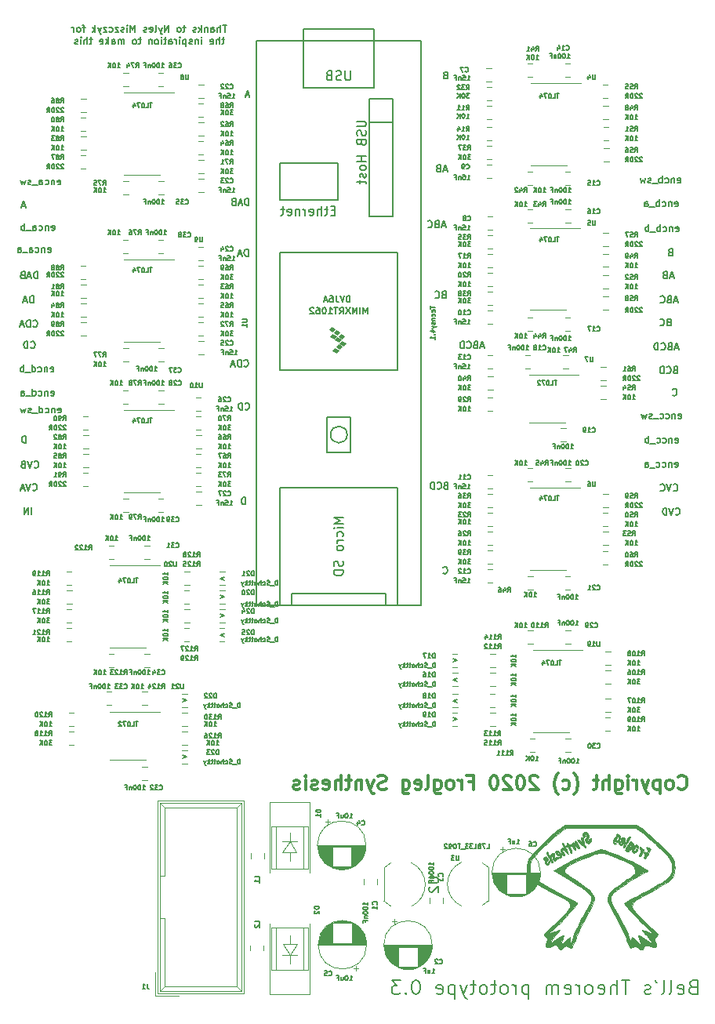
<source format=gbr>
G04 #@! TF.GenerationSoftware,KiCad,Pcbnew,(5.1.5-0)*
G04 #@! TF.CreationDate,2021-05-05T09:21:28-05:00*
G04 #@! TF.ProjectId,bells-venn,62656c6c-732d-4766-956e-6e2e6b696361,rev?*
G04 #@! TF.SameCoordinates,Original*
G04 #@! TF.FileFunction,Legend,Bot*
G04 #@! TF.FilePolarity,Positive*
%FSLAX46Y46*%
G04 Gerber Fmt 4.6, Leading zero omitted, Abs format (unit mm)*
G04 Created by KiCad (PCBNEW (5.1.5-0)) date 2021-05-05 09:21:28*
%MOMM*%
%LPD*%
G04 APERTURE LIST*
%ADD10C,0.187500*%
%ADD11C,0.150000*%
%ADD12C,0.158750*%
%ADD13C,0.300000*%
%ADD14C,0.190500*%
%ADD15C,0.120000*%
%ADD16C,0.100000*%
%ADD17C,0.010000*%
%ADD18C,0.127000*%
G04 APERTURE END LIST*
D10*
X227018428Y-81416085D02*
X227018428Y-80666085D01*
X226839857Y-80666085D01*
X226732714Y-80701800D01*
X226661285Y-80773228D01*
X226625571Y-80844657D01*
X226589857Y-80987514D01*
X226589857Y-81094657D01*
X226625571Y-81237514D01*
X226661285Y-81308942D01*
X226732714Y-81380371D01*
X226839857Y-81416085D01*
X227018428Y-81416085D01*
X227015657Y-71133857D02*
X227051371Y-71169571D01*
X227158514Y-71205285D01*
X227229942Y-71205285D01*
X227337085Y-71169571D01*
X227408514Y-71098142D01*
X227444228Y-71026714D01*
X227479942Y-70883857D01*
X227479942Y-70776714D01*
X227444228Y-70633857D01*
X227408514Y-70562428D01*
X227337085Y-70491000D01*
X227229942Y-70455285D01*
X227158514Y-70455285D01*
X227051371Y-70491000D01*
X227015657Y-70526714D01*
X226694228Y-71205285D02*
X226694228Y-70455285D01*
X226515657Y-70455285D01*
X226408514Y-70491000D01*
X226337085Y-70562428D01*
X226301371Y-70633857D01*
X226265657Y-70776714D01*
X226265657Y-70883857D01*
X226301371Y-71026714D01*
X226337085Y-71098142D01*
X226408514Y-71169571D01*
X226515657Y-71205285D01*
X226694228Y-71205285D01*
X226905285Y-66485657D02*
X226941000Y-66521371D01*
X227048142Y-66557085D01*
X227119571Y-66557085D01*
X227226714Y-66521371D01*
X227298142Y-66449942D01*
X227333857Y-66378514D01*
X227369571Y-66235657D01*
X227369571Y-66128514D01*
X227333857Y-65985657D01*
X227298142Y-65914228D01*
X227226714Y-65842800D01*
X227119571Y-65807085D01*
X227048142Y-65807085D01*
X226941000Y-65842800D01*
X226905285Y-65878514D01*
X226583857Y-66557085D02*
X226583857Y-65807085D01*
X226405285Y-65807085D01*
X226298142Y-65842800D01*
X226226714Y-65914228D01*
X226191000Y-65985657D01*
X226155285Y-66128514D01*
X226155285Y-66235657D01*
X226191000Y-66378514D01*
X226226714Y-66449942D01*
X226298142Y-66521371D01*
X226405285Y-66557085D01*
X226583857Y-66557085D01*
X225869571Y-66342800D02*
X225512428Y-66342800D01*
X225941000Y-66557085D02*
X225691000Y-65807085D01*
X225441000Y-66557085D01*
X227339857Y-54619085D02*
X227339857Y-53869085D01*
X227161285Y-53869085D01*
X227054142Y-53904800D01*
X226982714Y-53976228D01*
X226947000Y-54047657D01*
X226911285Y-54190514D01*
X226911285Y-54297657D01*
X226947000Y-54440514D01*
X226982714Y-54511942D01*
X227054142Y-54583371D01*
X227161285Y-54619085D01*
X227339857Y-54619085D01*
X226625571Y-54404800D02*
X226268428Y-54404800D01*
X226697000Y-54619085D02*
X226447000Y-53869085D01*
X226197000Y-54619085D01*
X227384657Y-49132685D02*
X227384657Y-48382685D01*
X227206085Y-48382685D01*
X227098942Y-48418400D01*
X227027514Y-48489828D01*
X226991800Y-48561257D01*
X226956085Y-48704114D01*
X226956085Y-48811257D01*
X226991800Y-48954114D01*
X227027514Y-49025542D01*
X227098942Y-49096971D01*
X227206085Y-49132685D01*
X227384657Y-49132685D01*
X226670371Y-48918400D02*
X226313228Y-48918400D01*
X226741800Y-49132685D02*
X226491800Y-48382685D01*
X226241800Y-49132685D01*
X225741800Y-48739828D02*
X225634657Y-48775542D01*
X225598942Y-48811257D01*
X225563228Y-48882685D01*
X225563228Y-48989828D01*
X225598942Y-49061257D01*
X225634657Y-49096971D01*
X225706085Y-49132685D01*
X225991800Y-49132685D01*
X225991800Y-48382685D01*
X225741800Y-48382685D01*
X225670371Y-48418400D01*
X225634657Y-48454114D01*
X225598942Y-48525542D01*
X225598942Y-48596971D01*
X225634657Y-48668400D01*
X225670371Y-48704114D01*
X225741800Y-48739828D01*
X225991800Y-48739828D01*
X227432371Y-37209000D02*
X227075228Y-37209000D01*
X227503800Y-37423285D02*
X227253800Y-36673285D01*
X227003800Y-37423285D01*
X248408457Y-88837657D02*
X248444171Y-88873371D01*
X248551314Y-88909085D01*
X248622742Y-88909085D01*
X248729885Y-88873371D01*
X248801314Y-88801942D01*
X248837028Y-88730514D01*
X248872742Y-88587657D01*
X248872742Y-88480514D01*
X248837028Y-88337657D01*
X248801314Y-88266228D01*
X248729885Y-88194800D01*
X248622742Y-88159085D01*
X248551314Y-88159085D01*
X248444171Y-88194800D01*
X248408457Y-88230514D01*
X248676628Y-79372228D02*
X248569485Y-79407942D01*
X248533771Y-79443657D01*
X248498057Y-79515085D01*
X248498057Y-79622228D01*
X248533771Y-79693657D01*
X248569485Y-79729371D01*
X248640914Y-79765085D01*
X248926628Y-79765085D01*
X248926628Y-79015085D01*
X248676628Y-79015085D01*
X248605200Y-79050800D01*
X248569485Y-79086514D01*
X248533771Y-79157942D01*
X248533771Y-79229371D01*
X248569485Y-79300800D01*
X248605200Y-79336514D01*
X248676628Y-79372228D01*
X248926628Y-79372228D01*
X247748057Y-79693657D02*
X247783771Y-79729371D01*
X247890914Y-79765085D01*
X247962342Y-79765085D01*
X248069485Y-79729371D01*
X248140914Y-79657942D01*
X248176628Y-79586514D01*
X248212342Y-79443657D01*
X248212342Y-79336514D01*
X248176628Y-79193657D01*
X248140914Y-79122228D01*
X248069485Y-79050800D01*
X247962342Y-79015085D01*
X247890914Y-79015085D01*
X247783771Y-79050800D01*
X247748057Y-79086514D01*
X247426628Y-79765085D02*
X247426628Y-79015085D01*
X247248057Y-79015085D01*
X247140914Y-79050800D01*
X247069485Y-79122228D01*
X247033771Y-79193657D01*
X246998057Y-79336514D01*
X246998057Y-79443657D01*
X247033771Y-79586514D01*
X247069485Y-79657942D01*
X247140914Y-79729371D01*
X247248057Y-79765085D01*
X247426628Y-79765085D01*
X252814371Y-64361600D02*
X252457228Y-64361600D01*
X252885800Y-64575885D02*
X252635800Y-63825885D01*
X252385800Y-64575885D01*
X251885800Y-64183028D02*
X251778657Y-64218742D01*
X251742942Y-64254457D01*
X251707228Y-64325885D01*
X251707228Y-64433028D01*
X251742942Y-64504457D01*
X251778657Y-64540171D01*
X251850085Y-64575885D01*
X252135800Y-64575885D01*
X252135800Y-63825885D01*
X251885800Y-63825885D01*
X251814371Y-63861600D01*
X251778657Y-63897314D01*
X251742942Y-63968742D01*
X251742942Y-64040171D01*
X251778657Y-64111600D01*
X251814371Y-64147314D01*
X251885800Y-64183028D01*
X252135800Y-64183028D01*
X250957228Y-64504457D02*
X250992942Y-64540171D01*
X251100085Y-64575885D01*
X251171514Y-64575885D01*
X251278657Y-64540171D01*
X251350085Y-64468742D01*
X251385800Y-64397314D01*
X251421514Y-64254457D01*
X251421514Y-64147314D01*
X251385800Y-64004457D01*
X251350085Y-63933028D01*
X251278657Y-63861600D01*
X251171514Y-63825885D01*
X251100085Y-63825885D01*
X250992942Y-63861600D01*
X250957228Y-63897314D01*
X250635800Y-64575885D02*
X250635800Y-63825885D01*
X250457228Y-63825885D01*
X250350085Y-63861600D01*
X250278657Y-63933028D01*
X250242942Y-64004457D01*
X250207228Y-64147314D01*
X250207228Y-64254457D01*
X250242942Y-64397314D01*
X250278657Y-64468742D01*
X250350085Y-64540171D01*
X250457228Y-64575885D01*
X250635800Y-64575885D01*
X248454028Y-58772828D02*
X248346885Y-58808542D01*
X248311171Y-58844257D01*
X248275457Y-58915685D01*
X248275457Y-59022828D01*
X248311171Y-59094257D01*
X248346885Y-59129971D01*
X248418314Y-59165685D01*
X248704028Y-59165685D01*
X248704028Y-58415685D01*
X248454028Y-58415685D01*
X248382600Y-58451400D01*
X248346885Y-58487114D01*
X248311171Y-58558542D01*
X248311171Y-58629971D01*
X248346885Y-58701400D01*
X248382600Y-58737114D01*
X248454028Y-58772828D01*
X248704028Y-58772828D01*
X247525457Y-59094257D02*
X247561171Y-59129971D01*
X247668314Y-59165685D01*
X247739742Y-59165685D01*
X247846885Y-59129971D01*
X247918314Y-59058542D01*
X247954028Y-58987114D01*
X247989742Y-58844257D01*
X247989742Y-58737114D01*
X247954028Y-58594257D01*
X247918314Y-58522828D01*
X247846885Y-58451400D01*
X247739742Y-58415685D01*
X247668314Y-58415685D01*
X247561171Y-58451400D01*
X247525457Y-58487114D01*
X248603971Y-51331400D02*
X248246828Y-51331400D01*
X248675400Y-51545685D02*
X248425400Y-50795685D01*
X248175400Y-51545685D01*
X247675400Y-51152828D02*
X247568257Y-51188542D01*
X247532542Y-51224257D01*
X247496828Y-51295685D01*
X247496828Y-51402828D01*
X247532542Y-51474257D01*
X247568257Y-51509971D01*
X247639685Y-51545685D01*
X247925400Y-51545685D01*
X247925400Y-50795685D01*
X247675400Y-50795685D01*
X247603971Y-50831400D01*
X247568257Y-50867114D01*
X247532542Y-50938542D01*
X247532542Y-51009971D01*
X247568257Y-51081400D01*
X247603971Y-51117114D01*
X247675400Y-51152828D01*
X247925400Y-51152828D01*
X246746828Y-51474257D02*
X246782542Y-51509971D01*
X246889685Y-51545685D01*
X246961114Y-51545685D01*
X247068257Y-51509971D01*
X247139685Y-51438542D01*
X247175400Y-51367114D01*
X247211114Y-51224257D01*
X247211114Y-51117114D01*
X247175400Y-50974257D01*
X247139685Y-50902828D01*
X247068257Y-50831400D01*
X246961114Y-50795685D01*
X246889685Y-50795685D01*
X246782542Y-50831400D01*
X246746828Y-50867114D01*
X248813171Y-45311600D02*
X248456028Y-45311600D01*
X248884600Y-45525885D02*
X248634600Y-44775885D01*
X248384600Y-45525885D01*
X247884600Y-45133028D02*
X247777457Y-45168742D01*
X247741742Y-45204457D01*
X247706028Y-45275885D01*
X247706028Y-45383028D01*
X247741742Y-45454457D01*
X247777457Y-45490171D01*
X247848885Y-45525885D01*
X248134600Y-45525885D01*
X248134600Y-44775885D01*
X247884600Y-44775885D01*
X247813171Y-44811600D01*
X247777457Y-44847314D01*
X247741742Y-44918742D01*
X247741742Y-44990171D01*
X247777457Y-45061600D01*
X247813171Y-45097314D01*
X247884600Y-45133028D01*
X248134600Y-45133028D01*
X248612428Y-35074628D02*
X248505285Y-35110342D01*
X248469571Y-35146057D01*
X248433857Y-35217485D01*
X248433857Y-35324628D01*
X248469571Y-35396057D01*
X248505285Y-35431771D01*
X248576714Y-35467485D01*
X248862428Y-35467485D01*
X248862428Y-34717485D01*
X248612428Y-34717485D01*
X248541000Y-34753200D01*
X248505285Y-34788914D01*
X248469571Y-34860342D01*
X248469571Y-34931771D01*
X248505285Y-35003200D01*
X248541000Y-35038914D01*
X248612428Y-35074628D01*
X248862428Y-35074628D01*
X273720885Y-46683971D02*
X273792314Y-46719685D01*
X273935171Y-46719685D01*
X274006600Y-46683971D01*
X274042314Y-46612542D01*
X274042314Y-46326828D01*
X274006600Y-46255400D01*
X273935171Y-46219685D01*
X273792314Y-46219685D01*
X273720885Y-46255400D01*
X273685171Y-46326828D01*
X273685171Y-46398257D01*
X274042314Y-46469685D01*
X273363742Y-46219685D02*
X273363742Y-46719685D01*
X273363742Y-46291114D02*
X273328028Y-46255400D01*
X273256600Y-46219685D01*
X273149457Y-46219685D01*
X273078028Y-46255400D01*
X273042314Y-46326828D01*
X273042314Y-46719685D01*
X272363742Y-46683971D02*
X272435171Y-46719685D01*
X272578028Y-46719685D01*
X272649457Y-46683971D01*
X272685171Y-46648257D01*
X272720885Y-46576828D01*
X272720885Y-46362542D01*
X272685171Y-46291114D01*
X272649457Y-46255400D01*
X272578028Y-46219685D01*
X272435171Y-46219685D01*
X272363742Y-46255400D01*
X272042314Y-46719685D02*
X272042314Y-45969685D01*
X272042314Y-46255400D02*
X271970885Y-46219685D01*
X271828028Y-46219685D01*
X271756600Y-46255400D01*
X271720885Y-46291114D01*
X271685171Y-46362542D01*
X271685171Y-46576828D01*
X271720885Y-46648257D01*
X271756600Y-46683971D01*
X271828028Y-46719685D01*
X271970885Y-46719685D01*
X272042314Y-46683971D01*
X271542314Y-46791114D02*
X270970885Y-46791114D01*
X270828028Y-46683971D02*
X270756600Y-46719685D01*
X270613742Y-46719685D01*
X270542314Y-46683971D01*
X270506600Y-46612542D01*
X270506600Y-46576828D01*
X270542314Y-46505400D01*
X270613742Y-46469685D01*
X270720885Y-46469685D01*
X270792314Y-46433971D01*
X270828028Y-46362542D01*
X270828028Y-46326828D01*
X270792314Y-46255400D01*
X270720885Y-46219685D01*
X270613742Y-46219685D01*
X270542314Y-46255400D01*
X270256600Y-46219685D02*
X270113742Y-46719685D01*
X269970885Y-46362542D01*
X269828028Y-46719685D01*
X269685171Y-46219685D01*
X273414542Y-49223971D02*
X273485971Y-49259685D01*
X273628828Y-49259685D01*
X273700257Y-49223971D01*
X273735971Y-49152542D01*
X273735971Y-48866828D01*
X273700257Y-48795400D01*
X273628828Y-48759685D01*
X273485971Y-48759685D01*
X273414542Y-48795400D01*
X273378828Y-48866828D01*
X273378828Y-48938257D01*
X273735971Y-49009685D01*
X273057400Y-48759685D02*
X273057400Y-49259685D01*
X273057400Y-48831114D02*
X273021685Y-48795400D01*
X272950257Y-48759685D01*
X272843114Y-48759685D01*
X272771685Y-48795400D01*
X272735971Y-48866828D01*
X272735971Y-49259685D01*
X272057400Y-49223971D02*
X272128828Y-49259685D01*
X272271685Y-49259685D01*
X272343114Y-49223971D01*
X272378828Y-49188257D01*
X272414542Y-49116828D01*
X272414542Y-48902542D01*
X272378828Y-48831114D01*
X272343114Y-48795400D01*
X272271685Y-48759685D01*
X272128828Y-48759685D01*
X272057400Y-48795400D01*
X271735971Y-49259685D02*
X271735971Y-48509685D01*
X271735971Y-48795400D02*
X271664542Y-48759685D01*
X271521685Y-48759685D01*
X271450257Y-48795400D01*
X271414542Y-48831114D01*
X271378828Y-48902542D01*
X271378828Y-49116828D01*
X271414542Y-49188257D01*
X271450257Y-49223971D01*
X271521685Y-49259685D01*
X271664542Y-49259685D01*
X271735971Y-49223971D01*
X271235971Y-49331114D02*
X270664542Y-49331114D01*
X270164542Y-49259685D02*
X270164542Y-48866828D01*
X270200257Y-48795400D01*
X270271685Y-48759685D01*
X270414542Y-48759685D01*
X270485971Y-48795400D01*
X270164542Y-49223971D02*
X270235971Y-49259685D01*
X270414542Y-49259685D01*
X270485971Y-49223971D01*
X270521685Y-49152542D01*
X270521685Y-49081114D01*
X270485971Y-49009685D01*
X270414542Y-48973971D01*
X270235971Y-48973971D01*
X270164542Y-48938257D01*
X273516142Y-51916371D02*
X273587571Y-51952085D01*
X273730428Y-51952085D01*
X273801857Y-51916371D01*
X273837571Y-51844942D01*
X273837571Y-51559228D01*
X273801857Y-51487800D01*
X273730428Y-51452085D01*
X273587571Y-51452085D01*
X273516142Y-51487800D01*
X273480428Y-51559228D01*
X273480428Y-51630657D01*
X273837571Y-51702085D01*
X273159000Y-51452085D02*
X273159000Y-51952085D01*
X273159000Y-51523514D02*
X273123285Y-51487800D01*
X273051857Y-51452085D01*
X272944714Y-51452085D01*
X272873285Y-51487800D01*
X272837571Y-51559228D01*
X272837571Y-51952085D01*
X272159000Y-51916371D02*
X272230428Y-51952085D01*
X272373285Y-51952085D01*
X272444714Y-51916371D01*
X272480428Y-51880657D01*
X272516142Y-51809228D01*
X272516142Y-51594942D01*
X272480428Y-51523514D01*
X272444714Y-51487800D01*
X272373285Y-51452085D01*
X272230428Y-51452085D01*
X272159000Y-51487800D01*
X271837571Y-51952085D02*
X271837571Y-51202085D01*
X271837571Y-51487800D02*
X271766142Y-51452085D01*
X271623285Y-51452085D01*
X271551857Y-51487800D01*
X271516142Y-51523514D01*
X271480428Y-51594942D01*
X271480428Y-51809228D01*
X271516142Y-51880657D01*
X271551857Y-51916371D01*
X271623285Y-51952085D01*
X271766142Y-51952085D01*
X271837571Y-51916371D01*
X271337571Y-52023514D02*
X270766142Y-52023514D01*
X270587571Y-51952085D02*
X270587571Y-51202085D01*
X270587571Y-51487800D02*
X270516142Y-51452085D01*
X270373285Y-51452085D01*
X270301857Y-51487800D01*
X270266142Y-51523514D01*
X270230428Y-51594942D01*
X270230428Y-51809228D01*
X270266142Y-51880657D01*
X270301857Y-51916371D01*
X270373285Y-51952085D01*
X270516142Y-51952085D01*
X270587571Y-51916371D01*
X272945628Y-54200828D02*
X272838485Y-54236542D01*
X272802771Y-54272257D01*
X272767057Y-54343685D01*
X272767057Y-54450828D01*
X272802771Y-54522257D01*
X272838485Y-54557971D01*
X272909914Y-54593685D01*
X273195628Y-54593685D01*
X273195628Y-53843685D01*
X272945628Y-53843685D01*
X272874200Y-53879400D01*
X272838485Y-53915114D01*
X272802771Y-53986542D01*
X272802771Y-54057971D01*
X272838485Y-54129400D01*
X272874200Y-54165114D01*
X272945628Y-54200828D01*
X273195628Y-54200828D01*
X273247971Y-56817800D02*
X272890828Y-56817800D01*
X273319400Y-57032085D02*
X273069400Y-56282085D01*
X272819400Y-57032085D01*
X272319400Y-56639228D02*
X272212257Y-56674942D01*
X272176542Y-56710657D01*
X272140828Y-56782085D01*
X272140828Y-56889228D01*
X272176542Y-56960657D01*
X272212257Y-56996371D01*
X272283685Y-57032085D01*
X272569400Y-57032085D01*
X272569400Y-56282085D01*
X272319400Y-56282085D01*
X272247971Y-56317800D01*
X272212257Y-56353514D01*
X272176542Y-56424942D01*
X272176542Y-56496371D01*
X272212257Y-56567800D01*
X272247971Y-56603514D01*
X272319400Y-56639228D01*
X272569400Y-56639228D01*
X273724571Y-59459400D02*
X273367428Y-59459400D01*
X273796000Y-59673685D02*
X273546000Y-58923685D01*
X273296000Y-59673685D01*
X272796000Y-59280828D02*
X272688857Y-59316542D01*
X272653142Y-59352257D01*
X272617428Y-59423685D01*
X272617428Y-59530828D01*
X272653142Y-59602257D01*
X272688857Y-59637971D01*
X272760285Y-59673685D01*
X273046000Y-59673685D01*
X273046000Y-58923685D01*
X272796000Y-58923685D01*
X272724571Y-58959400D01*
X272688857Y-58995114D01*
X272653142Y-59066542D01*
X272653142Y-59137971D01*
X272688857Y-59209400D01*
X272724571Y-59245114D01*
X272796000Y-59280828D01*
X273046000Y-59280828D01*
X271867428Y-59602257D02*
X271903142Y-59637971D01*
X272010285Y-59673685D01*
X272081714Y-59673685D01*
X272188857Y-59637971D01*
X272260285Y-59566542D01*
X272296000Y-59495114D01*
X272331714Y-59352257D01*
X272331714Y-59245114D01*
X272296000Y-59102257D01*
X272260285Y-59030828D01*
X272188857Y-58959400D01*
X272081714Y-58923685D01*
X272010285Y-58923685D01*
X271903142Y-58959400D01*
X271867428Y-58995114D01*
X272736428Y-61744628D02*
X272629285Y-61780342D01*
X272593571Y-61816057D01*
X272557857Y-61887485D01*
X272557857Y-61994628D01*
X272593571Y-62066057D01*
X272629285Y-62101771D01*
X272700714Y-62137485D01*
X272986428Y-62137485D01*
X272986428Y-61387485D01*
X272736428Y-61387485D01*
X272665000Y-61423200D01*
X272629285Y-61458914D01*
X272593571Y-61530342D01*
X272593571Y-61601771D01*
X272629285Y-61673200D01*
X272665000Y-61708914D01*
X272736428Y-61744628D01*
X272986428Y-61744628D01*
X271807857Y-62066057D02*
X271843571Y-62101771D01*
X271950714Y-62137485D01*
X272022142Y-62137485D01*
X272129285Y-62101771D01*
X272200714Y-62030342D01*
X272236428Y-61958914D01*
X272272142Y-61816057D01*
X272272142Y-61708914D01*
X272236428Y-61566057D01*
X272200714Y-61494628D01*
X272129285Y-61423200D01*
X272022142Y-61387485D01*
X271950714Y-61387485D01*
X271843571Y-61423200D01*
X271807857Y-61458914D01*
X273794771Y-64539400D02*
X273437628Y-64539400D01*
X273866200Y-64753685D02*
X273616200Y-64003685D01*
X273366200Y-64753685D01*
X272866200Y-64360828D02*
X272759057Y-64396542D01*
X272723342Y-64432257D01*
X272687628Y-64503685D01*
X272687628Y-64610828D01*
X272723342Y-64682257D01*
X272759057Y-64717971D01*
X272830485Y-64753685D01*
X273116200Y-64753685D01*
X273116200Y-64003685D01*
X272866200Y-64003685D01*
X272794771Y-64039400D01*
X272759057Y-64075114D01*
X272723342Y-64146542D01*
X272723342Y-64217971D01*
X272759057Y-64289400D01*
X272794771Y-64325114D01*
X272866200Y-64360828D01*
X273116200Y-64360828D01*
X271937628Y-64682257D02*
X271973342Y-64717971D01*
X272080485Y-64753685D01*
X272151914Y-64753685D01*
X272259057Y-64717971D01*
X272330485Y-64646542D01*
X272366200Y-64575114D01*
X272401914Y-64432257D01*
X272401914Y-64325114D01*
X272366200Y-64182257D01*
X272330485Y-64110828D01*
X272259057Y-64039400D01*
X272151914Y-64003685D01*
X272080485Y-64003685D01*
X271973342Y-64039400D01*
X271937628Y-64075114D01*
X271616200Y-64753685D02*
X271616200Y-64003685D01*
X271437628Y-64003685D01*
X271330485Y-64039400D01*
X271259057Y-64110828D01*
X271223342Y-64182257D01*
X271187628Y-64325114D01*
X271187628Y-64432257D01*
X271223342Y-64575114D01*
X271259057Y-64646542D01*
X271330485Y-64717971D01*
X271437628Y-64753685D01*
X271616200Y-64753685D01*
X273467028Y-66900828D02*
X273359885Y-66936542D01*
X273324171Y-66972257D01*
X273288457Y-67043685D01*
X273288457Y-67150828D01*
X273324171Y-67222257D01*
X273359885Y-67257971D01*
X273431314Y-67293685D01*
X273717028Y-67293685D01*
X273717028Y-66543685D01*
X273467028Y-66543685D01*
X273395600Y-66579400D01*
X273359885Y-66615114D01*
X273324171Y-66686542D01*
X273324171Y-66757971D01*
X273359885Y-66829400D01*
X273395600Y-66865114D01*
X273467028Y-66900828D01*
X273717028Y-66900828D01*
X272538457Y-67222257D02*
X272574171Y-67257971D01*
X272681314Y-67293685D01*
X272752742Y-67293685D01*
X272859885Y-67257971D01*
X272931314Y-67186542D01*
X272967028Y-67115114D01*
X273002742Y-66972257D01*
X273002742Y-66865114D01*
X272967028Y-66722257D01*
X272931314Y-66650828D01*
X272859885Y-66579400D01*
X272752742Y-66543685D01*
X272681314Y-66543685D01*
X272574171Y-66579400D01*
X272538457Y-66615114D01*
X272217028Y-67293685D02*
X272217028Y-66543685D01*
X272038457Y-66543685D01*
X271931314Y-66579400D01*
X271859885Y-66650828D01*
X271824171Y-66722257D01*
X271788457Y-66865114D01*
X271788457Y-66972257D01*
X271824171Y-67115114D01*
X271859885Y-67186542D01*
X271931314Y-67257971D01*
X272038457Y-67293685D01*
X272217028Y-67293685D01*
X273173457Y-69609857D02*
X273209171Y-69645571D01*
X273316314Y-69681285D01*
X273387742Y-69681285D01*
X273494885Y-69645571D01*
X273566314Y-69574142D01*
X273602028Y-69502714D01*
X273637742Y-69359857D01*
X273637742Y-69252714D01*
X273602028Y-69109857D01*
X273566314Y-69038428D01*
X273494885Y-68967000D01*
X273387742Y-68931285D01*
X273316314Y-68931285D01*
X273209171Y-68967000D01*
X273173457Y-69002714D01*
X273804628Y-72109371D02*
X273876057Y-72145085D01*
X274018914Y-72145085D01*
X274090342Y-72109371D01*
X274126057Y-72037942D01*
X274126057Y-71752228D01*
X274090342Y-71680800D01*
X274018914Y-71645085D01*
X273876057Y-71645085D01*
X273804628Y-71680800D01*
X273768914Y-71752228D01*
X273768914Y-71823657D01*
X274126057Y-71895085D01*
X273447485Y-71645085D02*
X273447485Y-72145085D01*
X273447485Y-71716514D02*
X273411771Y-71680800D01*
X273340342Y-71645085D01*
X273233200Y-71645085D01*
X273161771Y-71680800D01*
X273126057Y-71752228D01*
X273126057Y-72145085D01*
X272447485Y-72109371D02*
X272518914Y-72145085D01*
X272661771Y-72145085D01*
X272733200Y-72109371D01*
X272768914Y-72073657D01*
X272804628Y-72002228D01*
X272804628Y-71787942D01*
X272768914Y-71716514D01*
X272733200Y-71680800D01*
X272661771Y-71645085D01*
X272518914Y-71645085D01*
X272447485Y-71680800D01*
X271804628Y-72109371D02*
X271876057Y-72145085D01*
X272018914Y-72145085D01*
X272090342Y-72109371D01*
X272126057Y-72073657D01*
X272161771Y-72002228D01*
X272161771Y-71787942D01*
X272126057Y-71716514D01*
X272090342Y-71680800D01*
X272018914Y-71645085D01*
X271876057Y-71645085D01*
X271804628Y-71680800D01*
X271661771Y-72216514D02*
X271090342Y-72216514D01*
X270947485Y-72109371D02*
X270876057Y-72145085D01*
X270733200Y-72145085D01*
X270661771Y-72109371D01*
X270626057Y-72037942D01*
X270626057Y-72002228D01*
X270661771Y-71930800D01*
X270733200Y-71895085D01*
X270840342Y-71895085D01*
X270911771Y-71859371D01*
X270947485Y-71787942D01*
X270947485Y-71752228D01*
X270911771Y-71680800D01*
X270840342Y-71645085D01*
X270733200Y-71645085D01*
X270661771Y-71680800D01*
X270376057Y-71645085D02*
X270233200Y-72145085D01*
X270090342Y-71787942D01*
X269947485Y-72145085D01*
X269804628Y-71645085D01*
X273472885Y-74750971D02*
X273544314Y-74786685D01*
X273687171Y-74786685D01*
X273758600Y-74750971D01*
X273794314Y-74679542D01*
X273794314Y-74393828D01*
X273758600Y-74322400D01*
X273687171Y-74286685D01*
X273544314Y-74286685D01*
X273472885Y-74322400D01*
X273437171Y-74393828D01*
X273437171Y-74465257D01*
X273794314Y-74536685D01*
X273115742Y-74286685D02*
X273115742Y-74786685D01*
X273115742Y-74358114D02*
X273080028Y-74322400D01*
X273008600Y-74286685D01*
X272901457Y-74286685D01*
X272830028Y-74322400D01*
X272794314Y-74393828D01*
X272794314Y-74786685D01*
X272115742Y-74750971D02*
X272187171Y-74786685D01*
X272330028Y-74786685D01*
X272401457Y-74750971D01*
X272437171Y-74715257D01*
X272472885Y-74643828D01*
X272472885Y-74429542D01*
X272437171Y-74358114D01*
X272401457Y-74322400D01*
X272330028Y-74286685D01*
X272187171Y-74286685D01*
X272115742Y-74322400D01*
X271472885Y-74750971D02*
X271544314Y-74786685D01*
X271687171Y-74786685D01*
X271758600Y-74750971D01*
X271794314Y-74715257D01*
X271830028Y-74643828D01*
X271830028Y-74429542D01*
X271794314Y-74358114D01*
X271758600Y-74322400D01*
X271687171Y-74286685D01*
X271544314Y-74286685D01*
X271472885Y-74322400D01*
X271330028Y-74858114D02*
X270758600Y-74858114D01*
X270580028Y-74786685D02*
X270580028Y-74036685D01*
X270580028Y-74322400D02*
X270508600Y-74286685D01*
X270365742Y-74286685D01*
X270294314Y-74322400D01*
X270258600Y-74358114D01*
X270222885Y-74429542D01*
X270222885Y-74643828D01*
X270258600Y-74715257D01*
X270294314Y-74750971D01*
X270365742Y-74786685D01*
X270508600Y-74786685D01*
X270580028Y-74750971D01*
X273422085Y-77367171D02*
X273493514Y-77402885D01*
X273636371Y-77402885D01*
X273707800Y-77367171D01*
X273743514Y-77295742D01*
X273743514Y-77010028D01*
X273707800Y-76938600D01*
X273636371Y-76902885D01*
X273493514Y-76902885D01*
X273422085Y-76938600D01*
X273386371Y-77010028D01*
X273386371Y-77081457D01*
X273743514Y-77152885D01*
X273064942Y-76902885D02*
X273064942Y-77402885D01*
X273064942Y-76974314D02*
X273029228Y-76938600D01*
X272957800Y-76902885D01*
X272850657Y-76902885D01*
X272779228Y-76938600D01*
X272743514Y-77010028D01*
X272743514Y-77402885D01*
X272064942Y-77367171D02*
X272136371Y-77402885D01*
X272279228Y-77402885D01*
X272350657Y-77367171D01*
X272386371Y-77331457D01*
X272422085Y-77260028D01*
X272422085Y-77045742D01*
X272386371Y-76974314D01*
X272350657Y-76938600D01*
X272279228Y-76902885D01*
X272136371Y-76902885D01*
X272064942Y-76938600D01*
X271422085Y-77367171D02*
X271493514Y-77402885D01*
X271636371Y-77402885D01*
X271707800Y-77367171D01*
X271743514Y-77331457D01*
X271779228Y-77260028D01*
X271779228Y-77045742D01*
X271743514Y-76974314D01*
X271707800Y-76938600D01*
X271636371Y-76902885D01*
X271493514Y-76902885D01*
X271422085Y-76938600D01*
X271279228Y-77474314D02*
X270707800Y-77474314D01*
X270207800Y-77402885D02*
X270207800Y-77010028D01*
X270243514Y-76938600D01*
X270314942Y-76902885D01*
X270457800Y-76902885D01*
X270529228Y-76938600D01*
X270207800Y-77367171D02*
X270279228Y-77402885D01*
X270457800Y-77402885D01*
X270529228Y-77367171D01*
X270564942Y-77295742D01*
X270564942Y-77224314D01*
X270529228Y-77152885D01*
X270457800Y-77117171D01*
X270279228Y-77117171D01*
X270207800Y-77081457D01*
X273260285Y-79922257D02*
X273296000Y-79957971D01*
X273403142Y-79993685D01*
X273474571Y-79993685D01*
X273581714Y-79957971D01*
X273653142Y-79886542D01*
X273688857Y-79815114D01*
X273724571Y-79672257D01*
X273724571Y-79565114D01*
X273688857Y-79422257D01*
X273653142Y-79350828D01*
X273581714Y-79279400D01*
X273474571Y-79243685D01*
X273403142Y-79243685D01*
X273296000Y-79279400D01*
X273260285Y-79315114D01*
X273046000Y-79243685D02*
X272796000Y-79993685D01*
X272546000Y-79243685D01*
X271867428Y-79922257D02*
X271903142Y-79957971D01*
X272010285Y-79993685D01*
X272081714Y-79993685D01*
X272188857Y-79957971D01*
X272260285Y-79886542D01*
X272296000Y-79815114D01*
X272331714Y-79672257D01*
X272331714Y-79565114D01*
X272296000Y-79422257D01*
X272260285Y-79350828D01*
X272188857Y-79279400D01*
X272081714Y-79243685D01*
X272010285Y-79243685D01*
X271903142Y-79279400D01*
X271867428Y-79315114D01*
X273488885Y-82487657D02*
X273524600Y-82523371D01*
X273631742Y-82559085D01*
X273703171Y-82559085D01*
X273810314Y-82523371D01*
X273881742Y-82451942D01*
X273917457Y-82380514D01*
X273953171Y-82237657D01*
X273953171Y-82130514D01*
X273917457Y-81987657D01*
X273881742Y-81916228D01*
X273810314Y-81844800D01*
X273703171Y-81809085D01*
X273631742Y-81809085D01*
X273524600Y-81844800D01*
X273488885Y-81880514D01*
X273274600Y-81809085D02*
X273024600Y-82559085D01*
X272774600Y-81809085D01*
X272524600Y-82559085D02*
X272524600Y-81809085D01*
X272346028Y-81809085D01*
X272238885Y-81844800D01*
X272167457Y-81916228D01*
X272131742Y-81987657D01*
X272096028Y-82130514D01*
X272096028Y-82237657D01*
X272131742Y-82380514D01*
X272167457Y-82451942D01*
X272238885Y-82523371D01*
X272346028Y-82559085D01*
X272524600Y-82559085D01*
X203948457Y-82533685D02*
X203948457Y-81783685D01*
X203591314Y-82533685D02*
X203591314Y-81783685D01*
X203162742Y-82533685D01*
X203162742Y-81783685D01*
X204067914Y-79871457D02*
X204103628Y-79907171D01*
X204210771Y-79942885D01*
X204282200Y-79942885D01*
X204389342Y-79907171D01*
X204460771Y-79835742D01*
X204496485Y-79764314D01*
X204532200Y-79621457D01*
X204532200Y-79514314D01*
X204496485Y-79371457D01*
X204460771Y-79300028D01*
X204389342Y-79228600D01*
X204282200Y-79192885D01*
X204210771Y-79192885D01*
X204103628Y-79228600D01*
X204067914Y-79264314D01*
X203853628Y-79192885D02*
X203603628Y-79942885D01*
X203353628Y-79192885D01*
X203139342Y-79728600D02*
X202782200Y-79728600D01*
X203210771Y-79942885D02*
X202960771Y-79192885D01*
X202710771Y-79942885D01*
X204248485Y-77407657D02*
X204284200Y-77443371D01*
X204391342Y-77479085D01*
X204462771Y-77479085D01*
X204569914Y-77443371D01*
X204641342Y-77371942D01*
X204677057Y-77300514D01*
X204712771Y-77157657D01*
X204712771Y-77050514D01*
X204677057Y-76907657D01*
X204641342Y-76836228D01*
X204569914Y-76764800D01*
X204462771Y-76729085D01*
X204391342Y-76729085D01*
X204284200Y-76764800D01*
X204248485Y-76800514D01*
X204034200Y-76729085D02*
X203784200Y-77479085D01*
X203534200Y-76729085D01*
X203034200Y-77086228D02*
X202927057Y-77121942D01*
X202891342Y-77157657D01*
X202855628Y-77229085D01*
X202855628Y-77336228D01*
X202891342Y-77407657D01*
X202927057Y-77443371D01*
X202998485Y-77479085D01*
X203284200Y-77479085D01*
X203284200Y-76729085D01*
X203034200Y-76729085D01*
X202962771Y-76764800D01*
X202927057Y-76800514D01*
X202891342Y-76871942D01*
X202891342Y-76943371D01*
X202927057Y-77014800D01*
X202962771Y-77050514D01*
X203034200Y-77086228D01*
X203284200Y-77086228D01*
X203345628Y-74786685D02*
X203345628Y-74036685D01*
X203167057Y-74036685D01*
X203059914Y-74072400D01*
X202988485Y-74143828D01*
X202952771Y-74215257D01*
X202917057Y-74358114D01*
X202917057Y-74465257D01*
X202952771Y-74608114D01*
X202988485Y-74679542D01*
X203059914Y-74750971D01*
X203167057Y-74786685D01*
X203345628Y-74786685D01*
X206791885Y-71499771D02*
X206863314Y-71535485D01*
X207006171Y-71535485D01*
X207077600Y-71499771D01*
X207113314Y-71428342D01*
X207113314Y-71142628D01*
X207077600Y-71071200D01*
X207006171Y-71035485D01*
X206863314Y-71035485D01*
X206791885Y-71071200D01*
X206756171Y-71142628D01*
X206756171Y-71214057D01*
X207113314Y-71285485D01*
X206434742Y-71035485D02*
X206434742Y-71535485D01*
X206434742Y-71106914D02*
X206399028Y-71071200D01*
X206327600Y-71035485D01*
X206220457Y-71035485D01*
X206149028Y-71071200D01*
X206113314Y-71142628D01*
X206113314Y-71535485D01*
X205434742Y-71499771D02*
X205506171Y-71535485D01*
X205649028Y-71535485D01*
X205720457Y-71499771D01*
X205756171Y-71464057D01*
X205791885Y-71392628D01*
X205791885Y-71178342D01*
X205756171Y-71106914D01*
X205720457Y-71071200D01*
X205649028Y-71035485D01*
X205506171Y-71035485D01*
X205434742Y-71071200D01*
X204791885Y-71535485D02*
X204791885Y-70785485D01*
X204791885Y-71499771D02*
X204863314Y-71535485D01*
X205006171Y-71535485D01*
X205077600Y-71499771D01*
X205113314Y-71464057D01*
X205149028Y-71392628D01*
X205149028Y-71178342D01*
X205113314Y-71106914D01*
X205077600Y-71071200D01*
X205006171Y-71035485D01*
X204863314Y-71035485D01*
X204791885Y-71071200D01*
X204613314Y-71606914D02*
X204041885Y-71606914D01*
X203899028Y-71499771D02*
X203827600Y-71535485D01*
X203684742Y-71535485D01*
X203613314Y-71499771D01*
X203577600Y-71428342D01*
X203577600Y-71392628D01*
X203613314Y-71321200D01*
X203684742Y-71285485D01*
X203791885Y-71285485D01*
X203863314Y-71249771D01*
X203899028Y-71178342D01*
X203899028Y-71142628D01*
X203863314Y-71071200D01*
X203791885Y-71035485D01*
X203684742Y-71035485D01*
X203613314Y-71071200D01*
X203327600Y-71035485D02*
X203184742Y-71535485D01*
X203041885Y-71178342D01*
X202899028Y-71535485D01*
X202756171Y-71035485D01*
X206053742Y-69645571D02*
X206125171Y-69681285D01*
X206268028Y-69681285D01*
X206339457Y-69645571D01*
X206375171Y-69574142D01*
X206375171Y-69288428D01*
X206339457Y-69217000D01*
X206268028Y-69181285D01*
X206125171Y-69181285D01*
X206053742Y-69217000D01*
X206018028Y-69288428D01*
X206018028Y-69359857D01*
X206375171Y-69431285D01*
X205696600Y-69181285D02*
X205696600Y-69681285D01*
X205696600Y-69252714D02*
X205660885Y-69217000D01*
X205589457Y-69181285D01*
X205482314Y-69181285D01*
X205410885Y-69217000D01*
X205375171Y-69288428D01*
X205375171Y-69681285D01*
X204696600Y-69645571D02*
X204768028Y-69681285D01*
X204910885Y-69681285D01*
X204982314Y-69645571D01*
X205018028Y-69609857D01*
X205053742Y-69538428D01*
X205053742Y-69324142D01*
X205018028Y-69252714D01*
X204982314Y-69217000D01*
X204910885Y-69181285D01*
X204768028Y-69181285D01*
X204696600Y-69217000D01*
X204053742Y-69681285D02*
X204053742Y-68931285D01*
X204053742Y-69645571D02*
X204125171Y-69681285D01*
X204268028Y-69681285D01*
X204339457Y-69645571D01*
X204375171Y-69609857D01*
X204410885Y-69538428D01*
X204410885Y-69324142D01*
X204375171Y-69252714D01*
X204339457Y-69217000D01*
X204268028Y-69181285D01*
X204125171Y-69181285D01*
X204053742Y-69217000D01*
X203875171Y-69752714D02*
X203303742Y-69752714D01*
X202803742Y-69681285D02*
X202803742Y-69288428D01*
X202839457Y-69217000D01*
X202910885Y-69181285D01*
X203053742Y-69181285D01*
X203125171Y-69217000D01*
X202803742Y-69645571D02*
X202875171Y-69681285D01*
X203053742Y-69681285D01*
X203125171Y-69645571D01*
X203160885Y-69574142D01*
X203160885Y-69502714D01*
X203125171Y-69431285D01*
X203053742Y-69395571D01*
X202875171Y-69395571D01*
X202803742Y-69359857D01*
X206002942Y-67080171D02*
X206074371Y-67115885D01*
X206217228Y-67115885D01*
X206288657Y-67080171D01*
X206324371Y-67008742D01*
X206324371Y-66723028D01*
X206288657Y-66651600D01*
X206217228Y-66615885D01*
X206074371Y-66615885D01*
X206002942Y-66651600D01*
X205967228Y-66723028D01*
X205967228Y-66794457D01*
X206324371Y-66865885D01*
X205645800Y-66615885D02*
X205645800Y-67115885D01*
X205645800Y-66687314D02*
X205610085Y-66651600D01*
X205538657Y-66615885D01*
X205431514Y-66615885D01*
X205360085Y-66651600D01*
X205324371Y-66723028D01*
X205324371Y-67115885D01*
X204645800Y-67080171D02*
X204717228Y-67115885D01*
X204860085Y-67115885D01*
X204931514Y-67080171D01*
X204967228Y-67044457D01*
X205002942Y-66973028D01*
X205002942Y-66758742D01*
X204967228Y-66687314D01*
X204931514Y-66651600D01*
X204860085Y-66615885D01*
X204717228Y-66615885D01*
X204645800Y-66651600D01*
X204002942Y-67115885D02*
X204002942Y-66365885D01*
X204002942Y-67080171D02*
X204074371Y-67115885D01*
X204217228Y-67115885D01*
X204288657Y-67080171D01*
X204324371Y-67044457D01*
X204360085Y-66973028D01*
X204360085Y-66758742D01*
X204324371Y-66687314D01*
X204288657Y-66651600D01*
X204217228Y-66615885D01*
X204074371Y-66615885D01*
X204002942Y-66651600D01*
X203824371Y-67187314D02*
X203252942Y-67187314D01*
X203074371Y-67115885D02*
X203074371Y-66365885D01*
X203074371Y-66651600D02*
X203002942Y-66615885D01*
X202860085Y-66615885D01*
X202788657Y-66651600D01*
X202752942Y-66687314D01*
X202717228Y-66758742D01*
X202717228Y-66973028D01*
X202752942Y-67044457D01*
X202788657Y-67080171D01*
X202860085Y-67115885D01*
X203002942Y-67115885D01*
X203074371Y-67080171D01*
X203850857Y-64504457D02*
X203886571Y-64540171D01*
X203993714Y-64575885D01*
X204065142Y-64575885D01*
X204172285Y-64540171D01*
X204243714Y-64468742D01*
X204279428Y-64397314D01*
X204315142Y-64254457D01*
X204315142Y-64147314D01*
X204279428Y-64004457D01*
X204243714Y-63933028D01*
X204172285Y-63861600D01*
X204065142Y-63825885D01*
X203993714Y-63825885D01*
X203886571Y-63861600D01*
X203850857Y-63897314D01*
X203529428Y-64575885D02*
X203529428Y-63825885D01*
X203350857Y-63825885D01*
X203243714Y-63861600D01*
X203172285Y-63933028D01*
X203136571Y-64004457D01*
X203100857Y-64147314D01*
X203100857Y-64254457D01*
X203136571Y-64397314D01*
X203172285Y-64468742D01*
X203243714Y-64540171D01*
X203350857Y-64575885D01*
X203529428Y-64575885D01*
X204121485Y-62193057D02*
X204157200Y-62228771D01*
X204264342Y-62264485D01*
X204335771Y-62264485D01*
X204442914Y-62228771D01*
X204514342Y-62157342D01*
X204550057Y-62085914D01*
X204585771Y-61943057D01*
X204585771Y-61835914D01*
X204550057Y-61693057D01*
X204514342Y-61621628D01*
X204442914Y-61550200D01*
X204335771Y-61514485D01*
X204264342Y-61514485D01*
X204157200Y-61550200D01*
X204121485Y-61585914D01*
X203800057Y-62264485D02*
X203800057Y-61514485D01*
X203621485Y-61514485D01*
X203514342Y-61550200D01*
X203442914Y-61621628D01*
X203407200Y-61693057D01*
X203371485Y-61835914D01*
X203371485Y-61943057D01*
X203407200Y-62085914D01*
X203442914Y-62157342D01*
X203514342Y-62228771D01*
X203621485Y-62264485D01*
X203800057Y-62264485D01*
X203085771Y-62050200D02*
X202728628Y-62050200D01*
X203157200Y-62264485D02*
X202907200Y-61514485D01*
X202657200Y-62264485D01*
X204149657Y-59673685D02*
X204149657Y-58923685D01*
X203971085Y-58923685D01*
X203863942Y-58959400D01*
X203792514Y-59030828D01*
X203756800Y-59102257D01*
X203721085Y-59245114D01*
X203721085Y-59352257D01*
X203756800Y-59495114D01*
X203792514Y-59566542D01*
X203863942Y-59637971D01*
X203971085Y-59673685D01*
X204149657Y-59673685D01*
X203435371Y-59459400D02*
X203078228Y-59459400D01*
X203506800Y-59673685D02*
X203256800Y-58923685D01*
X203006800Y-59673685D01*
X204600857Y-57032085D02*
X204600857Y-56282085D01*
X204422285Y-56282085D01*
X204315142Y-56317800D01*
X204243714Y-56389228D01*
X204208000Y-56460657D01*
X204172285Y-56603514D01*
X204172285Y-56710657D01*
X204208000Y-56853514D01*
X204243714Y-56924942D01*
X204315142Y-56996371D01*
X204422285Y-57032085D01*
X204600857Y-57032085D01*
X203886571Y-56817800D02*
X203529428Y-56817800D01*
X203958000Y-57032085D02*
X203708000Y-56282085D01*
X203458000Y-57032085D01*
X202958000Y-56639228D02*
X202850857Y-56674942D01*
X202815142Y-56710657D01*
X202779428Y-56782085D01*
X202779428Y-56889228D01*
X202815142Y-56960657D01*
X202850857Y-56996371D01*
X202922285Y-57032085D01*
X203208000Y-57032085D01*
X203208000Y-56282085D01*
X202958000Y-56282085D01*
X202886571Y-56317800D01*
X202850857Y-56353514D01*
X202815142Y-56424942D01*
X202815142Y-56496371D01*
X202850857Y-56567800D01*
X202886571Y-56603514D01*
X202958000Y-56639228D01*
X203208000Y-56639228D01*
X205723542Y-54151571D02*
X205794971Y-54187285D01*
X205937828Y-54187285D01*
X206009257Y-54151571D01*
X206044971Y-54080142D01*
X206044971Y-53794428D01*
X206009257Y-53723000D01*
X205937828Y-53687285D01*
X205794971Y-53687285D01*
X205723542Y-53723000D01*
X205687828Y-53794428D01*
X205687828Y-53865857D01*
X206044971Y-53937285D01*
X205366400Y-53687285D02*
X205366400Y-54187285D01*
X205366400Y-53758714D02*
X205330685Y-53723000D01*
X205259257Y-53687285D01*
X205152114Y-53687285D01*
X205080685Y-53723000D01*
X205044971Y-53794428D01*
X205044971Y-54187285D01*
X204366400Y-54151571D02*
X204437828Y-54187285D01*
X204580685Y-54187285D01*
X204652114Y-54151571D01*
X204687828Y-54115857D01*
X204723542Y-54044428D01*
X204723542Y-53830142D01*
X204687828Y-53758714D01*
X204652114Y-53723000D01*
X204580685Y-53687285D01*
X204437828Y-53687285D01*
X204366400Y-53723000D01*
X203723542Y-54187285D02*
X203723542Y-53794428D01*
X203759257Y-53723000D01*
X203830685Y-53687285D01*
X203973542Y-53687285D01*
X204044971Y-53723000D01*
X203723542Y-54151571D02*
X203794971Y-54187285D01*
X203973542Y-54187285D01*
X204044971Y-54151571D01*
X204080685Y-54080142D01*
X204080685Y-54008714D01*
X204044971Y-53937285D01*
X203973542Y-53901571D01*
X203794971Y-53901571D01*
X203723542Y-53865857D01*
X203544971Y-54258714D02*
X202973542Y-54258714D01*
X202473542Y-54187285D02*
X202473542Y-53794428D01*
X202509257Y-53723000D01*
X202580685Y-53687285D01*
X202723542Y-53687285D01*
X202794971Y-53723000D01*
X202473542Y-54151571D02*
X202544971Y-54187285D01*
X202723542Y-54187285D01*
X202794971Y-54151571D01*
X202830685Y-54080142D01*
X202830685Y-54008714D01*
X202794971Y-53937285D01*
X202723542Y-53901571D01*
X202544971Y-53901571D01*
X202473542Y-53865857D01*
X206104542Y-51789371D02*
X206175971Y-51825085D01*
X206318828Y-51825085D01*
X206390257Y-51789371D01*
X206425971Y-51717942D01*
X206425971Y-51432228D01*
X206390257Y-51360800D01*
X206318828Y-51325085D01*
X206175971Y-51325085D01*
X206104542Y-51360800D01*
X206068828Y-51432228D01*
X206068828Y-51503657D01*
X206425971Y-51575085D01*
X205747400Y-51325085D02*
X205747400Y-51825085D01*
X205747400Y-51396514D02*
X205711685Y-51360800D01*
X205640257Y-51325085D01*
X205533114Y-51325085D01*
X205461685Y-51360800D01*
X205425971Y-51432228D01*
X205425971Y-51825085D01*
X204747400Y-51789371D02*
X204818828Y-51825085D01*
X204961685Y-51825085D01*
X205033114Y-51789371D01*
X205068828Y-51753657D01*
X205104542Y-51682228D01*
X205104542Y-51467942D01*
X205068828Y-51396514D01*
X205033114Y-51360800D01*
X204961685Y-51325085D01*
X204818828Y-51325085D01*
X204747400Y-51360800D01*
X204104542Y-51825085D02*
X204104542Y-51432228D01*
X204140257Y-51360800D01*
X204211685Y-51325085D01*
X204354542Y-51325085D01*
X204425971Y-51360800D01*
X204104542Y-51789371D02*
X204175971Y-51825085D01*
X204354542Y-51825085D01*
X204425971Y-51789371D01*
X204461685Y-51717942D01*
X204461685Y-51646514D01*
X204425971Y-51575085D01*
X204354542Y-51539371D01*
X204175971Y-51539371D01*
X204104542Y-51503657D01*
X203925971Y-51896514D02*
X203354542Y-51896514D01*
X203175971Y-51825085D02*
X203175971Y-51075085D01*
X203175971Y-51360800D02*
X203104542Y-51325085D01*
X202961685Y-51325085D01*
X202890257Y-51360800D01*
X202854542Y-51396514D01*
X202818828Y-51467942D01*
X202818828Y-51682228D01*
X202854542Y-51753657D01*
X202890257Y-51789371D01*
X202961685Y-51825085D01*
X203104542Y-51825085D01*
X203175971Y-51789371D01*
X203251571Y-49197800D02*
X202894428Y-49197800D01*
X203323000Y-49412085D02*
X203073000Y-48662085D01*
X202823000Y-49412085D01*
X206766485Y-46861771D02*
X206837914Y-46897485D01*
X206980771Y-46897485D01*
X207052200Y-46861771D01*
X207087914Y-46790342D01*
X207087914Y-46504628D01*
X207052200Y-46433200D01*
X206980771Y-46397485D01*
X206837914Y-46397485D01*
X206766485Y-46433200D01*
X206730771Y-46504628D01*
X206730771Y-46576057D01*
X207087914Y-46647485D01*
X206409342Y-46397485D02*
X206409342Y-46897485D01*
X206409342Y-46468914D02*
X206373628Y-46433200D01*
X206302200Y-46397485D01*
X206195057Y-46397485D01*
X206123628Y-46433200D01*
X206087914Y-46504628D01*
X206087914Y-46897485D01*
X205409342Y-46861771D02*
X205480771Y-46897485D01*
X205623628Y-46897485D01*
X205695057Y-46861771D01*
X205730771Y-46826057D01*
X205766485Y-46754628D01*
X205766485Y-46540342D01*
X205730771Y-46468914D01*
X205695057Y-46433200D01*
X205623628Y-46397485D01*
X205480771Y-46397485D01*
X205409342Y-46433200D01*
X204766485Y-46897485D02*
X204766485Y-46504628D01*
X204802200Y-46433200D01*
X204873628Y-46397485D01*
X205016485Y-46397485D01*
X205087914Y-46433200D01*
X204766485Y-46861771D02*
X204837914Y-46897485D01*
X205016485Y-46897485D01*
X205087914Y-46861771D01*
X205123628Y-46790342D01*
X205123628Y-46718914D01*
X205087914Y-46647485D01*
X205016485Y-46611771D01*
X204837914Y-46611771D01*
X204766485Y-46576057D01*
X204587914Y-46968914D02*
X204016485Y-46968914D01*
X203873628Y-46861771D02*
X203802200Y-46897485D01*
X203659342Y-46897485D01*
X203587914Y-46861771D01*
X203552200Y-46790342D01*
X203552200Y-46754628D01*
X203587914Y-46683200D01*
X203659342Y-46647485D01*
X203766485Y-46647485D01*
X203837914Y-46611771D01*
X203873628Y-46540342D01*
X203873628Y-46504628D01*
X203837914Y-46433200D01*
X203766485Y-46397485D01*
X203659342Y-46397485D01*
X203587914Y-46433200D01*
X203302200Y-46397485D02*
X203159342Y-46897485D01*
X203016485Y-46540342D01*
X202873628Y-46897485D01*
X202730771Y-46397485D01*
D11*
X275350514Y-133521742D02*
X275132800Y-133594314D01*
X275060228Y-133666885D01*
X274987657Y-133812028D01*
X274987657Y-134029742D01*
X275060228Y-134174885D01*
X275132800Y-134247457D01*
X275277942Y-134320028D01*
X275858514Y-134320028D01*
X275858514Y-132796028D01*
X275350514Y-132796028D01*
X275205371Y-132868600D01*
X275132800Y-132941171D01*
X275060228Y-133086314D01*
X275060228Y-133231457D01*
X275132800Y-133376600D01*
X275205371Y-133449171D01*
X275350514Y-133521742D01*
X275858514Y-133521742D01*
X273753942Y-134247457D02*
X273899085Y-134320028D01*
X274189371Y-134320028D01*
X274334514Y-134247457D01*
X274407085Y-134102314D01*
X274407085Y-133521742D01*
X274334514Y-133376600D01*
X274189371Y-133304028D01*
X273899085Y-133304028D01*
X273753942Y-133376600D01*
X273681371Y-133521742D01*
X273681371Y-133666885D01*
X274407085Y-133812028D01*
X272810514Y-134320028D02*
X272955657Y-134247457D01*
X273028228Y-134102314D01*
X273028228Y-132796028D01*
X272012228Y-134320028D02*
X272157371Y-134247457D01*
X272229942Y-134102314D01*
X272229942Y-132796028D01*
X271359085Y-132796028D02*
X271359085Y-132868600D01*
X271431657Y-133013742D01*
X271504228Y-133086314D01*
X270778514Y-134247457D02*
X270633371Y-134320028D01*
X270343085Y-134320028D01*
X270197942Y-134247457D01*
X270125371Y-134102314D01*
X270125371Y-134029742D01*
X270197942Y-133884600D01*
X270343085Y-133812028D01*
X270560800Y-133812028D01*
X270705942Y-133739457D01*
X270778514Y-133594314D01*
X270778514Y-133521742D01*
X270705942Y-133376600D01*
X270560800Y-133304028D01*
X270343085Y-133304028D01*
X270197942Y-133376600D01*
X268528800Y-132796028D02*
X267657942Y-132796028D01*
X268093371Y-134320028D02*
X268093371Y-132796028D01*
X267149942Y-134320028D02*
X267149942Y-132796028D01*
X266496800Y-134320028D02*
X266496800Y-133521742D01*
X266569371Y-133376600D01*
X266714514Y-133304028D01*
X266932228Y-133304028D01*
X267077371Y-133376600D01*
X267149942Y-133449171D01*
X265190514Y-134247457D02*
X265335657Y-134320028D01*
X265625942Y-134320028D01*
X265771085Y-134247457D01*
X265843657Y-134102314D01*
X265843657Y-133521742D01*
X265771085Y-133376600D01*
X265625942Y-133304028D01*
X265335657Y-133304028D01*
X265190514Y-133376600D01*
X265117942Y-133521742D01*
X265117942Y-133666885D01*
X265843657Y-133812028D01*
X264247085Y-134320028D02*
X264392228Y-134247457D01*
X264464800Y-134174885D01*
X264537371Y-134029742D01*
X264537371Y-133594314D01*
X264464800Y-133449171D01*
X264392228Y-133376600D01*
X264247085Y-133304028D01*
X264029371Y-133304028D01*
X263884228Y-133376600D01*
X263811657Y-133449171D01*
X263739085Y-133594314D01*
X263739085Y-134029742D01*
X263811657Y-134174885D01*
X263884228Y-134247457D01*
X264029371Y-134320028D01*
X264247085Y-134320028D01*
X263085942Y-134320028D02*
X263085942Y-133304028D01*
X263085942Y-133594314D02*
X263013371Y-133449171D01*
X262940800Y-133376600D01*
X262795657Y-133304028D01*
X262650514Y-133304028D01*
X261561942Y-134247457D02*
X261707085Y-134320028D01*
X261997371Y-134320028D01*
X262142514Y-134247457D01*
X262215085Y-134102314D01*
X262215085Y-133521742D01*
X262142514Y-133376600D01*
X261997371Y-133304028D01*
X261707085Y-133304028D01*
X261561942Y-133376600D01*
X261489371Y-133521742D01*
X261489371Y-133666885D01*
X262215085Y-133812028D01*
X260836228Y-134320028D02*
X260836228Y-133304028D01*
X260836228Y-133449171D02*
X260763657Y-133376600D01*
X260618514Y-133304028D01*
X260400800Y-133304028D01*
X260255657Y-133376600D01*
X260183085Y-133521742D01*
X260183085Y-134320028D01*
X260183085Y-133521742D02*
X260110514Y-133376600D01*
X259965371Y-133304028D01*
X259747657Y-133304028D01*
X259602514Y-133376600D01*
X259529942Y-133521742D01*
X259529942Y-134320028D01*
X257643085Y-133304028D02*
X257643085Y-134828028D01*
X257643085Y-133376600D02*
X257497942Y-133304028D01*
X257207657Y-133304028D01*
X257062514Y-133376600D01*
X256989942Y-133449171D01*
X256917371Y-133594314D01*
X256917371Y-134029742D01*
X256989942Y-134174885D01*
X257062514Y-134247457D01*
X257207657Y-134320028D01*
X257497942Y-134320028D01*
X257643085Y-134247457D01*
X256264228Y-134320028D02*
X256264228Y-133304028D01*
X256264228Y-133594314D02*
X256191657Y-133449171D01*
X256119085Y-133376600D01*
X255973942Y-133304028D01*
X255828800Y-133304028D01*
X255103085Y-134320028D02*
X255248228Y-134247457D01*
X255320800Y-134174885D01*
X255393371Y-134029742D01*
X255393371Y-133594314D01*
X255320800Y-133449171D01*
X255248228Y-133376600D01*
X255103085Y-133304028D01*
X254885371Y-133304028D01*
X254740228Y-133376600D01*
X254667657Y-133449171D01*
X254595085Y-133594314D01*
X254595085Y-134029742D01*
X254667657Y-134174885D01*
X254740228Y-134247457D01*
X254885371Y-134320028D01*
X255103085Y-134320028D01*
X254159657Y-133304028D02*
X253579085Y-133304028D01*
X253941942Y-132796028D02*
X253941942Y-134102314D01*
X253869371Y-134247457D01*
X253724228Y-134320028D01*
X253579085Y-134320028D01*
X252853371Y-134320028D02*
X252998514Y-134247457D01*
X253071085Y-134174885D01*
X253143657Y-134029742D01*
X253143657Y-133594314D01*
X253071085Y-133449171D01*
X252998514Y-133376600D01*
X252853371Y-133304028D01*
X252635657Y-133304028D01*
X252490514Y-133376600D01*
X252417942Y-133449171D01*
X252345371Y-133594314D01*
X252345371Y-134029742D01*
X252417942Y-134174885D01*
X252490514Y-134247457D01*
X252635657Y-134320028D01*
X252853371Y-134320028D01*
X251909942Y-133304028D02*
X251329371Y-133304028D01*
X251692228Y-132796028D02*
X251692228Y-134102314D01*
X251619657Y-134247457D01*
X251474514Y-134320028D01*
X251329371Y-134320028D01*
X250966514Y-133304028D02*
X250603657Y-134320028D01*
X250240800Y-133304028D02*
X250603657Y-134320028D01*
X250748800Y-134682885D01*
X250821371Y-134755457D01*
X250966514Y-134828028D01*
X249660228Y-133304028D02*
X249660228Y-134828028D01*
X249660228Y-133376600D02*
X249515085Y-133304028D01*
X249224800Y-133304028D01*
X249079657Y-133376600D01*
X249007085Y-133449171D01*
X248934514Y-133594314D01*
X248934514Y-134029742D01*
X249007085Y-134174885D01*
X249079657Y-134247457D01*
X249224800Y-134320028D01*
X249515085Y-134320028D01*
X249660228Y-134247457D01*
X247700800Y-134247457D02*
X247845942Y-134320028D01*
X248136228Y-134320028D01*
X248281371Y-134247457D01*
X248353942Y-134102314D01*
X248353942Y-133521742D01*
X248281371Y-133376600D01*
X248136228Y-133304028D01*
X247845942Y-133304028D01*
X247700800Y-133376600D01*
X247628228Y-133521742D01*
X247628228Y-133666885D01*
X248353942Y-133812028D01*
X245523657Y-132796028D02*
X245378514Y-132796028D01*
X245233371Y-132868600D01*
X245160800Y-132941171D01*
X245088228Y-133086314D01*
X245015657Y-133376600D01*
X245015657Y-133739457D01*
X245088228Y-134029742D01*
X245160800Y-134174885D01*
X245233371Y-134247457D01*
X245378514Y-134320028D01*
X245523657Y-134320028D01*
X245668800Y-134247457D01*
X245741371Y-134174885D01*
X245813942Y-134029742D01*
X245886514Y-133739457D01*
X245886514Y-133376600D01*
X245813942Y-133086314D01*
X245741371Y-132941171D01*
X245668800Y-132868600D01*
X245523657Y-132796028D01*
X244362514Y-134174885D02*
X244289942Y-134247457D01*
X244362514Y-134320028D01*
X244435085Y-134247457D01*
X244362514Y-134174885D01*
X244362514Y-134320028D01*
X243781942Y-132796028D02*
X242838514Y-132796028D01*
X243346514Y-133376600D01*
X243128800Y-133376600D01*
X242983657Y-133449171D01*
X242911085Y-133521742D01*
X242838514Y-133666885D01*
X242838514Y-134029742D01*
X242911085Y-134174885D01*
X242983657Y-134247457D01*
X243128800Y-134320028D01*
X243564228Y-134320028D01*
X243709371Y-134247457D01*
X243781942Y-134174885D01*
D12*
X249923904Y-100193928D02*
X249440095Y-100375357D01*
X249923904Y-100556785D01*
X220230095Y-108848071D02*
X220713904Y-108666642D01*
X220230095Y-108485214D01*
X220230095Y-102752071D02*
X220713904Y-102570642D01*
X220230095Y-102389214D01*
X224777904Y-89271928D02*
X224294095Y-89453357D01*
X224777904Y-89634785D01*
X224294095Y-91576071D02*
X224777904Y-91394642D01*
X224294095Y-91213214D01*
X224294095Y-93608071D02*
X224777904Y-93426642D01*
X224294095Y-93245214D01*
X224777904Y-95367928D02*
X224294095Y-95549357D01*
X224777904Y-95730785D01*
D13*
X273813428Y-112041714D02*
X273884857Y-112113142D01*
X274099142Y-112184571D01*
X274242000Y-112184571D01*
X274456285Y-112113142D01*
X274599142Y-111970285D01*
X274670571Y-111827428D01*
X274742000Y-111541714D01*
X274742000Y-111327428D01*
X274670571Y-111041714D01*
X274599142Y-110898857D01*
X274456285Y-110756000D01*
X274242000Y-110684571D01*
X274099142Y-110684571D01*
X273884857Y-110756000D01*
X273813428Y-110827428D01*
X272956285Y-112184571D02*
X273099142Y-112113142D01*
X273170571Y-112041714D01*
X273242000Y-111898857D01*
X273242000Y-111470285D01*
X273170571Y-111327428D01*
X273099142Y-111256000D01*
X272956285Y-111184571D01*
X272742000Y-111184571D01*
X272599142Y-111256000D01*
X272527714Y-111327428D01*
X272456285Y-111470285D01*
X272456285Y-111898857D01*
X272527714Y-112041714D01*
X272599142Y-112113142D01*
X272742000Y-112184571D01*
X272956285Y-112184571D01*
X271813428Y-111184571D02*
X271813428Y-112684571D01*
X271813428Y-111256000D02*
X271670571Y-111184571D01*
X271384857Y-111184571D01*
X271242000Y-111256000D01*
X271170571Y-111327428D01*
X271099142Y-111470285D01*
X271099142Y-111898857D01*
X271170571Y-112041714D01*
X271242000Y-112113142D01*
X271384857Y-112184571D01*
X271670571Y-112184571D01*
X271813428Y-112113142D01*
X270599142Y-111184571D02*
X270242000Y-112184571D01*
X269884857Y-111184571D02*
X270242000Y-112184571D01*
X270384857Y-112541714D01*
X270456285Y-112613142D01*
X270599142Y-112684571D01*
X269313428Y-112184571D02*
X269313428Y-111184571D01*
X269313428Y-111470285D02*
X269242000Y-111327428D01*
X269170571Y-111256000D01*
X269027714Y-111184571D01*
X268884857Y-111184571D01*
X268384857Y-112184571D02*
X268384857Y-111184571D01*
X268384857Y-110684571D02*
X268456285Y-110756000D01*
X268384857Y-110827428D01*
X268313428Y-110756000D01*
X268384857Y-110684571D01*
X268384857Y-110827428D01*
X267027714Y-111184571D02*
X267027714Y-112398857D01*
X267099142Y-112541714D01*
X267170571Y-112613142D01*
X267313428Y-112684571D01*
X267527714Y-112684571D01*
X267670571Y-112613142D01*
X267027714Y-112113142D02*
X267170571Y-112184571D01*
X267456285Y-112184571D01*
X267599142Y-112113142D01*
X267670571Y-112041714D01*
X267742000Y-111898857D01*
X267742000Y-111470285D01*
X267670571Y-111327428D01*
X267599142Y-111256000D01*
X267456285Y-111184571D01*
X267170571Y-111184571D01*
X267027714Y-111256000D01*
X266313428Y-112184571D02*
X266313428Y-110684571D01*
X265670571Y-112184571D02*
X265670571Y-111398857D01*
X265742000Y-111256000D01*
X265884857Y-111184571D01*
X266099142Y-111184571D01*
X266242000Y-111256000D01*
X266313428Y-111327428D01*
X265170571Y-111184571D02*
X264599142Y-111184571D01*
X264956285Y-110684571D02*
X264956285Y-111970285D01*
X264884857Y-112113142D01*
X264742000Y-112184571D01*
X264599142Y-112184571D01*
X262527714Y-112756000D02*
X262599142Y-112684571D01*
X262742000Y-112470285D01*
X262813428Y-112327428D01*
X262884857Y-112113142D01*
X262956285Y-111756000D01*
X262956285Y-111470285D01*
X262884857Y-111113142D01*
X262813428Y-110898857D01*
X262742000Y-110756000D01*
X262599142Y-110541714D01*
X262527714Y-110470285D01*
X261313428Y-112113142D02*
X261456285Y-112184571D01*
X261742000Y-112184571D01*
X261884857Y-112113142D01*
X261956285Y-112041714D01*
X262027714Y-111898857D01*
X262027714Y-111470285D01*
X261956285Y-111327428D01*
X261884857Y-111256000D01*
X261742000Y-111184571D01*
X261456285Y-111184571D01*
X261313428Y-111256000D01*
X260813428Y-112756000D02*
X260742000Y-112684571D01*
X260599142Y-112470285D01*
X260527714Y-112327428D01*
X260456285Y-112113142D01*
X260384857Y-111756000D01*
X260384857Y-111470285D01*
X260456285Y-111113142D01*
X260527714Y-110898857D01*
X260599142Y-110756000D01*
X260742000Y-110541714D01*
X260813428Y-110470285D01*
X258599142Y-110827428D02*
X258527714Y-110756000D01*
X258384857Y-110684571D01*
X258027714Y-110684571D01*
X257884857Y-110756000D01*
X257813428Y-110827428D01*
X257742000Y-110970285D01*
X257742000Y-111113142D01*
X257813428Y-111327428D01*
X258670571Y-112184571D01*
X257742000Y-112184571D01*
X256813428Y-110684571D02*
X256670571Y-110684571D01*
X256527714Y-110756000D01*
X256456285Y-110827428D01*
X256384857Y-110970285D01*
X256313428Y-111256000D01*
X256313428Y-111613142D01*
X256384857Y-111898857D01*
X256456285Y-112041714D01*
X256527714Y-112113142D01*
X256670571Y-112184571D01*
X256813428Y-112184571D01*
X256956285Y-112113142D01*
X257027714Y-112041714D01*
X257099142Y-111898857D01*
X257170571Y-111613142D01*
X257170571Y-111256000D01*
X257099142Y-110970285D01*
X257027714Y-110827428D01*
X256956285Y-110756000D01*
X256813428Y-110684571D01*
X255742000Y-110827428D02*
X255670571Y-110756000D01*
X255527714Y-110684571D01*
X255170571Y-110684571D01*
X255027714Y-110756000D01*
X254956285Y-110827428D01*
X254884857Y-110970285D01*
X254884857Y-111113142D01*
X254956285Y-111327428D01*
X255813428Y-112184571D01*
X254884857Y-112184571D01*
X253956285Y-110684571D02*
X253813428Y-110684571D01*
X253670571Y-110756000D01*
X253599142Y-110827428D01*
X253527714Y-110970285D01*
X253456285Y-111256000D01*
X253456285Y-111613142D01*
X253527714Y-111898857D01*
X253599142Y-112041714D01*
X253670571Y-112113142D01*
X253813428Y-112184571D01*
X253956285Y-112184571D01*
X254099142Y-112113142D01*
X254170571Y-112041714D01*
X254242000Y-111898857D01*
X254313428Y-111613142D01*
X254313428Y-111256000D01*
X254242000Y-110970285D01*
X254170571Y-110827428D01*
X254099142Y-110756000D01*
X253956285Y-110684571D01*
X251170571Y-111398857D02*
X251670571Y-111398857D01*
X251670571Y-112184571D02*
X251670571Y-110684571D01*
X250956285Y-110684571D01*
X250384857Y-112184571D02*
X250384857Y-111184571D01*
X250384857Y-111470285D02*
X250313428Y-111327428D01*
X250242000Y-111256000D01*
X250099142Y-111184571D01*
X249956285Y-111184571D01*
X249242000Y-112184571D02*
X249384857Y-112113142D01*
X249456285Y-112041714D01*
X249527714Y-111898857D01*
X249527714Y-111470285D01*
X249456285Y-111327428D01*
X249384857Y-111256000D01*
X249242000Y-111184571D01*
X249027714Y-111184571D01*
X248884857Y-111256000D01*
X248813428Y-111327428D01*
X248742000Y-111470285D01*
X248742000Y-111898857D01*
X248813428Y-112041714D01*
X248884857Y-112113142D01*
X249027714Y-112184571D01*
X249242000Y-112184571D01*
X247456285Y-111184571D02*
X247456285Y-112398857D01*
X247527714Y-112541714D01*
X247599142Y-112613142D01*
X247742000Y-112684571D01*
X247956285Y-112684571D01*
X248099142Y-112613142D01*
X247456285Y-112113142D02*
X247599142Y-112184571D01*
X247884857Y-112184571D01*
X248027714Y-112113142D01*
X248099142Y-112041714D01*
X248170571Y-111898857D01*
X248170571Y-111470285D01*
X248099142Y-111327428D01*
X248027714Y-111256000D01*
X247884857Y-111184571D01*
X247599142Y-111184571D01*
X247456285Y-111256000D01*
X246527714Y-112184571D02*
X246670571Y-112113142D01*
X246742000Y-111970285D01*
X246742000Y-110684571D01*
X245384857Y-112113142D02*
X245527714Y-112184571D01*
X245813428Y-112184571D01*
X245956285Y-112113142D01*
X246027714Y-111970285D01*
X246027714Y-111398857D01*
X245956285Y-111256000D01*
X245813428Y-111184571D01*
X245527714Y-111184571D01*
X245384857Y-111256000D01*
X245313428Y-111398857D01*
X245313428Y-111541714D01*
X246027714Y-111684571D01*
X244027714Y-111184571D02*
X244027714Y-112398857D01*
X244099142Y-112541714D01*
X244170571Y-112613142D01*
X244313428Y-112684571D01*
X244527714Y-112684571D01*
X244670571Y-112613142D01*
X244027714Y-112113142D02*
X244170571Y-112184571D01*
X244456285Y-112184571D01*
X244599142Y-112113142D01*
X244670571Y-112041714D01*
X244742000Y-111898857D01*
X244742000Y-111470285D01*
X244670571Y-111327428D01*
X244599142Y-111256000D01*
X244456285Y-111184571D01*
X244170571Y-111184571D01*
X244027714Y-111256000D01*
X242242000Y-112113142D02*
X242027714Y-112184571D01*
X241670571Y-112184571D01*
X241527714Y-112113142D01*
X241456285Y-112041714D01*
X241384857Y-111898857D01*
X241384857Y-111756000D01*
X241456285Y-111613142D01*
X241527714Y-111541714D01*
X241670571Y-111470285D01*
X241956285Y-111398857D01*
X242099142Y-111327428D01*
X242170571Y-111256000D01*
X242242000Y-111113142D01*
X242242000Y-110970285D01*
X242170571Y-110827428D01*
X242099142Y-110756000D01*
X241956285Y-110684571D01*
X241599142Y-110684571D01*
X241384857Y-110756000D01*
X240884857Y-111184571D02*
X240527714Y-112184571D01*
X240170571Y-111184571D02*
X240527714Y-112184571D01*
X240670571Y-112541714D01*
X240742000Y-112613142D01*
X240884857Y-112684571D01*
X239599142Y-111184571D02*
X239599142Y-112184571D01*
X239599142Y-111327428D02*
X239527714Y-111256000D01*
X239384857Y-111184571D01*
X239170571Y-111184571D01*
X239027714Y-111256000D01*
X238956285Y-111398857D01*
X238956285Y-112184571D01*
X238456285Y-111184571D02*
X237884857Y-111184571D01*
X238242000Y-110684571D02*
X238242000Y-111970285D01*
X238170571Y-112113142D01*
X238027714Y-112184571D01*
X237884857Y-112184571D01*
X237384857Y-112184571D02*
X237384857Y-110684571D01*
X236742000Y-112184571D02*
X236742000Y-111398857D01*
X236813428Y-111256000D01*
X236956285Y-111184571D01*
X237170571Y-111184571D01*
X237313428Y-111256000D01*
X237384857Y-111327428D01*
X235456285Y-112113142D02*
X235599142Y-112184571D01*
X235884857Y-112184571D01*
X236027714Y-112113142D01*
X236099142Y-111970285D01*
X236099142Y-111398857D01*
X236027714Y-111256000D01*
X235884857Y-111184571D01*
X235599142Y-111184571D01*
X235456285Y-111256000D01*
X235384857Y-111398857D01*
X235384857Y-111541714D01*
X236099142Y-111684571D01*
X234813428Y-112113142D02*
X234670571Y-112184571D01*
X234384857Y-112184571D01*
X234242000Y-112113142D01*
X234170571Y-111970285D01*
X234170571Y-111898857D01*
X234242000Y-111756000D01*
X234384857Y-111684571D01*
X234599142Y-111684571D01*
X234742000Y-111613142D01*
X234813428Y-111470285D01*
X234813428Y-111398857D01*
X234742000Y-111256000D01*
X234599142Y-111184571D01*
X234384857Y-111184571D01*
X234242000Y-111256000D01*
X233527714Y-112184571D02*
X233527714Y-111184571D01*
X233527714Y-110684571D02*
X233599142Y-110756000D01*
X233527714Y-110827428D01*
X233456285Y-110756000D01*
X233527714Y-110684571D01*
X233527714Y-110827428D01*
X232884857Y-112113142D02*
X232742000Y-112184571D01*
X232456285Y-112184571D01*
X232313428Y-112113142D01*
X232242000Y-111970285D01*
X232242000Y-111898857D01*
X232313428Y-111756000D01*
X232456285Y-111684571D01*
X232670571Y-111684571D01*
X232813428Y-111613142D01*
X232884857Y-111470285D01*
X232884857Y-111398857D01*
X232813428Y-111256000D01*
X232670571Y-111184571D01*
X232456285Y-111184571D01*
X232313428Y-111256000D01*
D14*
X225044000Y-29649964D02*
X224608571Y-29649964D01*
X224826285Y-30411964D02*
X224826285Y-29649964D01*
X224354571Y-30411964D02*
X224354571Y-29649964D01*
X224028000Y-30411964D02*
X224028000Y-30012821D01*
X224064285Y-29940250D01*
X224136857Y-29903964D01*
X224245714Y-29903964D01*
X224318285Y-29940250D01*
X224354571Y-29976535D01*
X223338571Y-30411964D02*
X223338571Y-30012821D01*
X223374857Y-29940250D01*
X223447428Y-29903964D01*
X223592571Y-29903964D01*
X223665142Y-29940250D01*
X223338571Y-30375678D02*
X223411142Y-30411964D01*
X223592571Y-30411964D01*
X223665142Y-30375678D01*
X223701428Y-30303107D01*
X223701428Y-30230535D01*
X223665142Y-30157964D01*
X223592571Y-30121678D01*
X223411142Y-30121678D01*
X223338571Y-30085392D01*
X222975714Y-29903964D02*
X222975714Y-30411964D01*
X222975714Y-29976535D02*
X222939428Y-29940250D01*
X222866857Y-29903964D01*
X222758000Y-29903964D01*
X222685428Y-29940250D01*
X222649142Y-30012821D01*
X222649142Y-30411964D01*
X222286285Y-30411964D02*
X222286285Y-29649964D01*
X222213714Y-30121678D02*
X221996000Y-30411964D01*
X221996000Y-29903964D02*
X222286285Y-30194250D01*
X221705714Y-30375678D02*
X221633142Y-30411964D01*
X221488000Y-30411964D01*
X221415428Y-30375678D01*
X221379142Y-30303107D01*
X221379142Y-30266821D01*
X221415428Y-30194250D01*
X221488000Y-30157964D01*
X221596857Y-30157964D01*
X221669428Y-30121678D01*
X221705714Y-30049107D01*
X221705714Y-30012821D01*
X221669428Y-29940250D01*
X221596857Y-29903964D01*
X221488000Y-29903964D01*
X221415428Y-29940250D01*
X220580857Y-29903964D02*
X220290571Y-29903964D01*
X220472000Y-29649964D02*
X220472000Y-30303107D01*
X220435714Y-30375678D01*
X220363142Y-30411964D01*
X220290571Y-30411964D01*
X219927714Y-30411964D02*
X220000285Y-30375678D01*
X220036571Y-30339392D01*
X220072857Y-30266821D01*
X220072857Y-30049107D01*
X220036571Y-29976535D01*
X220000285Y-29940250D01*
X219927714Y-29903964D01*
X219818857Y-29903964D01*
X219746285Y-29940250D01*
X219710000Y-29976535D01*
X219673714Y-30049107D01*
X219673714Y-30266821D01*
X219710000Y-30339392D01*
X219746285Y-30375678D01*
X219818857Y-30411964D01*
X219927714Y-30411964D01*
X218766571Y-30411964D02*
X218766571Y-29649964D01*
X218331142Y-30411964D01*
X218331142Y-29649964D01*
X218040857Y-29903964D02*
X217859428Y-30411964D01*
X217678000Y-29903964D02*
X217859428Y-30411964D01*
X217932000Y-30593392D01*
X217968285Y-30629678D01*
X218040857Y-30665964D01*
X217278857Y-30411964D02*
X217351428Y-30375678D01*
X217387714Y-30303107D01*
X217387714Y-29649964D01*
X216698285Y-30375678D02*
X216770857Y-30411964D01*
X216916000Y-30411964D01*
X216988571Y-30375678D01*
X217024857Y-30303107D01*
X217024857Y-30012821D01*
X216988571Y-29940250D01*
X216916000Y-29903964D01*
X216770857Y-29903964D01*
X216698285Y-29940250D01*
X216662000Y-30012821D01*
X216662000Y-30085392D01*
X217024857Y-30157964D01*
X216371714Y-30375678D02*
X216299142Y-30411964D01*
X216154000Y-30411964D01*
X216081428Y-30375678D01*
X216045142Y-30303107D01*
X216045142Y-30266821D01*
X216081428Y-30194250D01*
X216154000Y-30157964D01*
X216262857Y-30157964D01*
X216335428Y-30121678D01*
X216371714Y-30049107D01*
X216371714Y-30012821D01*
X216335428Y-29940250D01*
X216262857Y-29903964D01*
X216154000Y-29903964D01*
X216081428Y-29940250D01*
X215138000Y-30411964D02*
X215138000Y-29649964D01*
X214884000Y-30194250D01*
X214630000Y-29649964D01*
X214630000Y-30411964D01*
X214267142Y-30411964D02*
X214267142Y-29903964D01*
X214267142Y-29649964D02*
X214303428Y-29686250D01*
X214267142Y-29722535D01*
X214230857Y-29686250D01*
X214267142Y-29649964D01*
X214267142Y-29722535D01*
X213940571Y-30375678D02*
X213868000Y-30411964D01*
X213722857Y-30411964D01*
X213650285Y-30375678D01*
X213614000Y-30303107D01*
X213614000Y-30266821D01*
X213650285Y-30194250D01*
X213722857Y-30157964D01*
X213831714Y-30157964D01*
X213904285Y-30121678D01*
X213940571Y-30049107D01*
X213940571Y-30012821D01*
X213904285Y-29940250D01*
X213831714Y-29903964D01*
X213722857Y-29903964D01*
X213650285Y-29940250D01*
X213360000Y-29903964D02*
X212960857Y-29903964D01*
X213360000Y-30411964D01*
X212960857Y-30411964D01*
X212344000Y-30375678D02*
X212416571Y-30411964D01*
X212561714Y-30411964D01*
X212634285Y-30375678D01*
X212670571Y-30339392D01*
X212706857Y-30266821D01*
X212706857Y-30049107D01*
X212670571Y-29976535D01*
X212634285Y-29940250D01*
X212561714Y-29903964D01*
X212416571Y-29903964D01*
X212344000Y-29940250D01*
X212090000Y-29903964D02*
X211690857Y-29903964D01*
X212090000Y-30411964D01*
X211690857Y-30411964D01*
X211473142Y-29903964D02*
X211291714Y-30411964D01*
X211110285Y-29903964D02*
X211291714Y-30411964D01*
X211364285Y-30593392D01*
X211400571Y-30629678D01*
X211473142Y-30665964D01*
X210820000Y-30411964D02*
X210820000Y-29649964D01*
X210747428Y-30121678D02*
X210529714Y-30411964D01*
X210529714Y-29903964D02*
X210820000Y-30194250D01*
X209731428Y-29903964D02*
X209441142Y-29903964D01*
X209622571Y-30411964D02*
X209622571Y-29758821D01*
X209586285Y-29686250D01*
X209513714Y-29649964D01*
X209441142Y-29649964D01*
X209078285Y-30411964D02*
X209150857Y-30375678D01*
X209187142Y-30339392D01*
X209223428Y-30266821D01*
X209223428Y-30049107D01*
X209187142Y-29976535D01*
X209150857Y-29940250D01*
X209078285Y-29903964D01*
X208969428Y-29903964D01*
X208896857Y-29940250D01*
X208860571Y-29976535D01*
X208824285Y-30049107D01*
X208824285Y-30266821D01*
X208860571Y-30339392D01*
X208896857Y-30375678D01*
X208969428Y-30411964D01*
X209078285Y-30411964D01*
X208497714Y-30411964D02*
X208497714Y-29903964D01*
X208497714Y-30049107D02*
X208461428Y-29976535D01*
X208425142Y-29940250D01*
X208352571Y-29903964D01*
X208280000Y-29903964D01*
X224771857Y-31237464D02*
X224481571Y-31237464D01*
X224663000Y-30983464D02*
X224663000Y-31636607D01*
X224626714Y-31709178D01*
X224554142Y-31745464D01*
X224481571Y-31745464D01*
X224227571Y-31745464D02*
X224227571Y-30983464D01*
X223901000Y-31745464D02*
X223901000Y-31346321D01*
X223937285Y-31273750D01*
X224009857Y-31237464D01*
X224118714Y-31237464D01*
X224191285Y-31273750D01*
X224227571Y-31310035D01*
X223247857Y-31709178D02*
X223320428Y-31745464D01*
X223465571Y-31745464D01*
X223538142Y-31709178D01*
X223574428Y-31636607D01*
X223574428Y-31346321D01*
X223538142Y-31273750D01*
X223465571Y-31237464D01*
X223320428Y-31237464D01*
X223247857Y-31273750D01*
X223211571Y-31346321D01*
X223211571Y-31418892D01*
X223574428Y-31491464D01*
X222304428Y-31745464D02*
X222304428Y-31237464D01*
X222304428Y-30983464D02*
X222340714Y-31019750D01*
X222304428Y-31056035D01*
X222268142Y-31019750D01*
X222304428Y-30983464D01*
X222304428Y-31056035D01*
X221941571Y-31237464D02*
X221941571Y-31745464D01*
X221941571Y-31310035D02*
X221905285Y-31273750D01*
X221832714Y-31237464D01*
X221723857Y-31237464D01*
X221651285Y-31273750D01*
X221615000Y-31346321D01*
X221615000Y-31745464D01*
X221288428Y-31709178D02*
X221215857Y-31745464D01*
X221070714Y-31745464D01*
X220998142Y-31709178D01*
X220961857Y-31636607D01*
X220961857Y-31600321D01*
X220998142Y-31527750D01*
X221070714Y-31491464D01*
X221179571Y-31491464D01*
X221252142Y-31455178D01*
X221288428Y-31382607D01*
X221288428Y-31346321D01*
X221252142Y-31273750D01*
X221179571Y-31237464D01*
X221070714Y-31237464D01*
X220998142Y-31273750D01*
X220635285Y-31237464D02*
X220635285Y-31999464D01*
X220635285Y-31273750D02*
X220562714Y-31237464D01*
X220417571Y-31237464D01*
X220345000Y-31273750D01*
X220308714Y-31310035D01*
X220272428Y-31382607D01*
X220272428Y-31600321D01*
X220308714Y-31672892D01*
X220345000Y-31709178D01*
X220417571Y-31745464D01*
X220562714Y-31745464D01*
X220635285Y-31709178D01*
X219945857Y-31745464D02*
X219945857Y-31237464D01*
X219945857Y-30983464D02*
X219982142Y-31019750D01*
X219945857Y-31056035D01*
X219909571Y-31019750D01*
X219945857Y-30983464D01*
X219945857Y-31056035D01*
X219583000Y-31745464D02*
X219583000Y-31237464D01*
X219583000Y-31382607D02*
X219546714Y-31310035D01*
X219510428Y-31273750D01*
X219437857Y-31237464D01*
X219365285Y-31237464D01*
X218784714Y-31745464D02*
X218784714Y-31346321D01*
X218821000Y-31273750D01*
X218893571Y-31237464D01*
X219038714Y-31237464D01*
X219111285Y-31273750D01*
X218784714Y-31709178D02*
X218857285Y-31745464D01*
X219038714Y-31745464D01*
X219111285Y-31709178D01*
X219147571Y-31636607D01*
X219147571Y-31564035D01*
X219111285Y-31491464D01*
X219038714Y-31455178D01*
X218857285Y-31455178D01*
X218784714Y-31418892D01*
X218530714Y-31237464D02*
X218240428Y-31237464D01*
X218421857Y-30983464D02*
X218421857Y-31636607D01*
X218385571Y-31709178D01*
X218313000Y-31745464D01*
X218240428Y-31745464D01*
X217986428Y-31745464D02*
X217986428Y-31237464D01*
X217986428Y-30983464D02*
X218022714Y-31019750D01*
X217986428Y-31056035D01*
X217950142Y-31019750D01*
X217986428Y-30983464D01*
X217986428Y-31056035D01*
X217514714Y-31745464D02*
X217587285Y-31709178D01*
X217623571Y-31672892D01*
X217659857Y-31600321D01*
X217659857Y-31382607D01*
X217623571Y-31310035D01*
X217587285Y-31273750D01*
X217514714Y-31237464D01*
X217405857Y-31237464D01*
X217333285Y-31273750D01*
X217297000Y-31310035D01*
X217260714Y-31382607D01*
X217260714Y-31600321D01*
X217297000Y-31672892D01*
X217333285Y-31709178D01*
X217405857Y-31745464D01*
X217514714Y-31745464D01*
X216934142Y-31237464D02*
X216934142Y-31745464D01*
X216934142Y-31310035D02*
X216897857Y-31273750D01*
X216825285Y-31237464D01*
X216716428Y-31237464D01*
X216643857Y-31273750D01*
X216607571Y-31346321D01*
X216607571Y-31745464D01*
X215773000Y-31237464D02*
X215482714Y-31237464D01*
X215664142Y-30983464D02*
X215664142Y-31636607D01*
X215627857Y-31709178D01*
X215555285Y-31745464D01*
X215482714Y-31745464D01*
X215119857Y-31745464D02*
X215192428Y-31709178D01*
X215228714Y-31672892D01*
X215265000Y-31600321D01*
X215265000Y-31382607D01*
X215228714Y-31310035D01*
X215192428Y-31273750D01*
X215119857Y-31237464D01*
X215011000Y-31237464D01*
X214938428Y-31273750D01*
X214902142Y-31310035D01*
X214865857Y-31382607D01*
X214865857Y-31600321D01*
X214902142Y-31672892D01*
X214938428Y-31709178D01*
X215011000Y-31745464D01*
X215119857Y-31745464D01*
X213958714Y-31745464D02*
X213958714Y-31237464D01*
X213958714Y-31310035D02*
X213922428Y-31273750D01*
X213849857Y-31237464D01*
X213741000Y-31237464D01*
X213668428Y-31273750D01*
X213632142Y-31346321D01*
X213632142Y-31745464D01*
X213632142Y-31346321D02*
X213595857Y-31273750D01*
X213523285Y-31237464D01*
X213414428Y-31237464D01*
X213341857Y-31273750D01*
X213305571Y-31346321D01*
X213305571Y-31745464D01*
X212616142Y-31745464D02*
X212616142Y-31346321D01*
X212652428Y-31273750D01*
X212725000Y-31237464D01*
X212870142Y-31237464D01*
X212942714Y-31273750D01*
X212616142Y-31709178D02*
X212688714Y-31745464D01*
X212870142Y-31745464D01*
X212942714Y-31709178D01*
X212979000Y-31636607D01*
X212979000Y-31564035D01*
X212942714Y-31491464D01*
X212870142Y-31455178D01*
X212688714Y-31455178D01*
X212616142Y-31418892D01*
X212253285Y-31745464D02*
X212253285Y-30983464D01*
X212180714Y-31455178D02*
X211963000Y-31745464D01*
X211963000Y-31237464D02*
X212253285Y-31527750D01*
X211346142Y-31709178D02*
X211418714Y-31745464D01*
X211563857Y-31745464D01*
X211636428Y-31709178D01*
X211672714Y-31636607D01*
X211672714Y-31346321D01*
X211636428Y-31273750D01*
X211563857Y-31237464D01*
X211418714Y-31237464D01*
X211346142Y-31273750D01*
X211309857Y-31346321D01*
X211309857Y-31418892D01*
X211672714Y-31491464D01*
X210511571Y-31237464D02*
X210221285Y-31237464D01*
X210402714Y-30983464D02*
X210402714Y-31636607D01*
X210366428Y-31709178D01*
X210293857Y-31745464D01*
X210221285Y-31745464D01*
X209967285Y-31745464D02*
X209967285Y-30983464D01*
X209640714Y-31745464D02*
X209640714Y-31346321D01*
X209677000Y-31273750D01*
X209749571Y-31237464D01*
X209858428Y-31237464D01*
X209931000Y-31273750D01*
X209967285Y-31310035D01*
X209277857Y-31745464D02*
X209277857Y-31237464D01*
X209277857Y-30983464D02*
X209314142Y-31019750D01*
X209277857Y-31056035D01*
X209241571Y-31019750D01*
X209277857Y-30983464D01*
X209277857Y-31056035D01*
X208951285Y-31709178D02*
X208878714Y-31745464D01*
X208733571Y-31745464D01*
X208661000Y-31709178D01*
X208624714Y-31636607D01*
X208624714Y-31600321D01*
X208661000Y-31527750D01*
X208733571Y-31491464D01*
X208842428Y-31491464D01*
X208915000Y-31455178D01*
X208951285Y-31382607D01*
X208951285Y-31346321D01*
X208915000Y-31273750D01*
X208842428Y-31237464D01*
X208733571Y-31237464D01*
X208661000Y-31273750D01*
D12*
X249440095Y-104784071D02*
X249923904Y-104602642D01*
X249440095Y-104421214D01*
X249923904Y-102479928D02*
X249440095Y-102661357D01*
X249923904Y-102842785D01*
X249440095Y-98434071D02*
X249923904Y-98252642D01*
X249440095Y-98071214D01*
D15*
X248360000Y-124458252D02*
X248360000Y-123935748D01*
X246940000Y-124458252D02*
X246940000Y-123935748D01*
X253493748Y-103938000D02*
X254016252Y-103938000D01*
X253493748Y-105358000D02*
X254016252Y-105358000D01*
X220742252Y-103938000D02*
X220219748Y-103938000D01*
X220742252Y-105358000D02*
X220219748Y-105358000D01*
X212850252Y-87324000D02*
X212327748Y-87324000D01*
X212850252Y-85904000D02*
X212327748Y-85904000D01*
X253493748Y-99008000D02*
X254016252Y-99008000D01*
X253493748Y-97588000D02*
X254016252Y-97588000D01*
X208278252Y-88698000D02*
X207755748Y-88698000D01*
X208278252Y-90118000D02*
X207755748Y-90118000D01*
X253744252Y-56440000D02*
X253221748Y-56440000D01*
X253744252Y-57860000D02*
X253221748Y-57860000D01*
X253744252Y-55828000D02*
X253221748Y-55828000D01*
X253744252Y-54408000D02*
X253221748Y-54408000D01*
X259842000Y-35925600D02*
X263292000Y-35925600D01*
X259842000Y-35925600D02*
X257892000Y-35925600D01*
X259842000Y-44795600D02*
X261792000Y-44795600D01*
X259842000Y-44795600D02*
X257892000Y-44795600D01*
X253475748Y-103326000D02*
X253998252Y-103326000D01*
X253475748Y-101906000D02*
X253998252Y-101906000D01*
X208532252Y-105970000D02*
X208009748Y-105970000D01*
X208532252Y-107390000D02*
X208009748Y-107390000D01*
X224283748Y-90118000D02*
X224806252Y-90118000D01*
X224283748Y-88698000D02*
X224806252Y-88698000D01*
X266132052Y-36120000D02*
X265609548Y-36120000D01*
X266132052Y-37540000D02*
X265609548Y-37540000D01*
X224806252Y-92150000D02*
X224283748Y-92150000D01*
X224806252Y-90730000D02*
X224283748Y-90730000D01*
X208296252Y-92150000D02*
X207773748Y-92150000D01*
X208296252Y-90730000D02*
X207773748Y-90730000D01*
X258004052Y-35279400D02*
X257481548Y-35279400D01*
X258004052Y-33859400D02*
X257481548Y-33859400D01*
X227636000Y-119641252D02*
X227636000Y-119118748D01*
X229056000Y-119641252D02*
X229056000Y-119118748D01*
X265939748Y-98754000D02*
X266462252Y-98754000D01*
X265939748Y-97334000D02*
X266462252Y-97334000D01*
X257557748Y-96468000D02*
X258080252Y-96468000D01*
X257557748Y-95048000D02*
X258080252Y-95048000D01*
X208278252Y-96214000D02*
X207755748Y-96214000D01*
X208278252Y-94794000D02*
X207755748Y-94794000D01*
X252582795Y-124752184D02*
G75*
G03X253310000Y-124228000I-1122795J2324184D01*
G01*
X250361193Y-124784400D02*
G75*
G02X248860000Y-122428000I1098807J2356400D01*
G01*
X250361193Y-120071600D02*
G75*
G03X248860000Y-122428000I1098807J-2356400D01*
G01*
X252582795Y-120103816D02*
G75*
G02X253310000Y-120628000I-1122795J-2324184D01*
G01*
X253310000Y-120628000D02*
X253310000Y-124228000D01*
X253744252Y-87832000D02*
X253221748Y-87832000D01*
X253744252Y-86412000D02*
X253221748Y-86412000D01*
X253744252Y-85800000D02*
X253221748Y-85800000D01*
X253744252Y-84380000D02*
X253221748Y-84380000D01*
X214376000Y-103866000D02*
X217826000Y-103866000D01*
X214376000Y-103866000D02*
X212426000Y-103866000D01*
X214376000Y-108986000D02*
X216326000Y-108986000D01*
X214376000Y-108986000D02*
X212426000Y-108986000D01*
X266199252Y-82348000D02*
X265676748Y-82348000D01*
X266199252Y-83768000D02*
X265676748Y-83768000D01*
X209297748Y-59742000D02*
X209820252Y-59742000D01*
X209297748Y-61162000D02*
X209820252Y-61162000D01*
X209279748Y-57098000D02*
X209802252Y-57098000D01*
X209279748Y-55678000D02*
X209802252Y-55678000D01*
X209297748Y-61774000D02*
X209820252Y-61774000D01*
X209297748Y-63194000D02*
X209820252Y-63194000D01*
X209533748Y-78030000D02*
X210056252Y-78030000D01*
X209533748Y-79450000D02*
X210056252Y-79450000D01*
X266208252Y-53542000D02*
X265685748Y-53542000D01*
X266208252Y-52122000D02*
X265685748Y-52122000D01*
X215900000Y-36967000D02*
X219350000Y-36967000D01*
X215900000Y-36967000D02*
X213950000Y-36967000D01*
X215900000Y-45837000D02*
X217850000Y-45837000D01*
X215900000Y-45837000D02*
X213950000Y-45837000D01*
X215900000Y-63871000D02*
X213950000Y-63871000D01*
X215900000Y-63871000D02*
X217850000Y-63871000D01*
X215900000Y-55001000D02*
X213950000Y-55001000D01*
X215900000Y-55001000D02*
X219350000Y-55001000D01*
X215900000Y-71257000D02*
X219350000Y-71257000D01*
X215900000Y-71257000D02*
X213950000Y-71257000D01*
X215900000Y-80127000D02*
X217850000Y-80127000D01*
X215900000Y-80127000D02*
X213950000Y-80127000D01*
X260023199Y-97131001D02*
X263473199Y-97131001D01*
X260023199Y-97131001D02*
X258073199Y-97131001D01*
X260023199Y-106001001D02*
X261973199Y-106001001D01*
X260023199Y-106001001D02*
X258073199Y-106001001D01*
X214376000Y-96891000D02*
X212426000Y-96891000D01*
X214376000Y-96891000D02*
X216326000Y-96891000D01*
X214376000Y-88021000D02*
X212426000Y-88021000D01*
X214376000Y-88021000D02*
X217826000Y-88021000D01*
X265939748Y-99366000D02*
X266462252Y-99366000D01*
X265939748Y-100786000D02*
X266462252Y-100786000D01*
X216424252Y-101652000D02*
X215901748Y-101652000D01*
X216424252Y-103072000D02*
X215901748Y-103072000D01*
X220978252Y-90730000D02*
X220455748Y-90730000D01*
X220978252Y-92150000D02*
X220455748Y-92150000D01*
X253744252Y-71322000D02*
X253221748Y-71322000D01*
X253744252Y-69902000D02*
X253221748Y-69902000D01*
X261890252Y-66750000D02*
X261367748Y-66750000D01*
X261890252Y-65330000D02*
X261367748Y-65330000D01*
X209533748Y-73354000D02*
X210056252Y-73354000D01*
X209533748Y-71934000D02*
X210056252Y-71934000D01*
X253762252Y-67616000D02*
X253239748Y-67616000D01*
X253762252Y-69036000D02*
X253239748Y-69036000D01*
X212850252Y-97588000D02*
X212327748Y-97588000D01*
X212850252Y-99008000D02*
X212327748Y-99008000D01*
X253744252Y-60504000D02*
X253221748Y-60504000D01*
X253744252Y-61924000D02*
X253221748Y-61924000D01*
X258062252Y-62686000D02*
X257539748Y-62686000D01*
X258062252Y-61266000D02*
X257539748Y-61266000D01*
X233975800Y-134284000D02*
X229675800Y-134284000D01*
D16*
X229825800Y-127134000D02*
X229825800Y-131734000D01*
X229825800Y-131734000D02*
X233825800Y-131734000D01*
X233825800Y-127134000D02*
X229825800Y-127134000D01*
X233825800Y-127134000D02*
X233825800Y-131734000D01*
X230325800Y-127134000D02*
X230325800Y-131734000D01*
X230325800Y-131734000D02*
X233325800Y-131734000D01*
X233325800Y-127134000D02*
X230325800Y-127134000D01*
X233325800Y-127134000D02*
X233325800Y-131734000D01*
X231824780Y-130083440D02*
X231824780Y-130985140D01*
X231824780Y-128932820D02*
X231824780Y-127934600D01*
X232624880Y-130083440D02*
X231024680Y-130083440D01*
X231075480Y-128932820D02*
X232624880Y-128932820D01*
X231824780Y-130083440D02*
X231075480Y-128932820D01*
X231824780Y-130083440D02*
X232624880Y-128932820D01*
D15*
X229675800Y-134284000D02*
X229675800Y-126734000D01*
X233975800Y-134284000D02*
X233975800Y-126734000D01*
D16*
X226649600Y-134005000D02*
X226649600Y-113645000D01*
X226099600Y-133465000D02*
X226099600Y-114205000D01*
X217799600Y-134005000D02*
X217799600Y-113645000D01*
X218349600Y-133465000D02*
X218349600Y-126075000D01*
X218349600Y-121575000D02*
X218349600Y-114205000D01*
X218349600Y-126075000D02*
X217799600Y-126075000D01*
X218349600Y-121575000D02*
X217799600Y-121575000D01*
X226649600Y-134005000D02*
X217799600Y-134005000D01*
X226099600Y-133465000D02*
X218349600Y-133465000D01*
X226649600Y-113645000D02*
X217799600Y-113645000D01*
X226099600Y-114205000D02*
X218349600Y-114205000D01*
X226649600Y-134005000D02*
X226099600Y-133465000D01*
X226649600Y-113645000D02*
X226099600Y-114205000D01*
X217799600Y-134005000D02*
X218349600Y-133465000D01*
X217799600Y-113645000D02*
X218349600Y-114205000D01*
D15*
X226899600Y-134255000D02*
X226899600Y-113395000D01*
X226899600Y-113395000D02*
X217549600Y-113395000D01*
X217549600Y-113395000D02*
X217549600Y-134255000D01*
X217549600Y-134255000D02*
X226899600Y-134255000D01*
X217299600Y-134505000D02*
X217299600Y-131965000D01*
X217299600Y-134505000D02*
X219839600Y-134505000D01*
X253651652Y-42112000D02*
X253129148Y-42112000D01*
X253651652Y-40692000D02*
X253129148Y-40692000D01*
X220742252Y-108002000D02*
X220219748Y-108002000D01*
X220742252Y-109422000D02*
X220219748Y-109422000D01*
X224806252Y-94182000D02*
X224283748Y-94182000D01*
X224806252Y-92762000D02*
X224283748Y-92762000D01*
X209297748Y-39064000D02*
X209820252Y-39064000D01*
X209297748Y-37644000D02*
X209820252Y-37644000D01*
X253617252Y-38406000D02*
X253094748Y-38406000D01*
X253617252Y-39826000D02*
X253094748Y-39826000D01*
X220996252Y-94182000D02*
X220473748Y-94182000D01*
X220996252Y-92762000D02*
X220473748Y-92762000D01*
X253617252Y-36374000D02*
X253094748Y-36374000D01*
X253617252Y-37794000D02*
X253094748Y-37794000D01*
X221979748Y-59130000D02*
X222502252Y-59130000D01*
X221979748Y-57710000D02*
X222502252Y-57710000D01*
X265954252Y-68632000D02*
X265431748Y-68632000D01*
X265954252Y-70052000D02*
X265431748Y-70052000D01*
X266208252Y-85800000D02*
X265685748Y-85800000D01*
X266208252Y-84380000D02*
X265685748Y-84380000D01*
X266208252Y-58980000D02*
X265685748Y-58980000D01*
X266208252Y-60400000D02*
X265685748Y-60400000D01*
X266208252Y-80316000D02*
X265685748Y-80316000D01*
X266208252Y-81736000D02*
X265685748Y-81736000D01*
X221979748Y-57098000D02*
X222502252Y-57098000D01*
X221979748Y-55678000D02*
X222502252Y-55678000D01*
X221725748Y-73354000D02*
X222248252Y-73354000D01*
X221725748Y-71934000D02*
X222248252Y-71934000D01*
X221979748Y-59742000D02*
X222502252Y-59742000D01*
X221979748Y-61162000D02*
X222502252Y-61162000D01*
X221743748Y-75386000D02*
X222266252Y-75386000D01*
X221743748Y-73966000D02*
X222266252Y-73966000D01*
X221725748Y-75998000D02*
X222248252Y-75998000D01*
X221725748Y-77418000D02*
X222248252Y-77418000D01*
X266190252Y-87933600D02*
X265667748Y-87933600D01*
X266190252Y-86513600D02*
X265667748Y-86513600D01*
X265954252Y-68020000D02*
X265431748Y-68020000D01*
X265954252Y-66600000D02*
X265431748Y-66600000D01*
X221979748Y-39572000D02*
X222502252Y-39572000D01*
X221979748Y-38152000D02*
X222502252Y-38152000D01*
X249429748Y-103326000D02*
X249952252Y-103326000D01*
X249429748Y-101906000D02*
X249952252Y-101906000D01*
X249934252Y-103938000D02*
X249411748Y-103938000D01*
X249934252Y-105358000D02*
X249411748Y-105358000D01*
X215901748Y-109780000D02*
X216424252Y-109780000D01*
X215901748Y-111200000D02*
X216424252Y-111200000D01*
X266208252Y-56694000D02*
X265685748Y-56694000D01*
X266208252Y-58114000D02*
X265685748Y-58114000D01*
X221979748Y-61774000D02*
X222502252Y-61774000D01*
X221979748Y-63194000D02*
X222502252Y-63194000D01*
X221979748Y-42216000D02*
X222502252Y-42216000D01*
X221979748Y-43636000D02*
X222502252Y-43636000D01*
X266208252Y-38406000D02*
X265685748Y-38406000D01*
X266208252Y-39826000D02*
X265685748Y-39826000D01*
X221997748Y-41604000D02*
X222520252Y-41604000D01*
X221997748Y-40184000D02*
X222520252Y-40184000D01*
X221997748Y-44248000D02*
X222520252Y-44248000D01*
X221997748Y-45668000D02*
X222520252Y-45668000D01*
X259613400Y-72587800D02*
X257663400Y-72587800D01*
X259613400Y-72587800D02*
X261563400Y-72587800D01*
X259613400Y-67467800D02*
X257663400Y-67467800D01*
X259613400Y-67467800D02*
X263063400Y-67467800D01*
X258906000Y-121178000D02*
G75*
G03X258906000Y-121178000I-2620000J0D01*
G01*
X253706000Y-121178000D02*
X258866000Y-121178000D01*
X253706000Y-121218000D02*
X258866000Y-121218000D01*
X253707000Y-121258000D02*
X258865000Y-121258000D01*
X253708000Y-121298000D02*
X258864000Y-121298000D01*
X253710000Y-121338000D02*
X258862000Y-121338000D01*
X253713000Y-121378000D02*
X258859000Y-121378000D01*
X253717000Y-121418000D02*
X255246000Y-121418000D01*
X257326000Y-121418000D02*
X258855000Y-121418000D01*
X253721000Y-121458000D02*
X255246000Y-121458000D01*
X257326000Y-121458000D02*
X258851000Y-121458000D01*
X253725000Y-121498000D02*
X255246000Y-121498000D01*
X257326000Y-121498000D02*
X258847000Y-121498000D01*
X253730000Y-121538000D02*
X255246000Y-121538000D01*
X257326000Y-121538000D02*
X258842000Y-121538000D01*
X253736000Y-121578000D02*
X255246000Y-121578000D01*
X257326000Y-121578000D02*
X258836000Y-121578000D01*
X253743000Y-121618000D02*
X255246000Y-121618000D01*
X257326000Y-121618000D02*
X258829000Y-121618000D01*
X253750000Y-121658000D02*
X255246000Y-121658000D01*
X257326000Y-121658000D02*
X258822000Y-121658000D01*
X253758000Y-121698000D02*
X255246000Y-121698000D01*
X257326000Y-121698000D02*
X258814000Y-121698000D01*
X253766000Y-121738000D02*
X255246000Y-121738000D01*
X257326000Y-121738000D02*
X258806000Y-121738000D01*
X253775000Y-121778000D02*
X255246000Y-121778000D01*
X257326000Y-121778000D02*
X258797000Y-121778000D01*
X253785000Y-121818000D02*
X255246000Y-121818000D01*
X257326000Y-121818000D02*
X258787000Y-121818000D01*
X253795000Y-121858000D02*
X255246000Y-121858000D01*
X257326000Y-121858000D02*
X258777000Y-121858000D01*
X253806000Y-121899000D02*
X255246000Y-121899000D01*
X257326000Y-121899000D02*
X258766000Y-121899000D01*
X253818000Y-121939000D02*
X255246000Y-121939000D01*
X257326000Y-121939000D02*
X258754000Y-121939000D01*
X253831000Y-121979000D02*
X255246000Y-121979000D01*
X257326000Y-121979000D02*
X258741000Y-121979000D01*
X253844000Y-122019000D02*
X255246000Y-122019000D01*
X257326000Y-122019000D02*
X258728000Y-122019000D01*
X253858000Y-122059000D02*
X255246000Y-122059000D01*
X257326000Y-122059000D02*
X258714000Y-122059000D01*
X253872000Y-122099000D02*
X255246000Y-122099000D01*
X257326000Y-122099000D02*
X258700000Y-122099000D01*
X253888000Y-122139000D02*
X255246000Y-122139000D01*
X257326000Y-122139000D02*
X258684000Y-122139000D01*
X253904000Y-122179000D02*
X255246000Y-122179000D01*
X257326000Y-122179000D02*
X258668000Y-122179000D01*
X253921000Y-122219000D02*
X255246000Y-122219000D01*
X257326000Y-122219000D02*
X258651000Y-122219000D01*
X253938000Y-122259000D02*
X255246000Y-122259000D01*
X257326000Y-122259000D02*
X258634000Y-122259000D01*
X253957000Y-122299000D02*
X255246000Y-122299000D01*
X257326000Y-122299000D02*
X258615000Y-122299000D01*
X253976000Y-122339000D02*
X255246000Y-122339000D01*
X257326000Y-122339000D02*
X258596000Y-122339000D01*
X253996000Y-122379000D02*
X255246000Y-122379000D01*
X257326000Y-122379000D02*
X258576000Y-122379000D01*
X254018000Y-122419000D02*
X255246000Y-122419000D01*
X257326000Y-122419000D02*
X258554000Y-122419000D01*
X254039000Y-122459000D02*
X255246000Y-122459000D01*
X257326000Y-122459000D02*
X258533000Y-122459000D01*
X254062000Y-122499000D02*
X255246000Y-122499000D01*
X257326000Y-122499000D02*
X258510000Y-122499000D01*
X254086000Y-122539000D02*
X255246000Y-122539000D01*
X257326000Y-122539000D02*
X258486000Y-122539000D01*
X254111000Y-122579000D02*
X255246000Y-122579000D01*
X257326000Y-122579000D02*
X258461000Y-122579000D01*
X254137000Y-122619000D02*
X255246000Y-122619000D01*
X257326000Y-122619000D02*
X258435000Y-122619000D01*
X254164000Y-122659000D02*
X255246000Y-122659000D01*
X257326000Y-122659000D02*
X258408000Y-122659000D01*
X254191000Y-122699000D02*
X255246000Y-122699000D01*
X257326000Y-122699000D02*
X258381000Y-122699000D01*
X254221000Y-122739000D02*
X255246000Y-122739000D01*
X257326000Y-122739000D02*
X258351000Y-122739000D01*
X254251000Y-122779000D02*
X255246000Y-122779000D01*
X257326000Y-122779000D02*
X258321000Y-122779000D01*
X254282000Y-122819000D02*
X255246000Y-122819000D01*
X257326000Y-122819000D02*
X258290000Y-122819000D01*
X254315000Y-122859000D02*
X255246000Y-122859000D01*
X257326000Y-122859000D02*
X258257000Y-122859000D01*
X254349000Y-122899000D02*
X255246000Y-122899000D01*
X257326000Y-122899000D02*
X258223000Y-122899000D01*
X254385000Y-122939000D02*
X255246000Y-122939000D01*
X257326000Y-122939000D02*
X258187000Y-122939000D01*
X254422000Y-122979000D02*
X255246000Y-122979000D01*
X257326000Y-122979000D02*
X258150000Y-122979000D01*
X254460000Y-123019000D02*
X255246000Y-123019000D01*
X257326000Y-123019000D02*
X258112000Y-123019000D01*
X254501000Y-123059000D02*
X255246000Y-123059000D01*
X257326000Y-123059000D02*
X258071000Y-123059000D01*
X254543000Y-123099000D02*
X255246000Y-123099000D01*
X257326000Y-123099000D02*
X258029000Y-123099000D01*
X254587000Y-123139000D02*
X255246000Y-123139000D01*
X257326000Y-123139000D02*
X257985000Y-123139000D01*
X254633000Y-123179000D02*
X255246000Y-123179000D01*
X257326000Y-123179000D02*
X257939000Y-123179000D01*
X254681000Y-123219000D02*
X255246000Y-123219000D01*
X257326000Y-123219000D02*
X257891000Y-123219000D01*
X254732000Y-123259000D02*
X255246000Y-123259000D01*
X257326000Y-123259000D02*
X257840000Y-123259000D01*
X254786000Y-123299000D02*
X255246000Y-123299000D01*
X257326000Y-123299000D02*
X257786000Y-123299000D01*
X254843000Y-123339000D02*
X255246000Y-123339000D01*
X257326000Y-123339000D02*
X257729000Y-123339000D01*
X254903000Y-123379000D02*
X255246000Y-123379000D01*
X257326000Y-123379000D02*
X257669000Y-123379000D01*
X254967000Y-123419000D02*
X255246000Y-123419000D01*
X257326000Y-123419000D02*
X257605000Y-123419000D01*
X255035000Y-123459000D02*
X255246000Y-123459000D01*
X257326000Y-123459000D02*
X257537000Y-123459000D01*
X255108000Y-123499000D02*
X257464000Y-123499000D01*
X255188000Y-123539000D02*
X257384000Y-123539000D01*
X255275000Y-123579000D02*
X257297000Y-123579000D01*
X255371000Y-123619000D02*
X257201000Y-123619000D01*
X255481000Y-123659000D02*
X257091000Y-123659000D01*
X255609000Y-123699000D02*
X256963000Y-123699000D01*
X255768000Y-123739000D02*
X256804000Y-123739000D01*
X256002000Y-123779000D02*
X256570000Y-123779000D01*
X254811000Y-118373225D02*
X254811000Y-118873225D01*
X254561000Y-118623225D02*
X255061000Y-118623225D01*
X253617252Y-44756000D02*
X253094748Y-44756000D01*
X253617252Y-46176000D02*
X253094748Y-46176000D01*
X253642652Y-44144000D02*
X253120148Y-44144000D01*
X253642652Y-42724000D02*
X253120148Y-42724000D01*
X266291852Y-44398000D02*
X265769348Y-44398000D01*
X266291852Y-42978000D02*
X265769348Y-42978000D01*
X265939748Y-102414000D02*
X266462252Y-102414000D01*
X265939748Y-103834000D02*
X266462252Y-103834000D01*
X253744252Y-51764000D02*
X253221748Y-51764000D01*
X253744252Y-50344000D02*
X253221748Y-50344000D01*
X261603748Y-62686000D02*
X262126252Y-62686000D01*
X261603748Y-61266000D02*
X262126252Y-61266000D01*
X261621748Y-106732000D02*
X262144252Y-106732000D01*
X261621748Y-108152000D02*
X262144252Y-108152000D01*
X261621748Y-77522000D02*
X262144252Y-77522000D01*
X261621748Y-78942000D02*
X262144252Y-78942000D01*
X261636252Y-73204000D02*
X261113748Y-73204000D01*
X261636252Y-74624000D02*
X261113748Y-74624000D01*
X216155748Y-87324000D02*
X216678252Y-87324000D01*
X216155748Y-85904000D02*
X216678252Y-85904000D01*
X261621748Y-96468000D02*
X262144252Y-96468000D01*
X261621748Y-95048000D02*
X262144252Y-95048000D01*
X261603748Y-90626000D02*
X262126252Y-90626000D01*
X261603748Y-89206000D02*
X262126252Y-89206000D01*
X257294748Y-65330000D02*
X257817252Y-65330000D01*
X257294748Y-66750000D02*
X257817252Y-66750000D01*
X222520252Y-36120000D02*
X221997748Y-36120000D01*
X222520252Y-37540000D02*
X221997748Y-37540000D01*
X222520252Y-47700000D02*
X221997748Y-47700000D01*
X222520252Y-46280000D02*
X221997748Y-46280000D01*
X222511252Y-53646000D02*
X221988748Y-53646000D01*
X222511252Y-55066000D02*
X221988748Y-55066000D01*
X222520252Y-65226000D02*
X221997748Y-65226000D01*
X222520252Y-63806000D02*
X221997748Y-63806000D01*
X222257252Y-69902000D02*
X221734748Y-69902000D01*
X222257252Y-71322000D02*
X221734748Y-71322000D01*
X222266252Y-80062000D02*
X221743748Y-80062000D01*
X222266252Y-81482000D02*
X221743748Y-81482000D01*
X217679748Y-70560000D02*
X218202252Y-70560000D01*
X217679748Y-69140000D02*
X218202252Y-69140000D01*
X216155748Y-97588000D02*
X216678252Y-97588000D01*
X216155748Y-99008000D02*
X216678252Y-99008000D01*
X217679748Y-46534000D02*
X218202252Y-46534000D01*
X217679748Y-47954000D02*
X218202252Y-47954000D01*
X217661748Y-36263601D02*
X218184252Y-36263601D01*
X217661748Y-34843601D02*
X218184252Y-34843601D01*
X217679748Y-64568000D02*
X218202252Y-64568000D01*
X217679748Y-65988000D02*
X218202252Y-65988000D01*
X217661748Y-54304000D02*
X218184252Y-54304000D01*
X217661748Y-52884000D02*
X218184252Y-52884000D01*
X217661748Y-80824000D02*
X218184252Y-80824000D01*
X217661748Y-82244000D02*
X218184252Y-82244000D01*
X249429748Y-99620000D02*
X249952252Y-99620000D01*
X249429748Y-101040000D02*
X249952252Y-101040000D01*
X249934252Y-99008000D02*
X249411748Y-99008000D01*
X249934252Y-97588000D02*
X249411748Y-97588000D01*
X229005200Y-129556252D02*
X229005200Y-129033748D01*
X227585200Y-129556252D02*
X227585200Y-129033748D01*
D16*
G36*
X236827400Y-65020600D02*
G01*
X237081400Y-64766600D01*
X236700400Y-64512600D01*
X236446400Y-64766600D01*
X236827400Y-65020600D01*
G37*
X236827400Y-65020600D02*
X237081400Y-64766600D01*
X236700400Y-64512600D01*
X236446400Y-64766600D01*
X236827400Y-65020600D01*
G36*
X237208400Y-64639600D02*
G01*
X237462400Y-64385600D01*
X237081400Y-64131600D01*
X236827400Y-64385600D01*
X237208400Y-64639600D01*
G37*
X237208400Y-64639600D02*
X237462400Y-64385600D01*
X237081400Y-64131600D01*
X236827400Y-64385600D01*
X237208400Y-64639600D01*
G36*
X236446400Y-62734600D02*
G01*
X236700400Y-62480600D01*
X236319400Y-62226600D01*
X236065400Y-62480600D01*
X236446400Y-62734600D01*
G37*
X236446400Y-62734600D02*
X236700400Y-62480600D01*
X236319400Y-62226600D01*
X236065400Y-62480600D01*
X236446400Y-62734600D01*
G36*
X236954400Y-63115600D02*
G01*
X237208400Y-62861600D01*
X236827400Y-62607600D01*
X236573400Y-62861600D01*
X236954400Y-63115600D01*
G37*
X236954400Y-63115600D02*
X237208400Y-62861600D01*
X236827400Y-62607600D01*
X236573400Y-62861600D01*
X236954400Y-63115600D01*
G36*
X237462400Y-63496600D02*
G01*
X237716400Y-63242600D01*
X237335400Y-62988600D01*
X237081400Y-63242600D01*
X237462400Y-63496600D01*
G37*
X237462400Y-63496600D02*
X237716400Y-63242600D01*
X237335400Y-62988600D01*
X237081400Y-63242600D01*
X237462400Y-63496600D01*
G36*
X236573400Y-63496600D02*
G01*
X236827400Y-63242600D01*
X236446400Y-62988600D01*
X236192400Y-63242600D01*
X236573400Y-63496600D01*
G37*
X236573400Y-63496600D02*
X236827400Y-63242600D01*
X236446400Y-62988600D01*
X236192400Y-63242600D01*
X236573400Y-63496600D01*
G36*
X237081400Y-63877600D02*
G01*
X237335400Y-63623600D01*
X236954400Y-63369600D01*
X236700400Y-63623600D01*
X237081400Y-63877600D01*
G37*
X237081400Y-63877600D02*
X237335400Y-63623600D01*
X236954400Y-63369600D01*
X236700400Y-63623600D01*
X237081400Y-63877600D01*
G36*
X237589400Y-64258600D02*
G01*
X237843400Y-64004600D01*
X237462400Y-63750600D01*
X237208400Y-64004600D01*
X237589400Y-64258600D01*
G37*
X237589400Y-64258600D02*
X237843400Y-64004600D01*
X237462400Y-63750600D01*
X237208400Y-64004600D01*
X237589400Y-64258600D01*
D11*
X246024400Y-31343600D02*
X228244400Y-31343600D01*
X246024400Y-92303600D02*
X246024400Y-31343600D01*
X228244400Y-92303600D02*
X246024400Y-92303600D01*
X228244400Y-31343600D02*
X228244400Y-92303600D01*
X240944400Y-36423600D02*
X240944400Y-31343600D01*
X233324400Y-36423600D02*
X233324400Y-31343600D01*
X240944400Y-36423600D02*
X233324400Y-36423600D01*
X233324400Y-30073600D02*
X233324400Y-31343600D01*
X240944400Y-30073600D02*
X233324400Y-30073600D01*
X240944400Y-31343600D02*
X240944400Y-30073600D01*
X230784400Y-92303600D02*
X230784400Y-79603600D01*
X230784400Y-79603600D02*
X243484400Y-79603600D01*
X243484400Y-79603600D02*
X243484400Y-92303600D01*
X232054400Y-92303600D02*
X232054400Y-91033600D01*
X232054400Y-91033600D02*
X242214400Y-91033600D01*
X242214400Y-91033600D02*
X242214400Y-92303600D01*
X235864400Y-75793600D02*
X238404400Y-75793600D01*
X238404400Y-75793600D02*
X238404400Y-71983600D01*
X238404400Y-71983600D02*
X235864400Y-71983600D01*
X235864400Y-71983600D02*
X235864400Y-75793600D01*
X240433600Y-37642800D02*
X240433600Y-50342800D01*
X240433600Y-50342800D02*
X242973600Y-50342800D01*
X242973600Y-50342800D02*
X242973600Y-37642800D01*
X242973600Y-37642800D02*
X240433600Y-37642800D01*
X240433600Y-37642800D02*
X240433600Y-40182800D01*
X240433600Y-40182800D02*
X242973600Y-40182800D01*
X231032800Y-44573600D02*
X237032800Y-44573600D01*
X237032800Y-44573600D02*
X237032800Y-48573600D01*
X237032800Y-48573600D02*
X230782800Y-48573600D01*
X230782800Y-48573600D02*
X230782800Y-44573600D01*
X230782800Y-44573600D02*
X231032800Y-44573600D01*
X243484400Y-54203600D02*
X243484400Y-66903600D01*
X243484400Y-66903600D02*
X230784400Y-66903600D01*
X230784400Y-66903600D02*
X230784400Y-54203600D01*
X230784400Y-54203600D02*
X243484400Y-54203600D01*
X238032426Y-73888600D02*
G75*
G03X238032426Y-73888600I-898026J0D01*
G01*
D15*
X261621748Y-49582000D02*
X262144252Y-49582000D01*
X261621748Y-51002000D02*
X262144252Y-51002000D01*
X212596252Y-101652000D02*
X212073748Y-101652000D01*
X212596252Y-103072000D02*
X212073748Y-103072000D01*
X224265748Y-94794000D02*
X224788252Y-94794000D01*
X224265748Y-96214000D02*
X224788252Y-96214000D01*
D17*
G36*
X267049943Y-117219902D02*
G01*
X266853525Y-117556848D01*
X266740860Y-117811748D01*
X266713744Y-117980296D01*
X266720749Y-118008978D01*
X266793413Y-118074984D01*
X266913509Y-118107594D01*
X267027254Y-118101207D01*
X267080863Y-118050221D01*
X267081000Y-118046500D01*
X267027816Y-117994907D01*
X266954000Y-117983000D01*
X266845759Y-117958346D01*
X266843793Y-117874566D01*
X266882636Y-117803050D01*
X266934795Y-117755370D01*
X266974921Y-117818925D01*
X267056302Y-117909688D01*
X267174726Y-117905551D01*
X267307270Y-117823566D01*
X267431008Y-117680786D01*
X267523016Y-117494259D01*
X267549688Y-117391414D01*
X267547796Y-117332788D01*
X267374433Y-117332788D01*
X267356855Y-117447017D01*
X267301085Y-117581233D01*
X267255954Y-117649625D01*
X267160837Y-117722657D01*
X267093121Y-117700900D01*
X267081000Y-117647879D01*
X267117235Y-117531210D01*
X267201330Y-117399325D01*
X267296373Y-117303443D01*
X267342880Y-117284500D01*
X267374433Y-117332788D01*
X267547796Y-117332788D01*
X267545183Y-117251836D01*
X267454201Y-117136673D01*
X267396515Y-117092585D01*
X267212866Y-116961816D01*
X267049943Y-117219902D01*
G37*
X267049943Y-117219902D02*
X266853525Y-117556848D01*
X266740860Y-117811748D01*
X266713744Y-117980296D01*
X266720749Y-118008978D01*
X266793413Y-118074984D01*
X266913509Y-118107594D01*
X267027254Y-118101207D01*
X267080863Y-118050221D01*
X267081000Y-118046500D01*
X267027816Y-117994907D01*
X266954000Y-117983000D01*
X266845759Y-117958346D01*
X266843793Y-117874566D01*
X266882636Y-117803050D01*
X266934795Y-117755370D01*
X266974921Y-117818925D01*
X267056302Y-117909688D01*
X267174726Y-117905551D01*
X267307270Y-117823566D01*
X267431008Y-117680786D01*
X267523016Y-117494259D01*
X267549688Y-117391414D01*
X267547796Y-117332788D01*
X267374433Y-117332788D01*
X267356855Y-117447017D01*
X267301085Y-117581233D01*
X267255954Y-117649625D01*
X267160837Y-117722657D01*
X267093121Y-117700900D01*
X267081000Y-117647879D01*
X267117235Y-117531210D01*
X267201330Y-117399325D01*
X267296373Y-117303443D01*
X267342880Y-117284500D01*
X267374433Y-117332788D01*
X267547796Y-117332788D01*
X267545183Y-117251836D01*
X267454201Y-117136673D01*
X267396515Y-117092585D01*
X267212866Y-116961816D01*
X267049943Y-117219902D01*
G36*
X267723244Y-117391923D02*
G01*
X267630632Y-117515853D01*
X267599488Y-117699751D01*
X267637411Y-117888575D01*
X267650820Y-117916359D01*
X267688118Y-118015661D01*
X267641054Y-118045947D01*
X267622985Y-118046500D01*
X267537328Y-117998548D01*
X267525500Y-117954997D01*
X267491251Y-117849574D01*
X267419434Y-117822192D01*
X267358601Y-117886090D01*
X267370494Y-118004667D01*
X267453520Y-118134427D01*
X267568458Y-118223695D01*
X267624947Y-118237000D01*
X267713601Y-118191994D01*
X267835182Y-118080086D01*
X267869106Y-118041627D01*
X267981502Y-117857973D01*
X268030469Y-117671120D01*
X268026801Y-117601956D01*
X267892477Y-117601956D01*
X267872986Y-117734558D01*
X267833602Y-117830919D01*
X267794109Y-117812864D01*
X267765358Y-117764973D01*
X267740272Y-117634571D01*
X267771862Y-117584238D01*
X267854425Y-117542455D01*
X267892477Y-117601956D01*
X268026801Y-117601956D01*
X268021743Y-117506619D01*
X267961060Y-117390022D01*
X267854157Y-117346880D01*
X267723244Y-117391923D01*
G37*
X267723244Y-117391923D02*
X267630632Y-117515853D01*
X267599488Y-117699751D01*
X267637411Y-117888575D01*
X267650820Y-117916359D01*
X267688118Y-118015661D01*
X267641054Y-118045947D01*
X267622985Y-118046500D01*
X267537328Y-117998548D01*
X267525500Y-117954997D01*
X267491251Y-117849574D01*
X267419434Y-117822192D01*
X267358601Y-117886090D01*
X267370494Y-118004667D01*
X267453520Y-118134427D01*
X267568458Y-118223695D01*
X267624947Y-118237000D01*
X267713601Y-118191994D01*
X267835182Y-118080086D01*
X267869106Y-118041627D01*
X267981502Y-117857973D01*
X268030469Y-117671120D01*
X268026801Y-117601956D01*
X267892477Y-117601956D01*
X267872986Y-117734558D01*
X267833602Y-117830919D01*
X267794109Y-117812864D01*
X267765358Y-117764973D01*
X267740272Y-117634571D01*
X267771862Y-117584238D01*
X267854425Y-117542455D01*
X267892477Y-117601956D01*
X268026801Y-117601956D01*
X268021743Y-117506619D01*
X267961060Y-117390022D01*
X267854157Y-117346880D01*
X267723244Y-117391923D01*
G36*
X268425229Y-117317594D02*
G01*
X268414500Y-117345747D01*
X268383416Y-117424644D01*
X268300475Y-117582434D01*
X268181146Y-117790322D01*
X268128750Y-117877664D01*
X267969869Y-118148284D01*
X267878709Y-118329587D01*
X267850272Y-118436379D01*
X267879563Y-118483463D01*
X267922375Y-118489222D01*
X267986075Y-118436504D01*
X268092246Y-118296290D01*
X268223387Y-118093032D01*
X268303375Y-117956975D01*
X268461003Y-117672989D01*
X268556224Y-117480185D01*
X268594079Y-117362138D01*
X268579609Y-117302421D01*
X268517855Y-117284609D01*
X268509750Y-117284500D01*
X268425229Y-117317594D01*
G37*
X268425229Y-117317594D02*
X268414500Y-117345747D01*
X268383416Y-117424644D01*
X268300475Y-117582434D01*
X268181146Y-117790322D01*
X268128750Y-117877664D01*
X267969869Y-118148284D01*
X267878709Y-118329587D01*
X267850272Y-118436379D01*
X267879563Y-118483463D01*
X267922375Y-118489222D01*
X267986075Y-118436504D01*
X268092246Y-118296290D01*
X268223387Y-118093032D01*
X268303375Y-117956975D01*
X268461003Y-117672989D01*
X268556224Y-117480185D01*
X268594079Y-117362138D01*
X268579609Y-117302421D01*
X268517855Y-117284609D01*
X268509750Y-117284500D01*
X268425229Y-117317594D01*
G36*
X263635747Y-116799596D02*
G01*
X263525523Y-116885012D01*
X263481560Y-117043637D01*
X263489816Y-117129775D01*
X263502526Y-117275663D01*
X263454561Y-117345376D01*
X263393726Y-117367516D01*
X263295367Y-117427696D01*
X263297057Y-117534044D01*
X263347416Y-117710617D01*
X263373250Y-117801070D01*
X263388386Y-117876761D01*
X263357741Y-117884588D01*
X263259927Y-117819957D01*
X263179821Y-117759549D01*
X263012099Y-117653487D01*
X262904343Y-117632240D01*
X262888007Y-117642093D01*
X262902898Y-117713296D01*
X263009299Y-117852845D01*
X263198964Y-118050486D01*
X263275519Y-118123970D01*
X263497670Y-118325849D01*
X263645840Y-118440210D01*
X263730631Y-118474269D01*
X263758535Y-118452740D01*
X263749076Y-118335504D01*
X263698258Y-118250509D01*
X263640178Y-118131357D01*
X263587362Y-117932920D01*
X263557322Y-117744875D01*
X263537163Y-117525101D01*
X263541794Y-117403829D01*
X263574780Y-117354345D01*
X263610268Y-117348000D01*
X263729233Y-117303877D01*
X263753657Y-117199396D01*
X263713192Y-117122968D01*
X263672099Y-117049579D01*
X263736542Y-117030521D01*
X263741468Y-117030500D01*
X263853931Y-117078115D01*
X263885738Y-117211832D01*
X263834776Y-117417953D01*
X263810165Y-117476298D01*
X263743531Y-117639951D01*
X263733446Y-117745295D01*
X263779017Y-117847293D01*
X263803525Y-117885633D01*
X263944309Y-118018385D01*
X264099013Y-118039135D01*
X264243117Y-117956921D01*
X264352099Y-117780783D01*
X264383452Y-117671841D01*
X264405131Y-117530515D01*
X264381511Y-117483802D01*
X264320696Y-117497216D01*
X264216123Y-117532449D01*
X264186557Y-117538500D01*
X264166570Y-117593004D01*
X264160000Y-117697250D01*
X264137587Y-117816575D01*
X264094508Y-117856000D01*
X264011197Y-117805452D01*
X263992359Y-117673257D01*
X264040432Y-117488583D01*
X264060093Y-117444095D01*
X264124004Y-117286442D01*
X264125275Y-117171167D01*
X264065929Y-117032779D01*
X263935757Y-116868461D01*
X263782427Y-116792406D01*
X263635747Y-116799596D01*
G37*
X263635747Y-116799596D02*
X263525523Y-116885012D01*
X263481560Y-117043637D01*
X263489816Y-117129775D01*
X263502526Y-117275663D01*
X263454561Y-117345376D01*
X263393726Y-117367516D01*
X263295367Y-117427696D01*
X263297057Y-117534044D01*
X263347416Y-117710617D01*
X263373250Y-117801070D01*
X263388386Y-117876761D01*
X263357741Y-117884588D01*
X263259927Y-117819957D01*
X263179821Y-117759549D01*
X263012099Y-117653487D01*
X262904343Y-117632240D01*
X262888007Y-117642093D01*
X262902898Y-117713296D01*
X263009299Y-117852845D01*
X263198964Y-118050486D01*
X263275519Y-118123970D01*
X263497670Y-118325849D01*
X263645840Y-118440210D01*
X263730631Y-118474269D01*
X263758535Y-118452740D01*
X263749076Y-118335504D01*
X263698258Y-118250509D01*
X263640178Y-118131357D01*
X263587362Y-117932920D01*
X263557322Y-117744875D01*
X263537163Y-117525101D01*
X263541794Y-117403829D01*
X263574780Y-117354345D01*
X263610268Y-117348000D01*
X263729233Y-117303877D01*
X263753657Y-117199396D01*
X263713192Y-117122968D01*
X263672099Y-117049579D01*
X263736542Y-117030521D01*
X263741468Y-117030500D01*
X263853931Y-117078115D01*
X263885738Y-117211832D01*
X263834776Y-117417953D01*
X263810165Y-117476298D01*
X263743531Y-117639951D01*
X263733446Y-117745295D01*
X263779017Y-117847293D01*
X263803525Y-117885633D01*
X263944309Y-118018385D01*
X264099013Y-118039135D01*
X264243117Y-117956921D01*
X264352099Y-117780783D01*
X264383452Y-117671841D01*
X264405131Y-117530515D01*
X264381511Y-117483802D01*
X264320696Y-117497216D01*
X264216123Y-117532449D01*
X264186557Y-117538500D01*
X264166570Y-117593004D01*
X264160000Y-117697250D01*
X264137587Y-117816575D01*
X264094508Y-117856000D01*
X264011197Y-117805452D01*
X263992359Y-117673257D01*
X264040432Y-117488583D01*
X264060093Y-117444095D01*
X264124004Y-117286442D01*
X264125275Y-117171167D01*
X264065929Y-117032779D01*
X263935757Y-116868461D01*
X263782427Y-116792406D01*
X263635747Y-116799596D01*
G36*
X268520743Y-117878630D02*
G01*
X268419621Y-118029292D01*
X268298639Y-118235563D01*
X268261943Y-118302768D01*
X268141962Y-118530648D01*
X268077324Y-118674156D01*
X268061663Y-118759925D01*
X268088617Y-118814585D01*
X268131205Y-118849896D01*
X268269356Y-118917394D01*
X268398210Y-118931538D01*
X268472875Y-118890238D01*
X268478000Y-118866055D01*
X268424988Y-118795836D01*
X268351000Y-118763399D01*
X268237083Y-118703994D01*
X268245963Y-118619933D01*
X268265347Y-118597820D01*
X268329614Y-118607081D01*
X268383164Y-118661054D01*
X268494354Y-118732296D01*
X268563704Y-118725699D01*
X268677771Y-118634130D01*
X268796153Y-118471084D01*
X268887917Y-118287092D01*
X268916928Y-118162835D01*
X268762178Y-118162835D01*
X268713368Y-118303645D01*
X268611224Y-118450387D01*
X268533928Y-118528149D01*
X268499713Y-118507832D01*
X268488618Y-118463139D01*
X268506101Y-118335940D01*
X268570783Y-118200104D01*
X268660630Y-118099375D01*
X268731880Y-118078176D01*
X268732017Y-118078260D01*
X268762178Y-118162835D01*
X268916928Y-118162835D01*
X268922263Y-118139987D01*
X268879177Y-118010834D01*
X268776973Y-117889094D01*
X268656896Y-117814612D01*
X268583145Y-117812372D01*
X268520743Y-117878630D01*
G37*
X268520743Y-117878630D02*
X268419621Y-118029292D01*
X268298639Y-118235563D01*
X268261943Y-118302768D01*
X268141962Y-118530648D01*
X268077324Y-118674156D01*
X268061663Y-118759925D01*
X268088617Y-118814585D01*
X268131205Y-118849896D01*
X268269356Y-118917394D01*
X268398210Y-118931538D01*
X268472875Y-118890238D01*
X268478000Y-118866055D01*
X268424988Y-118795836D01*
X268351000Y-118763399D01*
X268237083Y-118703994D01*
X268245963Y-118619933D01*
X268265347Y-118597820D01*
X268329614Y-118607081D01*
X268383164Y-118661054D01*
X268494354Y-118732296D01*
X268563704Y-118725699D01*
X268677771Y-118634130D01*
X268796153Y-118471084D01*
X268887917Y-118287092D01*
X268916928Y-118162835D01*
X268762178Y-118162835D01*
X268713368Y-118303645D01*
X268611224Y-118450387D01*
X268533928Y-118528149D01*
X268499713Y-118507832D01*
X268488618Y-118463139D01*
X268506101Y-118335940D01*
X268570783Y-118200104D01*
X268660630Y-118099375D01*
X268731880Y-118078176D01*
X268732017Y-118078260D01*
X268762178Y-118162835D01*
X268916928Y-118162835D01*
X268922263Y-118139987D01*
X268879177Y-118010834D01*
X268776973Y-117889094D01*
X268656896Y-117814612D01*
X268583145Y-117812372D01*
X268520743Y-117878630D01*
G36*
X262614437Y-117775411D02*
G01*
X262603066Y-117882072D01*
X262646409Y-117965920D01*
X262691171Y-118025459D01*
X262683009Y-118044181D01*
X262601312Y-118019718D01*
X262425468Y-117949699D01*
X262394087Y-117936910D01*
X262313965Y-117960632D01*
X262275556Y-118038252D01*
X262196134Y-118146871D01*
X262070885Y-118174895D01*
X261952685Y-118121648D01*
X261904641Y-118043004D01*
X261839242Y-117947538D01*
X261766924Y-117955917D01*
X261728814Y-118054423D01*
X261730377Y-118101124D01*
X261717968Y-118208400D01*
X261682752Y-118237000D01*
X261627761Y-118288732D01*
X261620000Y-118336529D01*
X261658563Y-118406629D01*
X261739165Y-118398236D01*
X261824778Y-118399787D01*
X261904159Y-118480141D01*
X261993165Y-118647265D01*
X262071535Y-118826026D01*
X262120167Y-118960132D01*
X262128000Y-118998307D01*
X262165564Y-119058527D01*
X262241112Y-119041413D01*
X262293175Y-118973406D01*
X262287090Y-118865797D01*
X262231226Y-118701167D01*
X262199368Y-118633420D01*
X262123163Y-118455692D01*
X262118790Y-118348588D01*
X262144136Y-118309764D01*
X262224951Y-118248755D01*
X262290381Y-118268266D01*
X262363322Y-118383690D01*
X262413750Y-118491000D01*
X262501453Y-118645862D01*
X262586977Y-118735815D01*
X262613895Y-118745000D01*
X262688212Y-118700917D01*
X262674187Y-118574313D01*
X262604250Y-118427500D01*
X262525603Y-118270148D01*
X262525857Y-118211988D01*
X262604464Y-118253127D01*
X262760876Y-118393676D01*
X262762906Y-118395657D01*
X262944653Y-118550486D01*
X263059750Y-118599639D01*
X263105270Y-118547296D01*
X263078285Y-118397637D01*
X262975868Y-118154843D01*
X262957454Y-118117832D01*
X262851302Y-117923288D01*
X262760048Y-117783835D01*
X262703085Y-117729030D01*
X262702334Y-117729000D01*
X262614437Y-117775411D01*
G37*
X262614437Y-117775411D02*
X262603066Y-117882072D01*
X262646409Y-117965920D01*
X262691171Y-118025459D01*
X262683009Y-118044181D01*
X262601312Y-118019718D01*
X262425468Y-117949699D01*
X262394087Y-117936910D01*
X262313965Y-117960632D01*
X262275556Y-118038252D01*
X262196134Y-118146871D01*
X262070885Y-118174895D01*
X261952685Y-118121648D01*
X261904641Y-118043004D01*
X261839242Y-117947538D01*
X261766924Y-117955917D01*
X261728814Y-118054423D01*
X261730377Y-118101124D01*
X261717968Y-118208400D01*
X261682752Y-118237000D01*
X261627761Y-118288732D01*
X261620000Y-118336529D01*
X261658563Y-118406629D01*
X261739165Y-118398236D01*
X261824778Y-118399787D01*
X261904159Y-118480141D01*
X261993165Y-118647265D01*
X262071535Y-118826026D01*
X262120167Y-118960132D01*
X262128000Y-118998307D01*
X262165564Y-119058527D01*
X262241112Y-119041413D01*
X262293175Y-118973406D01*
X262287090Y-118865797D01*
X262231226Y-118701167D01*
X262199368Y-118633420D01*
X262123163Y-118455692D01*
X262118790Y-118348588D01*
X262144136Y-118309764D01*
X262224951Y-118248755D01*
X262290381Y-118268266D01*
X262363322Y-118383690D01*
X262413750Y-118491000D01*
X262501453Y-118645862D01*
X262586977Y-118735815D01*
X262613895Y-118745000D01*
X262688212Y-118700917D01*
X262674187Y-118574313D01*
X262604250Y-118427500D01*
X262525603Y-118270148D01*
X262525857Y-118211988D01*
X262604464Y-118253127D01*
X262760876Y-118393676D01*
X262762906Y-118395657D01*
X262944653Y-118550486D01*
X263059750Y-118599639D01*
X263105270Y-118547296D01*
X263078285Y-118397637D01*
X262975868Y-118154843D01*
X262957454Y-118117832D01*
X262851302Y-117923288D01*
X262760048Y-117783835D01*
X262703085Y-117729030D01*
X262702334Y-117729000D01*
X262614437Y-117775411D01*
G36*
X269128806Y-118212599D02*
G01*
X268990809Y-118332392D01*
X268880099Y-118507269D01*
X268815611Y-118701493D01*
X268816283Y-118879327D01*
X268859578Y-118967946D01*
X268985947Y-119053841D01*
X269132444Y-119021704D01*
X269272054Y-118909218D01*
X269414941Y-118714375D01*
X269477876Y-118514822D01*
X269467895Y-118412757D01*
X269296671Y-118412757D01*
X269293109Y-118531327D01*
X269237327Y-118678152D01*
X269204650Y-118730870D01*
X269096148Y-118847347D01*
X269017532Y-118859213D01*
X268986038Y-118764241D01*
X268986000Y-118759129D01*
X269019958Y-118627416D01*
X269100077Y-118485900D01*
X269193727Y-118384630D01*
X269243601Y-118364000D01*
X269296671Y-118412757D01*
X269467895Y-118412757D01*
X269460736Y-118339558D01*
X269363397Y-118217585D01*
X269275154Y-118183627D01*
X269128806Y-118212599D01*
G37*
X269128806Y-118212599D02*
X268990809Y-118332392D01*
X268880099Y-118507269D01*
X268815611Y-118701493D01*
X268816283Y-118879327D01*
X268859578Y-118967946D01*
X268985947Y-119053841D01*
X269132444Y-119021704D01*
X269272054Y-118909218D01*
X269414941Y-118714375D01*
X269477876Y-118514822D01*
X269467895Y-118412757D01*
X269296671Y-118412757D01*
X269293109Y-118531327D01*
X269237327Y-118678152D01*
X269204650Y-118730870D01*
X269096148Y-118847347D01*
X269017532Y-118859213D01*
X268986038Y-118764241D01*
X268986000Y-118759129D01*
X269019958Y-118627416D01*
X269100077Y-118485900D01*
X269193727Y-118384630D01*
X269243601Y-118364000D01*
X269296671Y-118412757D01*
X269467895Y-118412757D01*
X269460736Y-118339558D01*
X269363397Y-118217585D01*
X269275154Y-118183627D01*
X269128806Y-118212599D01*
G36*
X259565898Y-118986237D02*
G01*
X259549871Y-119105354D01*
X259562838Y-119152019D01*
X259635856Y-119244521D01*
X259720539Y-119224377D01*
X259743209Y-119195230D01*
X259754169Y-119094779D01*
X259713621Y-118985257D01*
X259648454Y-118935500D01*
X259565898Y-118986237D01*
G37*
X259565898Y-118986237D02*
X259549871Y-119105354D01*
X259562838Y-119152019D01*
X259635856Y-119244521D01*
X259720539Y-119224377D01*
X259743209Y-119195230D01*
X259754169Y-119094779D01*
X259713621Y-118985257D01*
X259648454Y-118935500D01*
X259565898Y-118986237D01*
G36*
X261227446Y-118020770D02*
G01*
X261242490Y-118136117D01*
X261306846Y-118258875D01*
X261402473Y-118431562D01*
X261420995Y-118515984D01*
X261363635Y-118523845D01*
X261333442Y-118513652D01*
X261208022Y-118519018D01*
X261143556Y-118554661D01*
X261082204Y-118684852D01*
X261114469Y-118887123D01*
X261238332Y-119149989D01*
X261252337Y-119173625D01*
X261368275Y-119333142D01*
X261458052Y-119375574D01*
X261522052Y-119320866D01*
X261511551Y-119237256D01*
X261442463Y-119095218D01*
X261398800Y-119026254D01*
X261275871Y-118824221D01*
X261239903Y-118709258D01*
X261272985Y-118681500D01*
X261384890Y-118727328D01*
X261528121Y-118840302D01*
X261660991Y-118983651D01*
X261723900Y-119079226D01*
X261812395Y-119204029D01*
X261883904Y-119204994D01*
X261884236Y-119204664D01*
X261881041Y-119128734D01*
X261829882Y-118971655D01*
X261744753Y-118763141D01*
X261639650Y-118532904D01*
X261528566Y-118310657D01*
X261425497Y-118126111D01*
X261344436Y-118008981D01*
X261308835Y-117983000D01*
X261227446Y-118020770D01*
G37*
X261227446Y-118020770D02*
X261242490Y-118136117D01*
X261306846Y-118258875D01*
X261402473Y-118431562D01*
X261420995Y-118515984D01*
X261363635Y-118523845D01*
X261333442Y-118513652D01*
X261208022Y-118519018D01*
X261143556Y-118554661D01*
X261082204Y-118684852D01*
X261114469Y-118887123D01*
X261238332Y-119149989D01*
X261252337Y-119173625D01*
X261368275Y-119333142D01*
X261458052Y-119375574D01*
X261522052Y-119320866D01*
X261511551Y-119237256D01*
X261442463Y-119095218D01*
X261398800Y-119026254D01*
X261275871Y-118824221D01*
X261239903Y-118709258D01*
X261272985Y-118681500D01*
X261384890Y-118727328D01*
X261528121Y-118840302D01*
X261660991Y-118983651D01*
X261723900Y-119079226D01*
X261812395Y-119204029D01*
X261883904Y-119204994D01*
X261884236Y-119204664D01*
X261881041Y-119128734D01*
X261829882Y-118971655D01*
X261744753Y-118763141D01*
X261639650Y-118532904D01*
X261528566Y-118310657D01*
X261425497Y-118126111D01*
X261344436Y-118008981D01*
X261308835Y-117983000D01*
X261227446Y-118020770D01*
G36*
X269637975Y-118376709D02*
G01*
X269626450Y-118434008D01*
X269652284Y-118564655D01*
X269690275Y-118706195D01*
X269726335Y-118883427D01*
X269702842Y-119010691D01*
X269623514Y-119136181D01*
X269537291Y-119295046D01*
X269539345Y-119404625D01*
X269624205Y-119443500D01*
X269684426Y-119392427D01*
X269780734Y-119259817D01*
X269871560Y-119110125D01*
X269993279Y-118883859D01*
X270049188Y-118744585D01*
X270043019Y-118673028D01*
X269978507Y-118649915D01*
X269960815Y-118649411D01*
X269860987Y-118596124D01*
X269804821Y-118506536D01*
X269739985Y-118396360D01*
X269686547Y-118364000D01*
X269637975Y-118376709D01*
G37*
X269637975Y-118376709D02*
X269626450Y-118434008D01*
X269652284Y-118564655D01*
X269690275Y-118706195D01*
X269726335Y-118883427D01*
X269702842Y-119010691D01*
X269623514Y-119136181D01*
X269537291Y-119295046D01*
X269539345Y-119404625D01*
X269624205Y-119443500D01*
X269684426Y-119392427D01*
X269780734Y-119259817D01*
X269871560Y-119110125D01*
X269993279Y-118883859D01*
X270049188Y-118744585D01*
X270043019Y-118673028D01*
X269978507Y-118649915D01*
X269960815Y-118649411D01*
X269860987Y-118596124D01*
X269804821Y-118506536D01*
X269739985Y-118396360D01*
X269686547Y-118364000D01*
X269637975Y-118376709D01*
G36*
X270323219Y-118453606D02*
G01*
X270319500Y-118470124D01*
X270357602Y-118544937D01*
X270425151Y-118629491D01*
X270494053Y-118735850D01*
X270474833Y-118847182D01*
X270448642Y-118899747D01*
X270373921Y-119003495D01*
X270292877Y-119004224D01*
X270250630Y-118980909D01*
X270129635Y-118939597D01*
X270079397Y-118993942D01*
X270112905Y-119126502D01*
X270124804Y-119149908D01*
X270172446Y-119308478D01*
X270135483Y-119431387D01*
X270070681Y-119600197D01*
X270101144Y-119685951D01*
X270155193Y-119697500D01*
X270223971Y-119645678D01*
X270334597Y-119506564D01*
X270468704Y-119304680D01*
X270545304Y-119176662D01*
X270685468Y-118918455D01*
X270765959Y-118735651D01*
X270781525Y-118640891D01*
X270771978Y-118631242D01*
X270666927Y-118567942D01*
X270608652Y-118517080D01*
X270503346Y-118451052D01*
X270390753Y-118427060D01*
X270323219Y-118453606D01*
G37*
X270323219Y-118453606D02*
X270319500Y-118470124D01*
X270357602Y-118544937D01*
X270425151Y-118629491D01*
X270494053Y-118735850D01*
X270474833Y-118847182D01*
X270448642Y-118899747D01*
X270373921Y-119003495D01*
X270292877Y-119004224D01*
X270250630Y-118980909D01*
X270129635Y-118939597D01*
X270079397Y-118993942D01*
X270112905Y-119126502D01*
X270124804Y-119149908D01*
X270172446Y-119308478D01*
X270135483Y-119431387D01*
X270070681Y-119600197D01*
X270101144Y-119685951D01*
X270155193Y-119697500D01*
X270223971Y-119645678D01*
X270334597Y-119506564D01*
X270468704Y-119304680D01*
X270545304Y-119176662D01*
X270685468Y-118918455D01*
X270765959Y-118735651D01*
X270781525Y-118640891D01*
X270771978Y-118631242D01*
X270666927Y-118567942D01*
X270608652Y-118517080D01*
X270503346Y-118451052D01*
X270390753Y-118427060D01*
X270323219Y-118453606D01*
G36*
X260539571Y-118852232D02*
G01*
X260477419Y-118959119D01*
X260477000Y-118969484D01*
X260531511Y-119107190D01*
X260664497Y-119232943D01*
X260830142Y-119308709D01*
X260895042Y-119316500D01*
X261010434Y-119348072D01*
X261028146Y-119413890D01*
X260951037Y-119470606D01*
X260884142Y-119481723D01*
X260680244Y-119498525D01*
X260566053Y-119531403D01*
X260504278Y-119595846D01*
X260479326Y-119649875D01*
X260447757Y-119702309D01*
X260432902Y-119649562D01*
X260432589Y-119481797D01*
X260433747Y-119443500D01*
X260436770Y-119243345D01*
X260418569Y-119136923D01*
X260363741Y-119091102D01*
X260261641Y-119073290D01*
X260114487Y-119081613D01*
X260031299Y-119127944D01*
X260004530Y-119254187D01*
X260044153Y-119378332D01*
X260129781Y-119442563D01*
X260142563Y-119443500D01*
X260210416Y-119399731D01*
X260204601Y-119316500D01*
X260203927Y-119215390D01*
X260236348Y-119189500D01*
X260272209Y-119242677D01*
X260258658Y-119364125D01*
X260213372Y-119591191D01*
X260217377Y-119733700D01*
X260274779Y-119825784D01*
X260318250Y-119859283D01*
X260467847Y-119909549D01*
X260556375Y-119881174D01*
X260648737Y-119789490D01*
X260667500Y-119729927D01*
X260727274Y-119660727D01*
X260896377Y-119622764D01*
X260905625Y-119621958D01*
X261063977Y-119597514D01*
X261136170Y-119536273D01*
X261163036Y-119402977D01*
X261163387Y-119399381D01*
X261134801Y-119172093D01*
X261114591Y-119133775D01*
X260921500Y-119133775D01*
X260884154Y-119187260D01*
X260797095Y-119156419D01*
X260729727Y-119092715D01*
X260680770Y-118996803D01*
X260688667Y-118956666D01*
X260759358Y-118959262D01*
X260852941Y-119023179D01*
X260916287Y-119108001D01*
X260921500Y-119133775D01*
X261114591Y-119133775D01*
X261024852Y-118963635D01*
X260861237Y-118823100D01*
X260830716Y-118809736D01*
X260673506Y-118795135D01*
X260539571Y-118852232D01*
G37*
X260539571Y-118852232D02*
X260477419Y-118959119D01*
X260477000Y-118969484D01*
X260531511Y-119107190D01*
X260664497Y-119232943D01*
X260830142Y-119308709D01*
X260895042Y-119316500D01*
X261010434Y-119348072D01*
X261028146Y-119413890D01*
X260951037Y-119470606D01*
X260884142Y-119481723D01*
X260680244Y-119498525D01*
X260566053Y-119531403D01*
X260504278Y-119595846D01*
X260479326Y-119649875D01*
X260447757Y-119702309D01*
X260432902Y-119649562D01*
X260432589Y-119481797D01*
X260433747Y-119443500D01*
X260436770Y-119243345D01*
X260418569Y-119136923D01*
X260363741Y-119091102D01*
X260261641Y-119073290D01*
X260114487Y-119081613D01*
X260031299Y-119127944D01*
X260004530Y-119254187D01*
X260044153Y-119378332D01*
X260129781Y-119442563D01*
X260142563Y-119443500D01*
X260210416Y-119399731D01*
X260204601Y-119316500D01*
X260203927Y-119215390D01*
X260236348Y-119189500D01*
X260272209Y-119242677D01*
X260258658Y-119364125D01*
X260213372Y-119591191D01*
X260217377Y-119733700D01*
X260274779Y-119825784D01*
X260318250Y-119859283D01*
X260467847Y-119909549D01*
X260556375Y-119881174D01*
X260648737Y-119789490D01*
X260667500Y-119729927D01*
X260727274Y-119660727D01*
X260896377Y-119622764D01*
X260905625Y-119621958D01*
X261063977Y-119597514D01*
X261136170Y-119536273D01*
X261163036Y-119402977D01*
X261163387Y-119399381D01*
X261134801Y-119172093D01*
X261114591Y-119133775D01*
X260921500Y-119133775D01*
X260884154Y-119187260D01*
X260797095Y-119156419D01*
X260729727Y-119092715D01*
X260680770Y-118996803D01*
X260688667Y-118956666D01*
X260759358Y-118959262D01*
X260852941Y-119023179D01*
X260916287Y-119108001D01*
X260921500Y-119133775D01*
X261114591Y-119133775D01*
X261024852Y-118963635D01*
X260861237Y-118823100D01*
X260830716Y-118809736D01*
X260673506Y-118795135D01*
X260539571Y-118852232D01*
G36*
X259705129Y-119292638D02*
G01*
X259666137Y-119373983D01*
X259698537Y-119434724D01*
X259759748Y-119510079D01*
X259852408Y-119662926D01*
X259929992Y-119808625D01*
X260033406Y-120007747D01*
X260099237Y-120109054D01*
X260144637Y-120129328D01*
X260186761Y-120085353D01*
X260196742Y-120069615D01*
X260193941Y-119977727D01*
X260141316Y-119818311D01*
X260057163Y-119628801D01*
X259959780Y-119446631D01*
X259867462Y-119309237D01*
X259798506Y-119254053D01*
X259798123Y-119254044D01*
X259705129Y-119292638D01*
G37*
X259705129Y-119292638D02*
X259666137Y-119373983D01*
X259698537Y-119434724D01*
X259759748Y-119510079D01*
X259852408Y-119662926D01*
X259929992Y-119808625D01*
X260033406Y-120007747D01*
X260099237Y-120109054D01*
X260144637Y-120129328D01*
X260186761Y-120085353D01*
X260196742Y-120069615D01*
X260193941Y-119977727D01*
X260141316Y-119818311D01*
X260057163Y-119628801D01*
X259959780Y-119446631D01*
X259867462Y-119309237D01*
X259798506Y-119254053D01*
X259798123Y-119254044D01*
X259705129Y-119292638D01*
G36*
X259353198Y-119480111D02*
G01*
X259346158Y-119484404D01*
X259244779Y-119596542D01*
X259216813Y-119729700D01*
X259265291Y-119836721D01*
X259321600Y-119866358D01*
X259414813Y-119933676D01*
X259414379Y-120020815D01*
X259422660Y-120173762D01*
X259510404Y-120281335D01*
X259638687Y-120326253D01*
X259768588Y-120291237D01*
X259839766Y-120209674D01*
X259901104Y-120045195D01*
X259865678Y-119962238D01*
X259810250Y-119951500D01*
X259726064Y-120002329D01*
X259715000Y-120046750D01*
X259680712Y-120131253D01*
X259651500Y-120142000D01*
X259594546Y-120090839D01*
X259588000Y-120050497D01*
X259626701Y-119942385D01*
X259651500Y-119919750D01*
X259711836Y-119818692D01*
X259702280Y-119764747D01*
X259524500Y-119764747D01*
X259504094Y-119822443D01*
X259457268Y-119772110D01*
X259436772Y-119725951D01*
X259432334Y-119660402D01*
X259461728Y-119666199D01*
X259522244Y-119747500D01*
X259524500Y-119764747D01*
X259702280Y-119764747D01*
X259686478Y-119675557D01*
X259584283Y-119535386D01*
X259461730Y-119457427D01*
X259353198Y-119480111D01*
G37*
X259353198Y-119480111D02*
X259346158Y-119484404D01*
X259244779Y-119596542D01*
X259216813Y-119729700D01*
X259265291Y-119836721D01*
X259321600Y-119866358D01*
X259414813Y-119933676D01*
X259414379Y-120020815D01*
X259422660Y-120173762D01*
X259510404Y-120281335D01*
X259638687Y-120326253D01*
X259768588Y-120291237D01*
X259839766Y-120209674D01*
X259901104Y-120045195D01*
X259865678Y-119962238D01*
X259810250Y-119951500D01*
X259726064Y-120002329D01*
X259715000Y-120046750D01*
X259680712Y-120131253D01*
X259651500Y-120142000D01*
X259594546Y-120090839D01*
X259588000Y-120050497D01*
X259626701Y-119942385D01*
X259651500Y-119919750D01*
X259711836Y-119818692D01*
X259702280Y-119764747D01*
X259524500Y-119764747D01*
X259504094Y-119822443D01*
X259457268Y-119772110D01*
X259436772Y-119725951D01*
X259432334Y-119660402D01*
X259461728Y-119666199D01*
X259522244Y-119747500D01*
X259524500Y-119764747D01*
X259702280Y-119764747D01*
X259686478Y-119675557D01*
X259584283Y-119535386D01*
X259461730Y-119457427D01*
X259353198Y-119480111D01*
G36*
X261198612Y-116264129D02*
G01*
X260985230Y-116422501D01*
X260694789Y-116661416D01*
X260338869Y-116970464D01*
X259929051Y-117339239D01*
X259476916Y-117757332D01*
X258994045Y-118214335D01*
X258533098Y-118659722D01*
X258173965Y-119021600D01*
X257903122Y-119327387D01*
X257708826Y-119599237D01*
X257579337Y-119859308D01*
X257502912Y-120129755D01*
X257467811Y-120432734D01*
X257461534Y-120681750D01*
X257472503Y-121031499D01*
X257516150Y-121297464D01*
X257607947Y-121521689D01*
X257763367Y-121746217D01*
X257920215Y-121928202D01*
X258121838Y-122109314D01*
X258440646Y-122336347D01*
X258875650Y-122608701D01*
X259425859Y-122925778D01*
X260090285Y-123286979D01*
X260655977Y-123582874D01*
X261010540Y-123768457D01*
X261333952Y-123942782D01*
X261606145Y-124094630D01*
X261807050Y-124212783D01*
X261916596Y-124286023D01*
X261921625Y-124290330D01*
X262017810Y-124413835D01*
X262059244Y-124585073D01*
X262064500Y-124721772D01*
X262055225Y-124892105D01*
X262015098Y-125031568D01*
X261925664Y-125180365D01*
X261768471Y-125378699D01*
X261756252Y-125393328D01*
X261456912Y-125732420D01*
X261090635Y-126118565D01*
X260689810Y-126519670D01*
X260286821Y-126903643D01*
X259914058Y-127238393D01*
X259778152Y-127353406D01*
X259566773Y-127536421D01*
X259398482Y-127697615D01*
X259294204Y-127816004D01*
X259270500Y-127862458D01*
X259314700Y-127958721D01*
X259424504Y-128087087D01*
X259461000Y-128121256D01*
X259605833Y-128288754D01*
X259643273Y-128458765D01*
X259578947Y-128668249D01*
X259552440Y-128721869D01*
X259487927Y-128908747D01*
X259473065Y-129083841D01*
X259529532Y-129223492D01*
X259659632Y-129271265D01*
X259868775Y-129227537D01*
X260095972Y-129127264D01*
X260378195Y-129009000D01*
X260584622Y-128983785D01*
X260727491Y-129053128D01*
X260818340Y-129216410D01*
X260912556Y-129425879D01*
X261024337Y-129513016D01*
X261166525Y-129480612D01*
X261351146Y-129332255D01*
X261524836Y-129176512D01*
X261657982Y-129110809D01*
X261792340Y-129128462D01*
X261969666Y-129222788D01*
X261983151Y-129231090D01*
X262126284Y-129314051D01*
X262209283Y-129330996D01*
X262279108Y-129284171D01*
X262314924Y-129246965D01*
X262380146Y-129139988D01*
X262470754Y-128941825D01*
X262573930Y-128682407D01*
X262661186Y-128438313D01*
X262760800Y-128156293D01*
X262866941Y-127882704D01*
X262987932Y-127600274D01*
X263132095Y-127291731D01*
X263307755Y-126939804D01*
X263523233Y-126527220D01*
X263786854Y-126036707D01*
X264056241Y-125543338D01*
X264269520Y-125144652D01*
X264449401Y-124788567D01*
X264587451Y-124492917D01*
X264675234Y-124275538D01*
X264702769Y-124176255D01*
X264696016Y-123850410D01*
X264573256Y-123532294D01*
X264330365Y-123213260D01*
X264168318Y-123055838D01*
X263982004Y-122902256D01*
X263713680Y-122699176D01*
X263389033Y-122464409D01*
X263033750Y-122215765D01*
X262673516Y-121971057D01*
X262334018Y-121748094D01*
X262040943Y-121564689D01*
X261893604Y-121478536D01*
X261649413Y-121295143D01*
X261529721Y-121088054D01*
X261534051Y-120856161D01*
X261576947Y-120742135D01*
X261644145Y-120633650D01*
X261748719Y-120532262D01*
X261913127Y-120421798D01*
X262159829Y-120286080D01*
X262332662Y-120197860D01*
X262707132Y-120017583D01*
X263127886Y-119828182D01*
X263568028Y-119640546D01*
X264000659Y-119465566D01*
X264398883Y-119314131D01*
X264735804Y-119197131D01*
X264977058Y-119127209D01*
X265229054Y-119082640D01*
X265481449Y-119074910D01*
X265756589Y-119108271D01*
X266076820Y-119186972D01*
X266464488Y-119315267D01*
X266941936Y-119497405D01*
X266959411Y-119504355D01*
X267545308Y-119743436D01*
X268020179Y-119951037D01*
X268394418Y-120132899D01*
X268678424Y-120294765D01*
X268882590Y-120442377D01*
X269017315Y-120581477D01*
X269073568Y-120672077D01*
X269147310Y-120854873D01*
X269155734Y-121008009D01*
X269118756Y-121163830D01*
X269077990Y-121271308D01*
X269014080Y-121368682D01*
X268908469Y-121472617D01*
X268742604Y-121599776D01*
X268497927Y-121766824D01*
X268309667Y-121890463D01*
X267824704Y-122214478D01*
X267385235Y-122523436D01*
X267005819Y-122806323D01*
X266701020Y-123052129D01*
X266485397Y-123249840D01*
X266424944Y-123315872D01*
X266238614Y-123622987D01*
X266157499Y-123960341D01*
X266189606Y-124294302D01*
X266190882Y-124298741D01*
X266243940Y-124432887D01*
X266348140Y-124656307D01*
X266492712Y-124947387D01*
X266666886Y-125284513D01*
X266859892Y-125646072D01*
X266888261Y-125698250D01*
X267176575Y-126229451D01*
X267411139Y-126667791D01*
X267600476Y-127031090D01*
X267753112Y-127337170D01*
X267877571Y-127603851D01*
X267982377Y-127848956D01*
X268076056Y-128090304D01*
X268167131Y-128345718D01*
X268198482Y-128437349D01*
X268302810Y-128725929D01*
X268405964Y-128979008D01*
X268494952Y-129166450D01*
X268549350Y-129251238D01*
X268631592Y-129328587D01*
X268701329Y-129335679D01*
X268808133Y-129269943D01*
X268855182Y-129235363D01*
X269047933Y-129123636D01*
X269211954Y-129114042D01*
X269380645Y-129210888D01*
X269494000Y-129317750D01*
X269653694Y-129468045D01*
X269768924Y-129529729D01*
X269871961Y-129515390D01*
X269925319Y-129485990D01*
X270000074Y-129390537D01*
X270056521Y-129248837D01*
X270112226Y-129119726D01*
X270217082Y-129061020D01*
X270335115Y-129044307D01*
X270593628Y-129070997D01*
X270827913Y-129159210D01*
X271085330Y-129260782D01*
X271264444Y-129262684D01*
X271365754Y-129164841D01*
X271387739Y-129075520D01*
X271367994Y-128885398D01*
X271308364Y-128744379D01*
X271217386Y-128519443D01*
X271251339Y-128307003D01*
X271399000Y-128111250D01*
X271518792Y-127978522D01*
X271584937Y-127870337D01*
X271589500Y-127848530D01*
X271543379Y-127777122D01*
X271418604Y-127646387D01*
X271235556Y-127476502D01*
X271065625Y-127329949D01*
X270846029Y-127137517D01*
X270583726Y-126893949D01*
X270294507Y-126615384D01*
X269994161Y-126317961D01*
X269698476Y-126017820D01*
X269423242Y-125731100D01*
X269184248Y-125473940D01*
X268997283Y-125262479D01*
X268878135Y-125112857D01*
X268846865Y-125061974D01*
X268808861Y-124849949D01*
X268847126Y-124599405D01*
X268951384Y-124364772D01*
X268988323Y-124312719D01*
X269083108Y-124233897D01*
X269271466Y-124110416D01*
X269533297Y-123954251D01*
X269848503Y-123777374D01*
X270196982Y-123591761D01*
X270209029Y-123585515D01*
X270905105Y-123217992D01*
X271512101Y-122882992D01*
X272024392Y-122583910D01*
X272436353Y-122324142D01*
X272742359Y-122107086D01*
X272931879Y-121941357D01*
X273145247Y-121694600D01*
X273283565Y-121466873D01*
X273361751Y-121217951D01*
X273394723Y-120907610D01*
X273399009Y-120681750D01*
X273397634Y-120644267D01*
X273112106Y-120644267D01*
X273103691Y-120878619D01*
X273074379Y-121088962D01*
X273015582Y-121282614D01*
X272918711Y-121466890D01*
X272775177Y-121649108D01*
X272576392Y-121836583D01*
X272313768Y-122036632D01*
X271978716Y-122256572D01*
X271562648Y-122503719D01*
X271056975Y-122785391D01*
X270453109Y-123108902D01*
X269843250Y-123429008D01*
X269332078Y-123696102D01*
X268922601Y-123911112D01*
X268603710Y-124080297D01*
X268364294Y-124209915D01*
X268193244Y-124306225D01*
X268079449Y-124375485D01*
X268011799Y-124423954D01*
X267979185Y-124457890D01*
X267970495Y-124483552D01*
X267970490Y-124483967D01*
X268012935Y-124568721D01*
X268132385Y-124729240D01*
X268315900Y-124951626D01*
X268550541Y-125221983D01*
X268823367Y-125526415D01*
X269121438Y-125851026D01*
X269431814Y-126181920D01*
X269741556Y-126505201D01*
X270037723Y-126806972D01*
X270307375Y-127073337D01*
X270537573Y-127290401D01*
X270715377Y-127444266D01*
X270756871Y-127476250D01*
X270904973Y-127593260D01*
X270999066Y-127682398D01*
X271016500Y-127710348D01*
X270961753Y-127710624D01*
X270813649Y-127675199D01*
X270598497Y-127610901D01*
X270467332Y-127567809D01*
X270223969Y-127488425D01*
X270030683Y-127430807D01*
X269915324Y-127402989D01*
X269895503Y-127402830D01*
X269923584Y-127456981D01*
X270017267Y-127580192D01*
X270157157Y-127747163D01*
X270176297Y-127769132D01*
X270376110Y-128005141D01*
X270567271Y-128244274D01*
X270734322Y-128465535D01*
X270861808Y-128647930D01*
X270934271Y-128770463D01*
X270943047Y-128810619D01*
X270881925Y-128790911D01*
X270749669Y-128712887D01*
X270602073Y-128612497D01*
X270383425Y-128464114D01*
X270142539Y-128313211D01*
X269904555Y-128173916D01*
X269694609Y-128060360D01*
X269537840Y-127986671D01*
X269459386Y-127966979D01*
X269456640Y-127968693D01*
X269460252Y-128040030D01*
X269502769Y-128189753D01*
X269545922Y-128309369D01*
X269626181Y-128538675D01*
X269690305Y-128760227D01*
X269707946Y-128838297D01*
X269749894Y-129057344D01*
X269383822Y-128674182D01*
X269195116Y-128485304D01*
X269021877Y-128326891D01*
X268895330Y-128227128D01*
X268874875Y-128214776D01*
X268794377Y-128178050D01*
X268751760Y-128194349D01*
X268734983Y-128287762D01*
X268732003Y-128482378D01*
X268732000Y-128500599D01*
X268726295Y-128688278D01*
X268711501Y-128804852D01*
X268695339Y-128826005D01*
X268659978Y-128753832D01*
X268594449Y-128589211D01*
X268509511Y-128359919D01*
X268451414Y-128196297D01*
X268322015Y-127841681D01*
X268185124Y-127502490D01*
X268030125Y-127156752D01*
X267846402Y-126782495D01*
X267623340Y-126357746D01*
X267350323Y-125860534D01*
X267154455Y-125511802D01*
X266898923Y-125054391D01*
X266705298Y-124689777D01*
X266569894Y-124402009D01*
X266489024Y-124175136D01*
X266459003Y-123993205D01*
X266476144Y-123840264D01*
X266536760Y-123700363D01*
X266637166Y-123557548D01*
X266688405Y-123495128D01*
X266873530Y-123310710D01*
X267153365Y-123078828D01*
X267510295Y-122811281D01*
X267926704Y-122519867D01*
X268384977Y-122216386D01*
X268867500Y-121912637D01*
X269356658Y-121620418D01*
X269834834Y-121351530D01*
X270093100Y-121214584D01*
X270293896Y-121106666D01*
X270441053Y-121019779D01*
X270506646Y-120970562D01*
X270507727Y-120967500D01*
X270452582Y-120918859D01*
X270300171Y-120821534D01*
X270066400Y-120684470D01*
X269767173Y-120516616D01*
X269418396Y-120326918D01*
X269035972Y-120124325D01*
X268699502Y-119950281D01*
X268224363Y-119718334D01*
X267705643Y-119484011D01*
X267174102Y-119259824D01*
X266660504Y-119058285D01*
X266195610Y-118891904D01*
X265810182Y-118773193D01*
X265795920Y-118769365D01*
X265380930Y-118658786D01*
X264677665Y-118892087D01*
X263931392Y-119163457D01*
X263133412Y-119495834D01*
X262323979Y-119870244D01*
X261543344Y-120267712D01*
X260831760Y-120669263D01*
X260581267Y-120823119D01*
X260336283Y-120977752D01*
X261152767Y-121425446D01*
X261734725Y-121755658D01*
X262289863Y-122091962D01*
X262805038Y-122425018D01*
X263267107Y-122745482D01*
X263662928Y-123044012D01*
X263979358Y-123311266D01*
X264203255Y-123537900D01*
X264291503Y-123656634D01*
X264356314Y-123767998D01*
X264400581Y-123870195D01*
X264419498Y-123976911D01*
X264408260Y-124101831D01*
X264362064Y-124258642D01*
X264276104Y-124461028D01*
X264145576Y-124722676D01*
X263965674Y-125057271D01*
X263731595Y-125478500D01*
X263519001Y-125857000D01*
X263315254Y-126232102D01*
X263107557Y-126637397D01*
X262904512Y-127053703D01*
X262714718Y-127461842D01*
X262546775Y-127842633D01*
X262409284Y-128176899D01*
X262310843Y-128445458D01*
X262260054Y-128629131D01*
X262255000Y-128675917D01*
X262217495Y-128785346D01*
X262191500Y-128809750D01*
X262153503Y-128776967D01*
X262131894Y-128632357D01*
X262128000Y-128493763D01*
X262124970Y-128294046D01*
X262108409Y-128196878D01*
X262067110Y-128177831D01*
X261997164Y-128208553D01*
X261893468Y-128285290D01*
X261732514Y-128427936D01*
X261543959Y-128609796D01*
X261484179Y-128670331D01*
X261308124Y-128846906D01*
X261195547Y-128942775D01*
X261142443Y-128950307D01*
X261144808Y-128861875D01*
X261198636Y-128669849D01*
X261299923Y-128366600D01*
X261309723Y-128337987D01*
X261369089Y-128147248D01*
X261400415Y-128010482D01*
X261399837Y-127965169D01*
X261331614Y-127978568D01*
X261182471Y-128048465D01*
X260977085Y-128160803D01*
X260740133Y-128301525D01*
X260496292Y-128456571D01*
X260291895Y-128596346D01*
X260114447Y-128716392D01*
X259980791Y-128794539D01*
X259920192Y-128813858D01*
X259942884Y-128753805D01*
X260029718Y-128619229D01*
X260163326Y-128432999D01*
X260326341Y-128217984D01*
X260501395Y-127997052D01*
X260671121Y-127793073D01*
X260818152Y-127628915D01*
X260827513Y-127619125D01*
X260945165Y-127486995D01*
X261004117Y-127400529D01*
X261000911Y-127381000D01*
X260919595Y-127400206D01*
X260748429Y-127451645D01*
X260517594Y-127526052D01*
X260393662Y-127567473D01*
X260153567Y-127644302D01*
X259966661Y-127695870D01*
X259859230Y-127715349D01*
X259843501Y-127710348D01*
X259891148Y-127650693D01*
X260011134Y-127546536D01*
X260101350Y-127477048D01*
X260266001Y-127340910D01*
X260486087Y-127138040D01*
X260748659Y-126882337D01*
X261040768Y-126587701D01*
X261349465Y-126268033D01*
X261661802Y-125937232D01*
X261964830Y-125609199D01*
X262245599Y-125297834D01*
X262491162Y-125017036D01*
X262688568Y-124780705D01*
X262824870Y-124602742D01*
X262887117Y-124497047D01*
X262889599Y-124483994D01*
X262883807Y-124460479D01*
X262859230Y-124431243D01*
X262804579Y-124389918D01*
X262708561Y-124330137D01*
X262559885Y-124245533D01*
X262347260Y-124129738D01*
X262059394Y-123976385D01*
X261684998Y-123779105D01*
X261212778Y-123531533D01*
X261043233Y-123442777D01*
X260345394Y-123075219D01*
X259753009Y-122756362D01*
X259257527Y-122478945D01*
X258850397Y-122235705D01*
X258523069Y-122019381D01*
X258266990Y-121822712D01*
X258073610Y-121638435D01*
X257934378Y-121459288D01*
X257840744Y-121278010D01*
X257784155Y-121087339D01*
X257756061Y-120880014D01*
X257747912Y-120648772D01*
X257747895Y-120644267D01*
X257755720Y-120411962D01*
X257787023Y-120201909D01*
X257851065Y-120000500D01*
X257957108Y-119794129D01*
X258114414Y-119569188D01*
X258332244Y-119312073D01*
X258619862Y-119009175D01*
X258986528Y-118646889D01*
X259334766Y-118312989D01*
X259694468Y-117975267D01*
X260058047Y-117641953D01*
X260405180Y-117331092D01*
X260715546Y-117060727D01*
X260968823Y-116848903D01*
X261095996Y-116749068D01*
X261651708Y-116332000D01*
X269208293Y-116332000D01*
X269769604Y-116753270D01*
X269976011Y-116917809D01*
X270252869Y-117152622D01*
X270579567Y-117439455D01*
X270935496Y-117760055D01*
X271300045Y-118096168D01*
X271527172Y-118309863D01*
X271962880Y-118728045D01*
X272311994Y-119076625D01*
X272583801Y-119369283D01*
X272787589Y-119619698D01*
X272932646Y-119841549D01*
X273028258Y-120048514D01*
X273083714Y-120254275D01*
X273108301Y-120472509D01*
X273112106Y-120644267D01*
X273397634Y-120644267D01*
X273386568Y-120342774D01*
X273341122Y-120051874D01*
X273250959Y-119786959D01*
X273104365Y-119525943D01*
X272889628Y-119246738D01*
X272595034Y-118927256D01*
X272326732Y-118659722D01*
X271826727Y-118176909D01*
X271346483Y-117723137D01*
X270897628Y-117308858D01*
X270491789Y-116944521D01*
X270140593Y-116640578D01*
X269855667Y-116407478D01*
X269661389Y-116264129D01*
X269289028Y-116014500D01*
X261570973Y-116014500D01*
X261198612Y-116264129D01*
G37*
X261198612Y-116264129D02*
X260985230Y-116422501D01*
X260694789Y-116661416D01*
X260338869Y-116970464D01*
X259929051Y-117339239D01*
X259476916Y-117757332D01*
X258994045Y-118214335D01*
X258533098Y-118659722D01*
X258173965Y-119021600D01*
X257903122Y-119327387D01*
X257708826Y-119599237D01*
X257579337Y-119859308D01*
X257502912Y-120129755D01*
X257467811Y-120432734D01*
X257461534Y-120681750D01*
X257472503Y-121031499D01*
X257516150Y-121297464D01*
X257607947Y-121521689D01*
X257763367Y-121746217D01*
X257920215Y-121928202D01*
X258121838Y-122109314D01*
X258440646Y-122336347D01*
X258875650Y-122608701D01*
X259425859Y-122925778D01*
X260090285Y-123286979D01*
X260655977Y-123582874D01*
X261010540Y-123768457D01*
X261333952Y-123942782D01*
X261606145Y-124094630D01*
X261807050Y-124212783D01*
X261916596Y-124286023D01*
X261921625Y-124290330D01*
X262017810Y-124413835D01*
X262059244Y-124585073D01*
X262064500Y-124721772D01*
X262055225Y-124892105D01*
X262015098Y-125031568D01*
X261925664Y-125180365D01*
X261768471Y-125378699D01*
X261756252Y-125393328D01*
X261456912Y-125732420D01*
X261090635Y-126118565D01*
X260689810Y-126519670D01*
X260286821Y-126903643D01*
X259914058Y-127238393D01*
X259778152Y-127353406D01*
X259566773Y-127536421D01*
X259398482Y-127697615D01*
X259294204Y-127816004D01*
X259270500Y-127862458D01*
X259314700Y-127958721D01*
X259424504Y-128087087D01*
X259461000Y-128121256D01*
X259605833Y-128288754D01*
X259643273Y-128458765D01*
X259578947Y-128668249D01*
X259552440Y-128721869D01*
X259487927Y-128908747D01*
X259473065Y-129083841D01*
X259529532Y-129223492D01*
X259659632Y-129271265D01*
X259868775Y-129227537D01*
X260095972Y-129127264D01*
X260378195Y-129009000D01*
X260584622Y-128983785D01*
X260727491Y-129053128D01*
X260818340Y-129216410D01*
X260912556Y-129425879D01*
X261024337Y-129513016D01*
X261166525Y-129480612D01*
X261351146Y-129332255D01*
X261524836Y-129176512D01*
X261657982Y-129110809D01*
X261792340Y-129128462D01*
X261969666Y-129222788D01*
X261983151Y-129231090D01*
X262126284Y-129314051D01*
X262209283Y-129330996D01*
X262279108Y-129284171D01*
X262314924Y-129246965D01*
X262380146Y-129139988D01*
X262470754Y-128941825D01*
X262573930Y-128682407D01*
X262661186Y-128438313D01*
X262760800Y-128156293D01*
X262866941Y-127882704D01*
X262987932Y-127600274D01*
X263132095Y-127291731D01*
X263307755Y-126939804D01*
X263523233Y-126527220D01*
X263786854Y-126036707D01*
X264056241Y-125543338D01*
X264269520Y-125144652D01*
X264449401Y-124788567D01*
X264587451Y-124492917D01*
X264675234Y-124275538D01*
X264702769Y-124176255D01*
X264696016Y-123850410D01*
X264573256Y-123532294D01*
X264330365Y-123213260D01*
X264168318Y-123055838D01*
X263982004Y-122902256D01*
X263713680Y-122699176D01*
X263389033Y-122464409D01*
X263033750Y-122215765D01*
X262673516Y-121971057D01*
X262334018Y-121748094D01*
X262040943Y-121564689D01*
X261893604Y-121478536D01*
X261649413Y-121295143D01*
X261529721Y-121088054D01*
X261534051Y-120856161D01*
X261576947Y-120742135D01*
X261644145Y-120633650D01*
X261748719Y-120532262D01*
X261913127Y-120421798D01*
X262159829Y-120286080D01*
X262332662Y-120197860D01*
X262707132Y-120017583D01*
X263127886Y-119828182D01*
X263568028Y-119640546D01*
X264000659Y-119465566D01*
X264398883Y-119314131D01*
X264735804Y-119197131D01*
X264977058Y-119127209D01*
X265229054Y-119082640D01*
X265481449Y-119074910D01*
X265756589Y-119108271D01*
X266076820Y-119186972D01*
X266464488Y-119315267D01*
X266941936Y-119497405D01*
X266959411Y-119504355D01*
X267545308Y-119743436D01*
X268020179Y-119951037D01*
X268394418Y-120132899D01*
X268678424Y-120294765D01*
X268882590Y-120442377D01*
X269017315Y-120581477D01*
X269073568Y-120672077D01*
X269147310Y-120854873D01*
X269155734Y-121008009D01*
X269118756Y-121163830D01*
X269077990Y-121271308D01*
X269014080Y-121368682D01*
X268908469Y-121472617D01*
X268742604Y-121599776D01*
X268497927Y-121766824D01*
X268309667Y-121890463D01*
X267824704Y-122214478D01*
X267385235Y-122523436D01*
X267005819Y-122806323D01*
X266701020Y-123052129D01*
X266485397Y-123249840D01*
X266424944Y-123315872D01*
X266238614Y-123622987D01*
X266157499Y-123960341D01*
X266189606Y-124294302D01*
X266190882Y-124298741D01*
X266243940Y-124432887D01*
X266348140Y-124656307D01*
X266492712Y-124947387D01*
X266666886Y-125284513D01*
X266859892Y-125646072D01*
X266888261Y-125698250D01*
X267176575Y-126229451D01*
X267411139Y-126667791D01*
X267600476Y-127031090D01*
X267753112Y-127337170D01*
X267877571Y-127603851D01*
X267982377Y-127848956D01*
X268076056Y-128090304D01*
X268167131Y-128345718D01*
X268198482Y-128437349D01*
X268302810Y-128725929D01*
X268405964Y-128979008D01*
X268494952Y-129166450D01*
X268549350Y-129251238D01*
X268631592Y-129328587D01*
X268701329Y-129335679D01*
X268808133Y-129269943D01*
X268855182Y-129235363D01*
X269047933Y-129123636D01*
X269211954Y-129114042D01*
X269380645Y-129210888D01*
X269494000Y-129317750D01*
X269653694Y-129468045D01*
X269768924Y-129529729D01*
X269871961Y-129515390D01*
X269925319Y-129485990D01*
X270000074Y-129390537D01*
X270056521Y-129248837D01*
X270112226Y-129119726D01*
X270217082Y-129061020D01*
X270335115Y-129044307D01*
X270593628Y-129070997D01*
X270827913Y-129159210D01*
X271085330Y-129260782D01*
X271264444Y-129262684D01*
X271365754Y-129164841D01*
X271387739Y-129075520D01*
X271367994Y-128885398D01*
X271308364Y-128744379D01*
X271217386Y-128519443D01*
X271251339Y-128307003D01*
X271399000Y-128111250D01*
X271518792Y-127978522D01*
X271584937Y-127870337D01*
X271589500Y-127848530D01*
X271543379Y-127777122D01*
X271418604Y-127646387D01*
X271235556Y-127476502D01*
X271065625Y-127329949D01*
X270846029Y-127137517D01*
X270583726Y-126893949D01*
X270294507Y-126615384D01*
X269994161Y-126317961D01*
X269698476Y-126017820D01*
X269423242Y-125731100D01*
X269184248Y-125473940D01*
X268997283Y-125262479D01*
X268878135Y-125112857D01*
X268846865Y-125061974D01*
X268808861Y-124849949D01*
X268847126Y-124599405D01*
X268951384Y-124364772D01*
X268988323Y-124312719D01*
X269083108Y-124233897D01*
X269271466Y-124110416D01*
X269533297Y-123954251D01*
X269848503Y-123777374D01*
X270196982Y-123591761D01*
X270209029Y-123585515D01*
X270905105Y-123217992D01*
X271512101Y-122882992D01*
X272024392Y-122583910D01*
X272436353Y-122324142D01*
X272742359Y-122107086D01*
X272931879Y-121941357D01*
X273145247Y-121694600D01*
X273283565Y-121466873D01*
X273361751Y-121217951D01*
X273394723Y-120907610D01*
X273399009Y-120681750D01*
X273397634Y-120644267D01*
X273112106Y-120644267D01*
X273103691Y-120878619D01*
X273074379Y-121088962D01*
X273015582Y-121282614D01*
X272918711Y-121466890D01*
X272775177Y-121649108D01*
X272576392Y-121836583D01*
X272313768Y-122036632D01*
X271978716Y-122256572D01*
X271562648Y-122503719D01*
X271056975Y-122785391D01*
X270453109Y-123108902D01*
X269843250Y-123429008D01*
X269332078Y-123696102D01*
X268922601Y-123911112D01*
X268603710Y-124080297D01*
X268364294Y-124209915D01*
X268193244Y-124306225D01*
X268079449Y-124375485D01*
X268011799Y-124423954D01*
X267979185Y-124457890D01*
X267970495Y-124483552D01*
X267970490Y-124483967D01*
X268012935Y-124568721D01*
X268132385Y-124729240D01*
X268315900Y-124951626D01*
X268550541Y-125221983D01*
X268823367Y-125526415D01*
X269121438Y-125851026D01*
X269431814Y-126181920D01*
X269741556Y-126505201D01*
X270037723Y-126806972D01*
X270307375Y-127073337D01*
X270537573Y-127290401D01*
X270715377Y-127444266D01*
X270756871Y-127476250D01*
X270904973Y-127593260D01*
X270999066Y-127682398D01*
X271016500Y-127710348D01*
X270961753Y-127710624D01*
X270813649Y-127675199D01*
X270598497Y-127610901D01*
X270467332Y-127567809D01*
X270223969Y-127488425D01*
X270030683Y-127430807D01*
X269915324Y-127402989D01*
X269895503Y-127402830D01*
X269923584Y-127456981D01*
X270017267Y-127580192D01*
X270157157Y-127747163D01*
X270176297Y-127769132D01*
X270376110Y-128005141D01*
X270567271Y-128244274D01*
X270734322Y-128465535D01*
X270861808Y-128647930D01*
X270934271Y-128770463D01*
X270943047Y-128810619D01*
X270881925Y-128790911D01*
X270749669Y-128712887D01*
X270602073Y-128612497D01*
X270383425Y-128464114D01*
X270142539Y-128313211D01*
X269904555Y-128173916D01*
X269694609Y-128060360D01*
X269537840Y-127986671D01*
X269459386Y-127966979D01*
X269456640Y-127968693D01*
X269460252Y-128040030D01*
X269502769Y-128189753D01*
X269545922Y-128309369D01*
X269626181Y-128538675D01*
X269690305Y-128760227D01*
X269707946Y-128838297D01*
X269749894Y-129057344D01*
X269383822Y-128674182D01*
X269195116Y-128485304D01*
X269021877Y-128326891D01*
X268895330Y-128227128D01*
X268874875Y-128214776D01*
X268794377Y-128178050D01*
X268751760Y-128194349D01*
X268734983Y-128287762D01*
X268732003Y-128482378D01*
X268732000Y-128500599D01*
X268726295Y-128688278D01*
X268711501Y-128804852D01*
X268695339Y-128826005D01*
X268659978Y-128753832D01*
X268594449Y-128589211D01*
X268509511Y-128359919D01*
X268451414Y-128196297D01*
X268322015Y-127841681D01*
X268185124Y-127502490D01*
X268030125Y-127156752D01*
X267846402Y-126782495D01*
X267623340Y-126357746D01*
X267350323Y-125860534D01*
X267154455Y-125511802D01*
X266898923Y-125054391D01*
X266705298Y-124689777D01*
X266569894Y-124402009D01*
X266489024Y-124175136D01*
X266459003Y-123993205D01*
X266476144Y-123840264D01*
X266536760Y-123700363D01*
X266637166Y-123557548D01*
X266688405Y-123495128D01*
X266873530Y-123310710D01*
X267153365Y-123078828D01*
X267510295Y-122811281D01*
X267926704Y-122519867D01*
X268384977Y-122216386D01*
X268867500Y-121912637D01*
X269356658Y-121620418D01*
X269834834Y-121351530D01*
X270093100Y-121214584D01*
X270293896Y-121106666D01*
X270441053Y-121019779D01*
X270506646Y-120970562D01*
X270507727Y-120967500D01*
X270452582Y-120918859D01*
X270300171Y-120821534D01*
X270066400Y-120684470D01*
X269767173Y-120516616D01*
X269418396Y-120326918D01*
X269035972Y-120124325D01*
X268699502Y-119950281D01*
X268224363Y-119718334D01*
X267705643Y-119484011D01*
X267174102Y-119259824D01*
X266660504Y-119058285D01*
X266195610Y-118891904D01*
X265810182Y-118773193D01*
X265795920Y-118769365D01*
X265380930Y-118658786D01*
X264677665Y-118892087D01*
X263931392Y-119163457D01*
X263133412Y-119495834D01*
X262323979Y-119870244D01*
X261543344Y-120267712D01*
X260831760Y-120669263D01*
X260581267Y-120823119D01*
X260336283Y-120977752D01*
X261152767Y-121425446D01*
X261734725Y-121755658D01*
X262289863Y-122091962D01*
X262805038Y-122425018D01*
X263267107Y-122745482D01*
X263662928Y-123044012D01*
X263979358Y-123311266D01*
X264203255Y-123537900D01*
X264291503Y-123656634D01*
X264356314Y-123767998D01*
X264400581Y-123870195D01*
X264419498Y-123976911D01*
X264408260Y-124101831D01*
X264362064Y-124258642D01*
X264276104Y-124461028D01*
X264145576Y-124722676D01*
X263965674Y-125057271D01*
X263731595Y-125478500D01*
X263519001Y-125857000D01*
X263315254Y-126232102D01*
X263107557Y-126637397D01*
X262904512Y-127053703D01*
X262714718Y-127461842D01*
X262546775Y-127842633D01*
X262409284Y-128176899D01*
X262310843Y-128445458D01*
X262260054Y-128629131D01*
X262255000Y-128675917D01*
X262217495Y-128785346D01*
X262191500Y-128809750D01*
X262153503Y-128776967D01*
X262131894Y-128632357D01*
X262128000Y-128493763D01*
X262124970Y-128294046D01*
X262108409Y-128196878D01*
X262067110Y-128177831D01*
X261997164Y-128208553D01*
X261893468Y-128285290D01*
X261732514Y-128427936D01*
X261543959Y-128609796D01*
X261484179Y-128670331D01*
X261308124Y-128846906D01*
X261195547Y-128942775D01*
X261142443Y-128950307D01*
X261144808Y-128861875D01*
X261198636Y-128669849D01*
X261299923Y-128366600D01*
X261309723Y-128337987D01*
X261369089Y-128147248D01*
X261400415Y-128010482D01*
X261399837Y-127965169D01*
X261331614Y-127978568D01*
X261182471Y-128048465D01*
X260977085Y-128160803D01*
X260740133Y-128301525D01*
X260496292Y-128456571D01*
X260291895Y-128596346D01*
X260114447Y-128716392D01*
X259980791Y-128794539D01*
X259920192Y-128813858D01*
X259942884Y-128753805D01*
X260029718Y-128619229D01*
X260163326Y-128432999D01*
X260326341Y-128217984D01*
X260501395Y-127997052D01*
X260671121Y-127793073D01*
X260818152Y-127628915D01*
X260827513Y-127619125D01*
X260945165Y-127486995D01*
X261004117Y-127400529D01*
X261000911Y-127381000D01*
X260919595Y-127400206D01*
X260748429Y-127451645D01*
X260517594Y-127526052D01*
X260393662Y-127567473D01*
X260153567Y-127644302D01*
X259966661Y-127695870D01*
X259859230Y-127715349D01*
X259843501Y-127710348D01*
X259891148Y-127650693D01*
X260011134Y-127546536D01*
X260101350Y-127477048D01*
X260266001Y-127340910D01*
X260486087Y-127138040D01*
X260748659Y-126882337D01*
X261040768Y-126587701D01*
X261349465Y-126268033D01*
X261661802Y-125937232D01*
X261964830Y-125609199D01*
X262245599Y-125297834D01*
X262491162Y-125017036D01*
X262688568Y-124780705D01*
X262824870Y-124602742D01*
X262887117Y-124497047D01*
X262889599Y-124483994D01*
X262883807Y-124460479D01*
X262859230Y-124431243D01*
X262804579Y-124389918D01*
X262708561Y-124330137D01*
X262559885Y-124245533D01*
X262347260Y-124129738D01*
X262059394Y-123976385D01*
X261684998Y-123779105D01*
X261212778Y-123531533D01*
X261043233Y-123442777D01*
X260345394Y-123075219D01*
X259753009Y-122756362D01*
X259257527Y-122478945D01*
X258850397Y-122235705D01*
X258523069Y-122019381D01*
X258266990Y-121822712D01*
X258073610Y-121638435D01*
X257934378Y-121459288D01*
X257840744Y-121278010D01*
X257784155Y-121087339D01*
X257756061Y-120880014D01*
X257747912Y-120648772D01*
X257747895Y-120644267D01*
X257755720Y-120411962D01*
X257787023Y-120201909D01*
X257851065Y-120000500D01*
X257957108Y-119794129D01*
X258114414Y-119569188D01*
X258332244Y-119312073D01*
X258619862Y-119009175D01*
X258986528Y-118646889D01*
X259334766Y-118312989D01*
X259694468Y-117975267D01*
X260058047Y-117641953D01*
X260405180Y-117331092D01*
X260715546Y-117060727D01*
X260968823Y-116848903D01*
X261095996Y-116749068D01*
X261651708Y-116332000D01*
X269208293Y-116332000D01*
X269769604Y-116753270D01*
X269976011Y-116917809D01*
X270252869Y-117152622D01*
X270579567Y-117439455D01*
X270935496Y-117760055D01*
X271300045Y-118096168D01*
X271527172Y-118309863D01*
X271962880Y-118728045D01*
X272311994Y-119076625D01*
X272583801Y-119369283D01*
X272787589Y-119619698D01*
X272932646Y-119841549D01*
X273028258Y-120048514D01*
X273083714Y-120254275D01*
X273108301Y-120472509D01*
X273112106Y-120644267D01*
X273397634Y-120644267D01*
X273386568Y-120342774D01*
X273341122Y-120051874D01*
X273250959Y-119786959D01*
X273104365Y-119525943D01*
X272889628Y-119246738D01*
X272595034Y-118927256D01*
X272326732Y-118659722D01*
X271826727Y-118176909D01*
X271346483Y-117723137D01*
X270897628Y-117308858D01*
X270491789Y-116944521D01*
X270140593Y-116640578D01*
X269855667Y-116407478D01*
X269661389Y-116264129D01*
X269289028Y-116014500D01*
X261570973Y-116014500D01*
X261198612Y-116264129D01*
D15*
X253744252Y-88444000D02*
X253221748Y-88444000D01*
X253744252Y-89864000D02*
X253221748Y-89864000D01*
X253744252Y-66750000D02*
X253221748Y-66750000D01*
X253744252Y-65330000D02*
X253221748Y-65330000D01*
X253744252Y-58472000D02*
X253221748Y-58472000D01*
X253744252Y-59892000D02*
X253221748Y-59892000D01*
X253591852Y-35762000D02*
X253069348Y-35762000D01*
X253591852Y-34342000D02*
X253069348Y-34342000D01*
X253744252Y-79704000D02*
X253221748Y-79704000D01*
X253744252Y-78284000D02*
X253221748Y-78284000D01*
X258080252Y-89206000D02*
X257557748Y-89206000D01*
X258080252Y-90626000D02*
X257557748Y-90626000D01*
X258062252Y-45518000D02*
X257539748Y-45518000D01*
X258062252Y-46938000D02*
X257539748Y-46938000D01*
X261603748Y-33834000D02*
X262126252Y-33834000D01*
X261603748Y-35254000D02*
X262126252Y-35254000D01*
X261603748Y-46938000D02*
X262126252Y-46938000D01*
X261603748Y-45518000D02*
X262126252Y-45518000D01*
X235714200Y-115676825D02*
X236214200Y-115676825D01*
X235964200Y-115426825D02*
X235964200Y-115926825D01*
X237155200Y-120832600D02*
X237723200Y-120832600D01*
X236921200Y-120792600D02*
X237957200Y-120792600D01*
X236762200Y-120752600D02*
X238116200Y-120752600D01*
X236634200Y-120712600D02*
X238244200Y-120712600D01*
X236524200Y-120672600D02*
X238354200Y-120672600D01*
X236428200Y-120632600D02*
X238450200Y-120632600D01*
X236341200Y-120592600D02*
X238537200Y-120592600D01*
X236261200Y-120552600D02*
X238617200Y-120552600D01*
X238479200Y-120512600D02*
X238690200Y-120512600D01*
X236188200Y-120512600D02*
X236399200Y-120512600D01*
X238479200Y-120472600D02*
X238758200Y-120472600D01*
X236120200Y-120472600D02*
X236399200Y-120472600D01*
X238479200Y-120432600D02*
X238822200Y-120432600D01*
X236056200Y-120432600D02*
X236399200Y-120432600D01*
X238479200Y-120392600D02*
X238882200Y-120392600D01*
X235996200Y-120392600D02*
X236399200Y-120392600D01*
X238479200Y-120352600D02*
X238939200Y-120352600D01*
X235939200Y-120352600D02*
X236399200Y-120352600D01*
X238479200Y-120312600D02*
X238993200Y-120312600D01*
X235885200Y-120312600D02*
X236399200Y-120312600D01*
X238479200Y-120272600D02*
X239044200Y-120272600D01*
X235834200Y-120272600D02*
X236399200Y-120272600D01*
X238479200Y-120232600D02*
X239092200Y-120232600D01*
X235786200Y-120232600D02*
X236399200Y-120232600D01*
X238479200Y-120192600D02*
X239138200Y-120192600D01*
X235740200Y-120192600D02*
X236399200Y-120192600D01*
X238479200Y-120152600D02*
X239182200Y-120152600D01*
X235696200Y-120152600D02*
X236399200Y-120152600D01*
X238479200Y-120112600D02*
X239224200Y-120112600D01*
X235654200Y-120112600D02*
X236399200Y-120112600D01*
X238479200Y-120072600D02*
X239265200Y-120072600D01*
X235613200Y-120072600D02*
X236399200Y-120072600D01*
X238479200Y-120032600D02*
X239303200Y-120032600D01*
X235575200Y-120032600D02*
X236399200Y-120032600D01*
X238479200Y-119992600D02*
X239340200Y-119992600D01*
X235538200Y-119992600D02*
X236399200Y-119992600D01*
X238479200Y-119952600D02*
X239376200Y-119952600D01*
X235502200Y-119952600D02*
X236399200Y-119952600D01*
X238479200Y-119912600D02*
X239410200Y-119912600D01*
X235468200Y-119912600D02*
X236399200Y-119912600D01*
X238479200Y-119872600D02*
X239443200Y-119872600D01*
X235435200Y-119872600D02*
X236399200Y-119872600D01*
X238479200Y-119832600D02*
X239474200Y-119832600D01*
X235404200Y-119832600D02*
X236399200Y-119832600D01*
X238479200Y-119792600D02*
X239504200Y-119792600D01*
X235374200Y-119792600D02*
X236399200Y-119792600D01*
X238479200Y-119752600D02*
X239534200Y-119752600D01*
X235344200Y-119752600D02*
X236399200Y-119752600D01*
X238479200Y-119712600D02*
X239561200Y-119712600D01*
X235317200Y-119712600D02*
X236399200Y-119712600D01*
X238479200Y-119672600D02*
X239588200Y-119672600D01*
X235290200Y-119672600D02*
X236399200Y-119672600D01*
X238479200Y-119632600D02*
X239614200Y-119632600D01*
X235264200Y-119632600D02*
X236399200Y-119632600D01*
X238479200Y-119592600D02*
X239639200Y-119592600D01*
X235239200Y-119592600D02*
X236399200Y-119592600D01*
X238479200Y-119552600D02*
X239663200Y-119552600D01*
X235215200Y-119552600D02*
X236399200Y-119552600D01*
X238479200Y-119512600D02*
X239686200Y-119512600D01*
X235192200Y-119512600D02*
X236399200Y-119512600D01*
X238479200Y-119472600D02*
X239707200Y-119472600D01*
X235171200Y-119472600D02*
X236399200Y-119472600D01*
X238479200Y-119432600D02*
X239729200Y-119432600D01*
X235149200Y-119432600D02*
X236399200Y-119432600D01*
X238479200Y-119392600D02*
X239749200Y-119392600D01*
X235129200Y-119392600D02*
X236399200Y-119392600D01*
X238479200Y-119352600D02*
X239768200Y-119352600D01*
X235110200Y-119352600D02*
X236399200Y-119352600D01*
X238479200Y-119312600D02*
X239787200Y-119312600D01*
X235091200Y-119312600D02*
X236399200Y-119312600D01*
X238479200Y-119272600D02*
X239804200Y-119272600D01*
X235074200Y-119272600D02*
X236399200Y-119272600D01*
X238479200Y-119232600D02*
X239821200Y-119232600D01*
X235057200Y-119232600D02*
X236399200Y-119232600D01*
X238479200Y-119192600D02*
X239837200Y-119192600D01*
X235041200Y-119192600D02*
X236399200Y-119192600D01*
X238479200Y-119152600D02*
X239853200Y-119152600D01*
X235025200Y-119152600D02*
X236399200Y-119152600D01*
X238479200Y-119112600D02*
X239867200Y-119112600D01*
X235011200Y-119112600D02*
X236399200Y-119112600D01*
X238479200Y-119072600D02*
X239881200Y-119072600D01*
X234997200Y-119072600D02*
X236399200Y-119072600D01*
X238479200Y-119032600D02*
X239894200Y-119032600D01*
X234984200Y-119032600D02*
X236399200Y-119032600D01*
X238479200Y-118992600D02*
X239907200Y-118992600D01*
X234971200Y-118992600D02*
X236399200Y-118992600D01*
X238479200Y-118952600D02*
X239919200Y-118952600D01*
X234959200Y-118952600D02*
X236399200Y-118952600D01*
X238479200Y-118911600D02*
X239930200Y-118911600D01*
X234948200Y-118911600D02*
X236399200Y-118911600D01*
X238479200Y-118871600D02*
X239940200Y-118871600D01*
X234938200Y-118871600D02*
X236399200Y-118871600D01*
X238479200Y-118831600D02*
X239950200Y-118831600D01*
X234928200Y-118831600D02*
X236399200Y-118831600D01*
X238479200Y-118791600D02*
X239959200Y-118791600D01*
X234919200Y-118791600D02*
X236399200Y-118791600D01*
X238479200Y-118751600D02*
X239967200Y-118751600D01*
X234911200Y-118751600D02*
X236399200Y-118751600D01*
X238479200Y-118711600D02*
X239975200Y-118711600D01*
X234903200Y-118711600D02*
X236399200Y-118711600D01*
X238479200Y-118671600D02*
X239982200Y-118671600D01*
X234896200Y-118671600D02*
X236399200Y-118671600D01*
X238479200Y-118631600D02*
X239989200Y-118631600D01*
X234889200Y-118631600D02*
X236399200Y-118631600D01*
X238479200Y-118591600D02*
X239995200Y-118591600D01*
X234883200Y-118591600D02*
X236399200Y-118591600D01*
X238479200Y-118551600D02*
X240000200Y-118551600D01*
X234878200Y-118551600D02*
X236399200Y-118551600D01*
X238479200Y-118511600D02*
X240004200Y-118511600D01*
X234874200Y-118511600D02*
X236399200Y-118511600D01*
X238479200Y-118471600D02*
X240008200Y-118471600D01*
X234870200Y-118471600D02*
X236399200Y-118471600D01*
X234866200Y-118431600D02*
X240012200Y-118431600D01*
X234863200Y-118391600D02*
X240015200Y-118391600D01*
X234861200Y-118351600D02*
X240017200Y-118351600D01*
X234860200Y-118311600D02*
X240018200Y-118311600D01*
X234859200Y-118271600D02*
X240019200Y-118271600D01*
X234859200Y-118231600D02*
X240019200Y-118231600D01*
X240059200Y-118231600D02*
G75*
G03X240059200Y-118231600I-2620000J0D01*
G01*
X221725748Y-78030000D02*
X222248252Y-78030000D01*
X221725748Y-79450000D02*
X222248252Y-79450000D01*
X213869748Y-34850000D02*
X214392252Y-34850000D01*
X213869748Y-36270000D02*
X214392252Y-36270000D01*
X213869748Y-47954000D02*
X214392252Y-47954000D01*
X213869748Y-46534000D02*
X214392252Y-46534000D01*
X213851748Y-52884000D02*
X214374252Y-52884000D01*
X213851748Y-54304000D02*
X214374252Y-54304000D01*
X213869748Y-65988000D02*
X214392252Y-65988000D01*
X213869748Y-64568000D02*
X214392252Y-64568000D01*
X213851748Y-69140000D02*
X214374252Y-69140000D01*
X213851748Y-70560000D02*
X214374252Y-70560000D01*
X213869748Y-82244000D02*
X214392252Y-82244000D01*
X213869748Y-80824000D02*
X214392252Y-80824000D01*
X209279748Y-41096000D02*
X209802252Y-41096000D01*
X209279748Y-39676000D02*
X209802252Y-39676000D01*
X209297748Y-59130000D02*
X209820252Y-59130000D01*
X209297748Y-57710000D02*
X209820252Y-57710000D01*
X209551748Y-75386000D02*
X210074252Y-75386000D01*
X209551748Y-73966000D02*
X210074252Y-73966000D01*
X220742252Y-107390000D02*
X220219748Y-107390000D01*
X220742252Y-105970000D02*
X220219748Y-105970000D01*
X258062252Y-78942000D02*
X257539748Y-78942000D01*
X258062252Y-77522000D02*
X257539748Y-77522000D01*
X253744252Y-80316000D02*
X253221748Y-80316000D01*
X253744252Y-81736000D02*
X253221748Y-81736000D01*
X209288748Y-43740000D02*
X209811252Y-43740000D01*
X209288748Y-45160000D02*
X209811252Y-45160000D01*
X257793748Y-108152000D02*
X258316252Y-108152000D01*
X257793748Y-106732000D02*
X258316252Y-106732000D01*
X209551748Y-75998000D02*
X210074252Y-75998000D01*
X209551748Y-77418000D02*
X210074252Y-77418000D01*
X266208252Y-55777200D02*
X265685748Y-55777200D01*
X266208252Y-54357200D02*
X265685748Y-54357200D01*
X265921748Y-104446000D02*
X266444252Y-104446000D01*
X265921748Y-105866000D02*
X266444252Y-105866000D01*
X258062252Y-49582000D02*
X257539748Y-49582000D01*
X258062252Y-51002000D02*
X257539748Y-51002000D01*
X266233652Y-42112000D02*
X265711148Y-42112000D01*
X266233652Y-40692000D02*
X265711148Y-40692000D01*
X208532252Y-105358000D02*
X208009748Y-105358000D01*
X208532252Y-103938000D02*
X208009748Y-103938000D01*
X209297748Y-41708000D02*
X209820252Y-41708000D01*
X209297748Y-43128000D02*
X209820252Y-43128000D01*
X253744252Y-53796000D02*
X253221748Y-53796000D01*
X253744252Y-52376000D02*
X253221748Y-52376000D01*
X259740400Y-60442000D02*
X257790400Y-60442000D01*
X259740400Y-60442000D02*
X261690400Y-60442000D01*
X259740400Y-51572000D02*
X257790400Y-51572000D01*
X259740400Y-51572000D02*
X263190400Y-51572000D01*
X259754600Y-88483600D02*
X257804600Y-88483600D01*
X259754600Y-88483600D02*
X261704600Y-88483600D01*
X259754600Y-79613600D02*
X257804600Y-79613600D01*
X259754600Y-79613600D02*
X263204600Y-79613600D01*
X240135400Y-128975800D02*
G75*
G03X240135400Y-128975800I-2620000J0D01*
G01*
X240095400Y-128975800D02*
X234935400Y-128975800D01*
X240095400Y-128935800D02*
X234935400Y-128935800D01*
X240094400Y-128895800D02*
X234936400Y-128895800D01*
X240093400Y-128855800D02*
X234937400Y-128855800D01*
X240091400Y-128815800D02*
X234939400Y-128815800D01*
X240088400Y-128775800D02*
X234942400Y-128775800D01*
X240084400Y-128735800D02*
X238555400Y-128735800D01*
X236475400Y-128735800D02*
X234946400Y-128735800D01*
X240080400Y-128695800D02*
X238555400Y-128695800D01*
X236475400Y-128695800D02*
X234950400Y-128695800D01*
X240076400Y-128655800D02*
X238555400Y-128655800D01*
X236475400Y-128655800D02*
X234954400Y-128655800D01*
X240071400Y-128615800D02*
X238555400Y-128615800D01*
X236475400Y-128615800D02*
X234959400Y-128615800D01*
X240065400Y-128575800D02*
X238555400Y-128575800D01*
X236475400Y-128575800D02*
X234965400Y-128575800D01*
X240058400Y-128535800D02*
X238555400Y-128535800D01*
X236475400Y-128535800D02*
X234972400Y-128535800D01*
X240051400Y-128495800D02*
X238555400Y-128495800D01*
X236475400Y-128495800D02*
X234979400Y-128495800D01*
X240043400Y-128455800D02*
X238555400Y-128455800D01*
X236475400Y-128455800D02*
X234987400Y-128455800D01*
X240035400Y-128415800D02*
X238555400Y-128415800D01*
X236475400Y-128415800D02*
X234995400Y-128415800D01*
X240026400Y-128375800D02*
X238555400Y-128375800D01*
X236475400Y-128375800D02*
X235004400Y-128375800D01*
X240016400Y-128335800D02*
X238555400Y-128335800D01*
X236475400Y-128335800D02*
X235014400Y-128335800D01*
X240006400Y-128295800D02*
X238555400Y-128295800D01*
X236475400Y-128295800D02*
X235024400Y-128295800D01*
X239995400Y-128254800D02*
X238555400Y-128254800D01*
X236475400Y-128254800D02*
X235035400Y-128254800D01*
X239983400Y-128214800D02*
X238555400Y-128214800D01*
X236475400Y-128214800D02*
X235047400Y-128214800D01*
X239970400Y-128174800D02*
X238555400Y-128174800D01*
X236475400Y-128174800D02*
X235060400Y-128174800D01*
X239957400Y-128134800D02*
X238555400Y-128134800D01*
X236475400Y-128134800D02*
X235073400Y-128134800D01*
X239943400Y-128094800D02*
X238555400Y-128094800D01*
X236475400Y-128094800D02*
X235087400Y-128094800D01*
X239929400Y-128054800D02*
X238555400Y-128054800D01*
X236475400Y-128054800D02*
X235101400Y-128054800D01*
X239913400Y-128014800D02*
X238555400Y-128014800D01*
X236475400Y-128014800D02*
X235117400Y-128014800D01*
X239897400Y-127974800D02*
X238555400Y-127974800D01*
X236475400Y-127974800D02*
X235133400Y-127974800D01*
X239880400Y-127934800D02*
X238555400Y-127934800D01*
X236475400Y-127934800D02*
X235150400Y-127934800D01*
X239863400Y-127894800D02*
X238555400Y-127894800D01*
X236475400Y-127894800D02*
X235167400Y-127894800D01*
X239844400Y-127854800D02*
X238555400Y-127854800D01*
X236475400Y-127854800D02*
X235186400Y-127854800D01*
X239825400Y-127814800D02*
X238555400Y-127814800D01*
X236475400Y-127814800D02*
X235205400Y-127814800D01*
X239805400Y-127774800D02*
X238555400Y-127774800D01*
X236475400Y-127774800D02*
X235225400Y-127774800D01*
X239783400Y-127734800D02*
X238555400Y-127734800D01*
X236475400Y-127734800D02*
X235247400Y-127734800D01*
X239762400Y-127694800D02*
X238555400Y-127694800D01*
X236475400Y-127694800D02*
X235268400Y-127694800D01*
X239739400Y-127654800D02*
X238555400Y-127654800D01*
X236475400Y-127654800D02*
X235291400Y-127654800D01*
X239715400Y-127614800D02*
X238555400Y-127614800D01*
X236475400Y-127614800D02*
X235315400Y-127614800D01*
X239690400Y-127574800D02*
X238555400Y-127574800D01*
X236475400Y-127574800D02*
X235340400Y-127574800D01*
X239664400Y-127534800D02*
X238555400Y-127534800D01*
X236475400Y-127534800D02*
X235366400Y-127534800D01*
X239637400Y-127494800D02*
X238555400Y-127494800D01*
X236475400Y-127494800D02*
X235393400Y-127494800D01*
X239610400Y-127454800D02*
X238555400Y-127454800D01*
X236475400Y-127454800D02*
X235420400Y-127454800D01*
X239580400Y-127414800D02*
X238555400Y-127414800D01*
X236475400Y-127414800D02*
X235450400Y-127414800D01*
X239550400Y-127374800D02*
X238555400Y-127374800D01*
X236475400Y-127374800D02*
X235480400Y-127374800D01*
X239519400Y-127334800D02*
X238555400Y-127334800D01*
X236475400Y-127334800D02*
X235511400Y-127334800D01*
X239486400Y-127294800D02*
X238555400Y-127294800D01*
X236475400Y-127294800D02*
X235544400Y-127294800D01*
X239452400Y-127254800D02*
X238555400Y-127254800D01*
X236475400Y-127254800D02*
X235578400Y-127254800D01*
X239416400Y-127214800D02*
X238555400Y-127214800D01*
X236475400Y-127214800D02*
X235614400Y-127214800D01*
X239379400Y-127174800D02*
X238555400Y-127174800D01*
X236475400Y-127174800D02*
X235651400Y-127174800D01*
X239341400Y-127134800D02*
X238555400Y-127134800D01*
X236475400Y-127134800D02*
X235689400Y-127134800D01*
X239300400Y-127094800D02*
X238555400Y-127094800D01*
X236475400Y-127094800D02*
X235730400Y-127094800D01*
X239258400Y-127054800D02*
X238555400Y-127054800D01*
X236475400Y-127054800D02*
X235772400Y-127054800D01*
X239214400Y-127014800D02*
X238555400Y-127014800D01*
X236475400Y-127014800D02*
X235816400Y-127014800D01*
X239168400Y-126974800D02*
X238555400Y-126974800D01*
X236475400Y-126974800D02*
X235862400Y-126974800D01*
X239120400Y-126934800D02*
X238555400Y-126934800D01*
X236475400Y-126934800D02*
X235910400Y-126934800D01*
X239069400Y-126894800D02*
X238555400Y-126894800D01*
X236475400Y-126894800D02*
X235961400Y-126894800D01*
X239015400Y-126854800D02*
X238555400Y-126854800D01*
X236475400Y-126854800D02*
X236015400Y-126854800D01*
X238958400Y-126814800D02*
X238555400Y-126814800D01*
X236475400Y-126814800D02*
X236072400Y-126814800D01*
X238898400Y-126774800D02*
X238555400Y-126774800D01*
X236475400Y-126774800D02*
X236132400Y-126774800D01*
X238834400Y-126734800D02*
X238555400Y-126734800D01*
X236475400Y-126734800D02*
X236196400Y-126734800D01*
X238766400Y-126694800D02*
X238555400Y-126694800D01*
X236475400Y-126694800D02*
X236264400Y-126694800D01*
X238693400Y-126654800D02*
X236337400Y-126654800D01*
X238613400Y-126614800D02*
X236417400Y-126614800D01*
X238526400Y-126574800D02*
X236504400Y-126574800D01*
X238430400Y-126534800D02*
X236600400Y-126534800D01*
X238320400Y-126494800D02*
X236710400Y-126494800D01*
X238192400Y-126454800D02*
X236838400Y-126454800D01*
X238033400Y-126414800D02*
X236997400Y-126414800D01*
X237799400Y-126374800D02*
X237231400Y-126374800D01*
X238990400Y-131780575D02*
X238990400Y-131280575D01*
X239240400Y-131530575D02*
X238740400Y-131530575D01*
X220742252Y-101906000D02*
X220219748Y-101906000D01*
X220742252Y-103326000D02*
X220219748Y-103326000D01*
X208278252Y-92762000D02*
X207755748Y-92762000D01*
X208278252Y-94182000D02*
X207755748Y-94182000D01*
X220996252Y-90118000D02*
X220473748Y-90118000D01*
X220996252Y-88698000D02*
X220473748Y-88698000D01*
X220978252Y-94794000D02*
X220455748Y-94794000D01*
X220978252Y-96214000D02*
X220455748Y-96214000D01*
X241248000Y-121903748D02*
X241248000Y-122426252D01*
X239828000Y-121903748D02*
X239828000Y-122426252D01*
X242877000Y-126457225D02*
X243377000Y-126457225D01*
X243127000Y-126207225D02*
X243127000Y-126707225D01*
X244318000Y-131613000D02*
X244886000Y-131613000D01*
X244084000Y-131573000D02*
X245120000Y-131573000D01*
X243925000Y-131533000D02*
X245279000Y-131533000D01*
X243797000Y-131493000D02*
X245407000Y-131493000D01*
X243687000Y-131453000D02*
X245517000Y-131453000D01*
X243591000Y-131413000D02*
X245613000Y-131413000D01*
X243504000Y-131373000D02*
X245700000Y-131373000D01*
X243424000Y-131333000D02*
X245780000Y-131333000D01*
X245642000Y-131293000D02*
X245853000Y-131293000D01*
X243351000Y-131293000D02*
X243562000Y-131293000D01*
X245642000Y-131253000D02*
X245921000Y-131253000D01*
X243283000Y-131253000D02*
X243562000Y-131253000D01*
X245642000Y-131213000D02*
X245985000Y-131213000D01*
X243219000Y-131213000D02*
X243562000Y-131213000D01*
X245642000Y-131173000D02*
X246045000Y-131173000D01*
X243159000Y-131173000D02*
X243562000Y-131173000D01*
X245642000Y-131133000D02*
X246102000Y-131133000D01*
X243102000Y-131133000D02*
X243562000Y-131133000D01*
X245642000Y-131093000D02*
X246156000Y-131093000D01*
X243048000Y-131093000D02*
X243562000Y-131093000D01*
X245642000Y-131053000D02*
X246207000Y-131053000D01*
X242997000Y-131053000D02*
X243562000Y-131053000D01*
X245642000Y-131013000D02*
X246255000Y-131013000D01*
X242949000Y-131013000D02*
X243562000Y-131013000D01*
X245642000Y-130973000D02*
X246301000Y-130973000D01*
X242903000Y-130973000D02*
X243562000Y-130973000D01*
X245642000Y-130933000D02*
X246345000Y-130933000D01*
X242859000Y-130933000D02*
X243562000Y-130933000D01*
X245642000Y-130893000D02*
X246387000Y-130893000D01*
X242817000Y-130893000D02*
X243562000Y-130893000D01*
X245642000Y-130853000D02*
X246428000Y-130853000D01*
X242776000Y-130853000D02*
X243562000Y-130853000D01*
X245642000Y-130813000D02*
X246466000Y-130813000D01*
X242738000Y-130813000D02*
X243562000Y-130813000D01*
X245642000Y-130773000D02*
X246503000Y-130773000D01*
X242701000Y-130773000D02*
X243562000Y-130773000D01*
X245642000Y-130733000D02*
X246539000Y-130733000D01*
X242665000Y-130733000D02*
X243562000Y-130733000D01*
X245642000Y-130693000D02*
X246573000Y-130693000D01*
X242631000Y-130693000D02*
X243562000Y-130693000D01*
X245642000Y-130653000D02*
X246606000Y-130653000D01*
X242598000Y-130653000D02*
X243562000Y-130653000D01*
X245642000Y-130613000D02*
X246637000Y-130613000D01*
X242567000Y-130613000D02*
X243562000Y-130613000D01*
X245642000Y-130573000D02*
X246667000Y-130573000D01*
X242537000Y-130573000D02*
X243562000Y-130573000D01*
X245642000Y-130533000D02*
X246697000Y-130533000D01*
X242507000Y-130533000D02*
X243562000Y-130533000D01*
X245642000Y-130493000D02*
X246724000Y-130493000D01*
X242480000Y-130493000D02*
X243562000Y-130493000D01*
X245642000Y-130453000D02*
X246751000Y-130453000D01*
X242453000Y-130453000D02*
X243562000Y-130453000D01*
X245642000Y-130413000D02*
X246777000Y-130413000D01*
X242427000Y-130413000D02*
X243562000Y-130413000D01*
X245642000Y-130373000D02*
X246802000Y-130373000D01*
X242402000Y-130373000D02*
X243562000Y-130373000D01*
X245642000Y-130333000D02*
X246826000Y-130333000D01*
X242378000Y-130333000D02*
X243562000Y-130333000D01*
X245642000Y-130293000D02*
X246849000Y-130293000D01*
X242355000Y-130293000D02*
X243562000Y-130293000D01*
X245642000Y-130253000D02*
X246870000Y-130253000D01*
X242334000Y-130253000D02*
X243562000Y-130253000D01*
X245642000Y-130213000D02*
X246892000Y-130213000D01*
X242312000Y-130213000D02*
X243562000Y-130213000D01*
X245642000Y-130173000D02*
X246912000Y-130173000D01*
X242292000Y-130173000D02*
X243562000Y-130173000D01*
X245642000Y-130133000D02*
X246931000Y-130133000D01*
X242273000Y-130133000D02*
X243562000Y-130133000D01*
X245642000Y-130093000D02*
X246950000Y-130093000D01*
X242254000Y-130093000D02*
X243562000Y-130093000D01*
X245642000Y-130053000D02*
X246967000Y-130053000D01*
X242237000Y-130053000D02*
X243562000Y-130053000D01*
X245642000Y-130013000D02*
X246984000Y-130013000D01*
X242220000Y-130013000D02*
X243562000Y-130013000D01*
X245642000Y-129973000D02*
X247000000Y-129973000D01*
X242204000Y-129973000D02*
X243562000Y-129973000D01*
X245642000Y-129933000D02*
X247016000Y-129933000D01*
X242188000Y-129933000D02*
X243562000Y-129933000D01*
X245642000Y-129893000D02*
X247030000Y-129893000D01*
X242174000Y-129893000D02*
X243562000Y-129893000D01*
X245642000Y-129853000D02*
X247044000Y-129853000D01*
X242160000Y-129853000D02*
X243562000Y-129853000D01*
X245642000Y-129813000D02*
X247057000Y-129813000D01*
X242147000Y-129813000D02*
X243562000Y-129813000D01*
X245642000Y-129773000D02*
X247070000Y-129773000D01*
X242134000Y-129773000D02*
X243562000Y-129773000D01*
X245642000Y-129733000D02*
X247082000Y-129733000D01*
X242122000Y-129733000D02*
X243562000Y-129733000D01*
X245642000Y-129692000D02*
X247093000Y-129692000D01*
X242111000Y-129692000D02*
X243562000Y-129692000D01*
X245642000Y-129652000D02*
X247103000Y-129652000D01*
X242101000Y-129652000D02*
X243562000Y-129652000D01*
X245642000Y-129612000D02*
X247113000Y-129612000D01*
X242091000Y-129612000D02*
X243562000Y-129612000D01*
X245642000Y-129572000D02*
X247122000Y-129572000D01*
X242082000Y-129572000D02*
X243562000Y-129572000D01*
X245642000Y-129532000D02*
X247130000Y-129532000D01*
X242074000Y-129532000D02*
X243562000Y-129532000D01*
X245642000Y-129492000D02*
X247138000Y-129492000D01*
X242066000Y-129492000D02*
X243562000Y-129492000D01*
X245642000Y-129452000D02*
X247145000Y-129452000D01*
X242059000Y-129452000D02*
X243562000Y-129452000D01*
X245642000Y-129412000D02*
X247152000Y-129412000D01*
X242052000Y-129412000D02*
X243562000Y-129412000D01*
X245642000Y-129372000D02*
X247158000Y-129372000D01*
X242046000Y-129372000D02*
X243562000Y-129372000D01*
X245642000Y-129332000D02*
X247163000Y-129332000D01*
X242041000Y-129332000D02*
X243562000Y-129332000D01*
X245642000Y-129292000D02*
X247167000Y-129292000D01*
X242037000Y-129292000D02*
X243562000Y-129292000D01*
X245642000Y-129252000D02*
X247171000Y-129252000D01*
X242033000Y-129252000D02*
X243562000Y-129252000D01*
X242029000Y-129212000D02*
X247175000Y-129212000D01*
X242026000Y-129172000D02*
X247178000Y-129172000D01*
X242024000Y-129132000D02*
X247180000Y-129132000D01*
X242023000Y-129092000D02*
X247181000Y-129092000D01*
X242022000Y-129052000D02*
X247182000Y-129052000D01*
X242022000Y-129012000D02*
X247182000Y-129012000D01*
X247222000Y-129012000D02*
G75*
G03X247222000Y-129012000I-2620000J0D01*
G01*
X229675800Y-113611200D02*
X229675800Y-121161200D01*
X233975800Y-113611200D02*
X233975800Y-121161200D01*
D16*
X231826820Y-117811760D02*
X231026720Y-118962380D01*
X231826820Y-117811760D02*
X232576120Y-118962380D01*
X232576120Y-118962380D02*
X231026720Y-118962380D01*
X231026720Y-117811760D02*
X232626920Y-117811760D01*
X231826820Y-118962380D02*
X231826820Y-119960600D01*
X231826820Y-117811760D02*
X231826820Y-116910060D01*
X230325800Y-120761200D02*
X230325800Y-116161200D01*
X230325800Y-120761200D02*
X233325800Y-120761200D01*
X233325800Y-116161200D02*
X230325800Y-116161200D01*
X233325800Y-120761200D02*
X233325800Y-116161200D01*
X229825800Y-120761200D02*
X229825800Y-116161200D01*
X229825800Y-120761200D02*
X233825800Y-120761200D01*
X233825800Y-116161200D02*
X229825800Y-116161200D01*
X233825800Y-120761200D02*
X233825800Y-116161200D01*
D15*
X229675800Y-113611200D02*
X233975800Y-113611200D01*
X253493748Y-99620000D02*
X254016252Y-99620000D01*
X253493748Y-101040000D02*
X254016252Y-101040000D01*
X253744252Y-82373400D02*
X253221748Y-82373400D01*
X253744252Y-83793400D02*
X253221748Y-83793400D01*
X242015400Y-124278800D02*
X242015400Y-120678800D01*
X242742605Y-124802984D02*
G75*
G02X242015400Y-124278800I1122795J2324184D01*
G01*
X244964207Y-124835200D02*
G75*
G03X246465400Y-122478800I-1098807J2356400D01*
G01*
X244964207Y-120122400D02*
G75*
G02X246465400Y-122478800I-1098807J-2356400D01*
G01*
X242742605Y-120154616D02*
G75*
G03X242015400Y-120678800I1122795J-2324184D01*
G01*
D18*
X248339428Y-121581333D02*
X248363619Y-121557142D01*
X248387809Y-121484571D01*
X248387809Y-121436190D01*
X248363619Y-121363619D01*
X248315238Y-121315238D01*
X248266857Y-121291047D01*
X248170095Y-121266857D01*
X248097523Y-121266857D01*
X248000761Y-121291047D01*
X247952380Y-121315238D01*
X247904000Y-121363619D01*
X247879809Y-121436190D01*
X247879809Y-121484571D01*
X247904000Y-121557142D01*
X247928190Y-121581333D01*
X247879809Y-121750666D02*
X247879809Y-122065142D01*
X248073333Y-121895809D01*
X248073333Y-121968380D01*
X248097523Y-122016761D01*
X248121714Y-122040952D01*
X248170095Y-122065142D01*
X248291047Y-122065142D01*
X248339428Y-122040952D01*
X248363619Y-122016761D01*
X248387809Y-121968380D01*
X248387809Y-121823238D01*
X248363619Y-121774857D01*
X248339428Y-121750666D01*
D11*
D18*
X247371809Y-120371809D02*
X247371809Y-120081523D01*
X247371809Y-120226666D02*
X246863809Y-120226666D01*
X246936380Y-120178285D01*
X246984761Y-120129904D01*
X247008952Y-120081523D01*
X246863809Y-120686285D02*
X246863809Y-120734666D01*
X246888000Y-120783047D01*
X246912190Y-120807238D01*
X246960571Y-120831428D01*
X247057333Y-120855619D01*
X247178285Y-120855619D01*
X247275047Y-120831428D01*
X247323428Y-120807238D01*
X247347619Y-120783047D01*
X247371809Y-120734666D01*
X247371809Y-120686285D01*
X247347619Y-120637904D01*
X247323428Y-120613714D01*
X247275047Y-120589523D01*
X247178285Y-120565333D01*
X247057333Y-120565333D01*
X246960571Y-120589523D01*
X246912190Y-120613714D01*
X246888000Y-120637904D01*
X246863809Y-120686285D01*
X246863809Y-121170095D02*
X246863809Y-121218476D01*
X246888000Y-121266857D01*
X246912190Y-121291047D01*
X246960571Y-121315238D01*
X247057333Y-121339428D01*
X247178285Y-121339428D01*
X247275047Y-121315238D01*
X247323428Y-121291047D01*
X247347619Y-121266857D01*
X247371809Y-121218476D01*
X247371809Y-121170095D01*
X247347619Y-121121714D01*
X247323428Y-121097523D01*
X247275047Y-121073333D01*
X247178285Y-121049142D01*
X247057333Y-121049142D01*
X246960571Y-121073333D01*
X246912190Y-121097523D01*
X246888000Y-121121714D01*
X246863809Y-121170095D01*
X247033142Y-121557142D02*
X247371809Y-121557142D01*
X247081523Y-121557142D02*
X247057333Y-121581333D01*
X247033142Y-121629714D01*
X247033142Y-121702285D01*
X247057333Y-121750666D01*
X247105714Y-121774857D01*
X247371809Y-121774857D01*
X247105714Y-122186095D02*
X247105714Y-122016761D01*
X247371809Y-122016761D02*
X246863809Y-122016761D01*
X246863809Y-122258666D01*
D11*
D18*
X254314476Y-107417809D02*
X254483809Y-107175904D01*
X254604761Y-107417809D02*
X254604761Y-106909809D01*
X254411238Y-106909809D01*
X254362857Y-106934000D01*
X254338666Y-106958190D01*
X254314476Y-107006571D01*
X254314476Y-107079142D01*
X254338666Y-107127523D01*
X254362857Y-107151714D01*
X254411238Y-107175904D01*
X254604761Y-107175904D01*
X253830666Y-107417809D02*
X254120952Y-107417809D01*
X253975809Y-107417809D02*
X253975809Y-106909809D01*
X254024190Y-106982380D01*
X254072571Y-107030761D01*
X254120952Y-107054952D01*
X253346857Y-107417809D02*
X253637142Y-107417809D01*
X253492000Y-107417809D02*
X253492000Y-106909809D01*
X253540380Y-106982380D01*
X253588761Y-107030761D01*
X253637142Y-107054952D01*
X252887238Y-106909809D02*
X253129142Y-106909809D01*
X253153333Y-107151714D01*
X253129142Y-107127523D01*
X253080761Y-107103333D01*
X252959809Y-107103333D01*
X252911428Y-107127523D01*
X252887238Y-107151714D01*
X252863047Y-107200095D01*
X252863047Y-107321047D01*
X252887238Y-107369428D01*
X252911428Y-107393619D01*
X252959809Y-107417809D01*
X253080761Y-107417809D01*
X253129142Y-107393619D01*
X253153333Y-107369428D01*
D11*
D18*
X256261809Y-104297238D02*
X256261809Y-104006952D01*
X256261809Y-104152095D02*
X255753809Y-104152095D01*
X255826380Y-104103714D01*
X255874761Y-104055333D01*
X255898952Y-104006952D01*
X255753809Y-104611714D02*
X255753809Y-104660095D01*
X255778000Y-104708476D01*
X255802190Y-104732666D01*
X255850571Y-104756857D01*
X255947333Y-104781047D01*
X256068285Y-104781047D01*
X256165047Y-104756857D01*
X256213428Y-104732666D01*
X256237619Y-104708476D01*
X256261809Y-104660095D01*
X256261809Y-104611714D01*
X256237619Y-104563333D01*
X256213428Y-104539142D01*
X256165047Y-104514952D01*
X256068285Y-104490761D01*
X255947333Y-104490761D01*
X255850571Y-104514952D01*
X255802190Y-104539142D01*
X255778000Y-104563333D01*
X255753809Y-104611714D01*
X256261809Y-104998761D02*
X255753809Y-104998761D01*
X256261809Y-105289047D02*
X255971523Y-105071333D01*
X255753809Y-105289047D02*
X256044095Y-104998761D01*
D11*
D18*
X224088476Y-104623809D02*
X224257809Y-104381904D01*
X224378761Y-104623809D02*
X224378761Y-104115809D01*
X224185238Y-104115809D01*
X224136857Y-104140000D01*
X224112666Y-104164190D01*
X224088476Y-104212571D01*
X224088476Y-104285142D01*
X224112666Y-104333523D01*
X224136857Y-104357714D01*
X224185238Y-104381904D01*
X224378761Y-104381904D01*
X223604666Y-104623809D02*
X223894952Y-104623809D01*
X223749809Y-104623809D02*
X223749809Y-104115809D01*
X223798190Y-104188380D01*
X223846571Y-104236761D01*
X223894952Y-104260952D01*
X223435333Y-104115809D02*
X223120857Y-104115809D01*
X223290190Y-104309333D01*
X223217619Y-104309333D01*
X223169238Y-104333523D01*
X223145047Y-104357714D01*
X223120857Y-104406095D01*
X223120857Y-104527047D01*
X223145047Y-104575428D01*
X223169238Y-104599619D01*
X223217619Y-104623809D01*
X223362761Y-104623809D01*
X223411142Y-104599619D01*
X223435333Y-104575428D01*
X222806380Y-104115809D02*
X222758000Y-104115809D01*
X222709619Y-104140000D01*
X222685428Y-104164190D01*
X222661238Y-104212571D01*
X222637047Y-104309333D01*
X222637047Y-104430285D01*
X222661238Y-104527047D01*
X222685428Y-104575428D01*
X222709619Y-104599619D01*
X222758000Y-104623809D01*
X222806380Y-104623809D01*
X222854761Y-104599619D01*
X222878952Y-104575428D01*
X222903142Y-104527047D01*
X222927333Y-104430285D01*
X222927333Y-104309333D01*
X222903142Y-104212571D01*
X222878952Y-104164190D01*
X222854761Y-104140000D01*
X222806380Y-104115809D01*
D11*
D18*
X223616761Y-105385809D02*
X223907047Y-105385809D01*
X223761904Y-105385809D02*
X223761904Y-104877809D01*
X223810285Y-104950380D01*
X223858666Y-104998761D01*
X223907047Y-105022952D01*
X223302285Y-104877809D02*
X223253904Y-104877809D01*
X223205523Y-104902000D01*
X223181333Y-104926190D01*
X223157142Y-104974571D01*
X223132952Y-105071333D01*
X223132952Y-105192285D01*
X223157142Y-105289047D01*
X223181333Y-105337428D01*
X223205523Y-105361619D01*
X223253904Y-105385809D01*
X223302285Y-105385809D01*
X223350666Y-105361619D01*
X223374857Y-105337428D01*
X223399047Y-105289047D01*
X223423238Y-105192285D01*
X223423238Y-105071333D01*
X223399047Y-104974571D01*
X223374857Y-104926190D01*
X223350666Y-104902000D01*
X223302285Y-104877809D01*
X222915238Y-105385809D02*
X222915238Y-104877809D01*
X222624952Y-105385809D02*
X222842666Y-105095523D01*
X222624952Y-104877809D02*
X222915238Y-105168095D01*
D11*
D18*
X210118476Y-86335809D02*
X210287809Y-86093904D01*
X210408761Y-86335809D02*
X210408761Y-85827809D01*
X210215238Y-85827809D01*
X210166857Y-85852000D01*
X210142666Y-85876190D01*
X210118476Y-85924571D01*
X210118476Y-85997142D01*
X210142666Y-86045523D01*
X210166857Y-86069714D01*
X210215238Y-86093904D01*
X210408761Y-86093904D01*
X209634666Y-86335809D02*
X209924952Y-86335809D01*
X209779809Y-86335809D02*
X209779809Y-85827809D01*
X209828190Y-85900380D01*
X209876571Y-85948761D01*
X209924952Y-85972952D01*
X209441142Y-85876190D02*
X209416952Y-85852000D01*
X209368571Y-85827809D01*
X209247619Y-85827809D01*
X209199238Y-85852000D01*
X209175047Y-85876190D01*
X209150857Y-85924571D01*
X209150857Y-85972952D01*
X209175047Y-86045523D01*
X209465333Y-86335809D01*
X209150857Y-86335809D01*
X208957333Y-85876190D02*
X208933142Y-85852000D01*
X208884761Y-85827809D01*
X208763809Y-85827809D01*
X208715428Y-85852000D01*
X208691238Y-85876190D01*
X208667047Y-85924571D01*
X208667047Y-85972952D01*
X208691238Y-86045523D01*
X208981523Y-86335809D01*
X208667047Y-86335809D01*
D11*
D18*
X212939761Y-85319809D02*
X213230047Y-85319809D01*
X213084904Y-85319809D02*
X213084904Y-84811809D01*
X213133285Y-84884380D01*
X213181666Y-84932761D01*
X213230047Y-84956952D01*
X212625285Y-84811809D02*
X212576904Y-84811809D01*
X212528523Y-84836000D01*
X212504333Y-84860190D01*
X212480142Y-84908571D01*
X212455952Y-85005333D01*
X212455952Y-85126285D01*
X212480142Y-85223047D01*
X212504333Y-85271428D01*
X212528523Y-85295619D01*
X212576904Y-85319809D01*
X212625285Y-85319809D01*
X212673666Y-85295619D01*
X212697857Y-85271428D01*
X212722047Y-85223047D01*
X212746238Y-85126285D01*
X212746238Y-85005333D01*
X212722047Y-84908571D01*
X212697857Y-84860190D01*
X212673666Y-84836000D01*
X212625285Y-84811809D01*
X212238238Y-85319809D02*
X212238238Y-84811809D01*
X211947952Y-85319809D02*
X212165666Y-85029523D01*
X211947952Y-84811809D02*
X212238238Y-85102095D01*
D11*
D18*
X254323476Y-95987809D02*
X254492809Y-95745904D01*
X254613761Y-95987809D02*
X254613761Y-95479809D01*
X254420238Y-95479809D01*
X254371857Y-95504000D01*
X254347666Y-95528190D01*
X254323476Y-95576571D01*
X254323476Y-95649142D01*
X254347666Y-95697523D01*
X254371857Y-95721714D01*
X254420238Y-95745904D01*
X254613761Y-95745904D01*
X253839666Y-95987809D02*
X254129952Y-95987809D01*
X253984809Y-95987809D02*
X253984809Y-95479809D01*
X254033190Y-95552380D01*
X254081571Y-95600761D01*
X254129952Y-95624952D01*
X253355857Y-95987809D02*
X253646142Y-95987809D01*
X253501000Y-95987809D02*
X253501000Y-95479809D01*
X253549380Y-95552380D01*
X253597761Y-95600761D01*
X253646142Y-95624952D01*
X252920428Y-95649142D02*
X252920428Y-95987809D01*
X253041380Y-95455619D02*
X253162333Y-95818476D01*
X252847857Y-95818476D01*
D11*
D18*
X256261809Y-97947238D02*
X256261809Y-97656952D01*
X256261809Y-97802095D02*
X255753809Y-97802095D01*
X255826380Y-97753714D01*
X255874761Y-97705333D01*
X255898952Y-97656952D01*
X255753809Y-98261714D02*
X255753809Y-98310095D01*
X255778000Y-98358476D01*
X255802190Y-98382666D01*
X255850571Y-98406857D01*
X255947333Y-98431047D01*
X256068285Y-98431047D01*
X256165047Y-98406857D01*
X256213428Y-98382666D01*
X256237619Y-98358476D01*
X256261809Y-98310095D01*
X256261809Y-98261714D01*
X256237619Y-98213333D01*
X256213428Y-98189142D01*
X256165047Y-98164952D01*
X256068285Y-98140761D01*
X255947333Y-98140761D01*
X255850571Y-98164952D01*
X255802190Y-98189142D01*
X255778000Y-98213333D01*
X255753809Y-98261714D01*
X256261809Y-98648761D02*
X255753809Y-98648761D01*
X256261809Y-98939047D02*
X255971523Y-98721333D01*
X255753809Y-98939047D02*
X256044095Y-98648761D01*
D11*
D18*
X205546476Y-89129809D02*
X205715809Y-88887904D01*
X205836761Y-89129809D02*
X205836761Y-88621809D01*
X205643238Y-88621809D01*
X205594857Y-88646000D01*
X205570666Y-88670190D01*
X205546476Y-88718571D01*
X205546476Y-88791142D01*
X205570666Y-88839523D01*
X205594857Y-88863714D01*
X205643238Y-88887904D01*
X205836761Y-88887904D01*
X205062666Y-89129809D02*
X205352952Y-89129809D01*
X205207809Y-89129809D02*
X205207809Y-88621809D01*
X205256190Y-88694380D01*
X205304571Y-88742761D01*
X205352952Y-88766952D01*
X204578857Y-89129809D02*
X204869142Y-89129809D01*
X204724000Y-89129809D02*
X204724000Y-88621809D01*
X204772380Y-88694380D01*
X204820761Y-88742761D01*
X204869142Y-88766952D01*
X204336952Y-89129809D02*
X204240190Y-89129809D01*
X204191809Y-89105619D01*
X204167619Y-89081428D01*
X204119238Y-89008857D01*
X204095047Y-88912095D01*
X204095047Y-88718571D01*
X204119238Y-88670190D01*
X204143428Y-88646000D01*
X204191809Y-88621809D01*
X204288571Y-88621809D01*
X204336952Y-88646000D01*
X204361142Y-88670190D01*
X204385333Y-88718571D01*
X204385333Y-88839523D01*
X204361142Y-88887904D01*
X204336952Y-88912095D01*
X204288571Y-88936285D01*
X204191809Y-88936285D01*
X204143428Y-88912095D01*
X204119238Y-88887904D01*
X204095047Y-88839523D01*
D11*
D18*
X205582761Y-90145809D02*
X205873047Y-90145809D01*
X205727904Y-90145809D02*
X205727904Y-89637809D01*
X205776285Y-89710380D01*
X205824666Y-89758761D01*
X205873047Y-89782952D01*
X205268285Y-89637809D02*
X205219904Y-89637809D01*
X205171523Y-89662000D01*
X205147333Y-89686190D01*
X205123142Y-89734571D01*
X205098952Y-89831333D01*
X205098952Y-89952285D01*
X205123142Y-90049047D01*
X205147333Y-90097428D01*
X205171523Y-90121619D01*
X205219904Y-90145809D01*
X205268285Y-90145809D01*
X205316666Y-90121619D01*
X205340857Y-90097428D01*
X205365047Y-90049047D01*
X205389238Y-89952285D01*
X205389238Y-89831333D01*
X205365047Y-89734571D01*
X205340857Y-89686190D01*
X205316666Y-89662000D01*
X205268285Y-89637809D01*
X204881238Y-90145809D02*
X204881238Y-89637809D01*
X204590952Y-90145809D02*
X204808666Y-89855523D01*
X204590952Y-89637809D02*
X204881238Y-89928095D01*
D11*
D18*
X251024571Y-56871809D02*
X251193904Y-56629904D01*
X251314857Y-56871809D02*
X251314857Y-56363809D01*
X251121333Y-56363809D01*
X251072952Y-56388000D01*
X251048761Y-56412190D01*
X251024571Y-56460571D01*
X251024571Y-56533142D01*
X251048761Y-56581523D01*
X251072952Y-56605714D01*
X251121333Y-56629904D01*
X251314857Y-56629904D01*
X250831047Y-56412190D02*
X250806857Y-56388000D01*
X250758476Y-56363809D01*
X250637523Y-56363809D01*
X250589142Y-56388000D01*
X250564952Y-56412190D01*
X250540761Y-56460571D01*
X250540761Y-56508952D01*
X250564952Y-56581523D01*
X250855238Y-56871809D01*
X250540761Y-56871809D01*
X250226285Y-56363809D02*
X250177904Y-56363809D01*
X250129523Y-56388000D01*
X250105333Y-56412190D01*
X250081142Y-56460571D01*
X250056952Y-56557333D01*
X250056952Y-56678285D01*
X250081142Y-56775047D01*
X250105333Y-56823428D01*
X250129523Y-56847619D01*
X250177904Y-56871809D01*
X250226285Y-56871809D01*
X250274666Y-56847619D01*
X250298857Y-56823428D01*
X250323047Y-56775047D01*
X250347238Y-56678285D01*
X250347238Y-56557333D01*
X250323047Y-56460571D01*
X250298857Y-56412190D01*
X250274666Y-56388000D01*
X250226285Y-56363809D01*
D11*
D18*
X251048761Y-57887809D02*
X251339047Y-57887809D01*
X251193904Y-57887809D02*
X251193904Y-57379809D01*
X251242285Y-57452380D01*
X251290666Y-57500761D01*
X251339047Y-57524952D01*
X250734285Y-57379809D02*
X250685904Y-57379809D01*
X250637523Y-57404000D01*
X250613333Y-57428190D01*
X250589142Y-57476571D01*
X250564952Y-57573333D01*
X250564952Y-57694285D01*
X250589142Y-57791047D01*
X250613333Y-57839428D01*
X250637523Y-57863619D01*
X250685904Y-57887809D01*
X250734285Y-57887809D01*
X250782666Y-57863619D01*
X250806857Y-57839428D01*
X250831047Y-57791047D01*
X250855238Y-57694285D01*
X250855238Y-57573333D01*
X250831047Y-57476571D01*
X250806857Y-57428190D01*
X250782666Y-57404000D01*
X250734285Y-57379809D01*
X250347238Y-57887809D02*
X250347238Y-57379809D01*
X250056952Y-57887809D02*
X250274666Y-57597523D01*
X250056952Y-57379809D02*
X250347238Y-57670095D01*
D11*
D18*
X251024571Y-54839809D02*
X251193904Y-54597904D01*
X251314857Y-54839809D02*
X251314857Y-54331809D01*
X251121333Y-54331809D01*
X251072952Y-54356000D01*
X251048761Y-54380190D01*
X251024571Y-54428571D01*
X251024571Y-54501142D01*
X251048761Y-54549523D01*
X251072952Y-54573714D01*
X251121333Y-54597904D01*
X251314857Y-54597904D01*
X250540761Y-54839809D02*
X250831047Y-54839809D01*
X250685904Y-54839809D02*
X250685904Y-54331809D01*
X250734285Y-54404380D01*
X250782666Y-54452761D01*
X250831047Y-54476952D01*
X250371428Y-54331809D02*
X250032761Y-54331809D01*
X250250476Y-54839809D01*
D11*
D18*
X251048761Y-55855809D02*
X251339047Y-55855809D01*
X251193904Y-55855809D02*
X251193904Y-55347809D01*
X251242285Y-55420380D01*
X251290666Y-55468761D01*
X251339047Y-55492952D01*
X250734285Y-55347809D02*
X250685904Y-55347809D01*
X250637523Y-55372000D01*
X250613333Y-55396190D01*
X250589142Y-55444571D01*
X250564952Y-55541333D01*
X250564952Y-55662285D01*
X250589142Y-55759047D01*
X250613333Y-55807428D01*
X250637523Y-55831619D01*
X250685904Y-55855809D01*
X250734285Y-55855809D01*
X250782666Y-55831619D01*
X250806857Y-55807428D01*
X250831047Y-55759047D01*
X250855238Y-55662285D01*
X250855238Y-55541333D01*
X250831047Y-55444571D01*
X250806857Y-55396190D01*
X250782666Y-55372000D01*
X250734285Y-55347809D01*
X250347238Y-55855809D02*
X250347238Y-55347809D01*
X250056952Y-55855809D02*
X250274666Y-55565523D01*
X250056952Y-55347809D02*
X250347238Y-55638095D01*
D11*
D18*
X264801047Y-35027809D02*
X264801047Y-35439047D01*
X264776857Y-35487428D01*
X264752666Y-35511619D01*
X264704285Y-35535809D01*
X264607523Y-35535809D01*
X264559142Y-35511619D01*
X264534952Y-35487428D01*
X264510761Y-35439047D01*
X264510761Y-35027809D01*
X264051142Y-35197142D02*
X264051142Y-35535809D01*
X264172095Y-35003619D02*
X264293047Y-35366476D01*
X263978571Y-35366476D01*
D11*
D18*
X260918476Y-37059809D02*
X260628190Y-37059809D01*
X260773333Y-37567809D02*
X260773333Y-37059809D01*
X260216952Y-37567809D02*
X260458857Y-37567809D01*
X260458857Y-37059809D01*
X259950857Y-37059809D02*
X259902476Y-37059809D01*
X259854095Y-37084000D01*
X259829904Y-37108190D01*
X259805714Y-37156571D01*
X259781523Y-37253333D01*
X259781523Y-37374285D01*
X259805714Y-37471047D01*
X259829904Y-37519428D01*
X259854095Y-37543619D01*
X259902476Y-37567809D01*
X259950857Y-37567809D01*
X259999238Y-37543619D01*
X260023428Y-37519428D01*
X260047619Y-37471047D01*
X260071809Y-37374285D01*
X260071809Y-37253333D01*
X260047619Y-37156571D01*
X260023428Y-37108190D01*
X259999238Y-37084000D01*
X259950857Y-37059809D01*
X259612190Y-37059809D02*
X259273523Y-37059809D01*
X259491238Y-37567809D01*
X258862285Y-37229142D02*
X258862285Y-37567809D01*
X258983238Y-37035619D02*
X259104190Y-37398476D01*
X258789714Y-37398476D01*
D11*
D18*
X254305476Y-106401809D02*
X254474809Y-106159904D01*
X254595761Y-106401809D02*
X254595761Y-105893809D01*
X254402238Y-105893809D01*
X254353857Y-105918000D01*
X254329666Y-105942190D01*
X254305476Y-105990571D01*
X254305476Y-106063142D01*
X254329666Y-106111523D01*
X254353857Y-106135714D01*
X254402238Y-106159904D01*
X254595761Y-106159904D01*
X253821666Y-106401809D02*
X254111952Y-106401809D01*
X253966809Y-106401809D02*
X253966809Y-105893809D01*
X254015190Y-105966380D01*
X254063571Y-106014761D01*
X254111952Y-106038952D01*
X253337857Y-106401809D02*
X253628142Y-106401809D01*
X253483000Y-106401809D02*
X253483000Y-105893809D01*
X253531380Y-105966380D01*
X253579761Y-106014761D01*
X253628142Y-106038952D01*
X253168523Y-105893809D02*
X252854047Y-105893809D01*
X253023380Y-106087333D01*
X252950809Y-106087333D01*
X252902428Y-106111523D01*
X252878238Y-106135714D01*
X252854047Y-106184095D01*
X252854047Y-106305047D01*
X252878238Y-106353428D01*
X252902428Y-106377619D01*
X252950809Y-106401809D01*
X253095952Y-106401809D01*
X253144333Y-106377619D01*
X253168523Y-106353428D01*
D11*
D18*
X256261809Y-102265238D02*
X256261809Y-101974952D01*
X256261809Y-102120095D02*
X255753809Y-102120095D01*
X255826380Y-102071714D01*
X255874761Y-102023333D01*
X255898952Y-101974952D01*
X255753809Y-102579714D02*
X255753809Y-102628095D01*
X255778000Y-102676476D01*
X255802190Y-102700666D01*
X255850571Y-102724857D01*
X255947333Y-102749047D01*
X256068285Y-102749047D01*
X256165047Y-102724857D01*
X256213428Y-102700666D01*
X256237619Y-102676476D01*
X256261809Y-102628095D01*
X256261809Y-102579714D01*
X256237619Y-102531333D01*
X256213428Y-102507142D01*
X256165047Y-102482952D01*
X256068285Y-102458761D01*
X255947333Y-102458761D01*
X255850571Y-102482952D01*
X255802190Y-102507142D01*
X255778000Y-102531333D01*
X255753809Y-102579714D01*
X256261809Y-102966761D02*
X255753809Y-102966761D01*
X256261809Y-103257047D02*
X255971523Y-103039333D01*
X255753809Y-103257047D02*
X256044095Y-102966761D01*
D11*
D18*
X205800476Y-106401809D02*
X205969809Y-106159904D01*
X206090761Y-106401809D02*
X206090761Y-105893809D01*
X205897238Y-105893809D01*
X205848857Y-105918000D01*
X205824666Y-105942190D01*
X205800476Y-105990571D01*
X205800476Y-106063142D01*
X205824666Y-106111523D01*
X205848857Y-106135714D01*
X205897238Y-106159904D01*
X206090761Y-106159904D01*
X205316666Y-106401809D02*
X205606952Y-106401809D01*
X205461809Y-106401809D02*
X205461809Y-105893809D01*
X205510190Y-105966380D01*
X205558571Y-106014761D01*
X205606952Y-106038952D01*
X204832857Y-106401809D02*
X205123142Y-106401809D01*
X204978000Y-106401809D02*
X204978000Y-105893809D01*
X205026380Y-105966380D01*
X205074761Y-106014761D01*
X205123142Y-106038952D01*
X204542571Y-106111523D02*
X204590952Y-106087333D01*
X204615142Y-106063142D01*
X204639333Y-106014761D01*
X204639333Y-105990571D01*
X204615142Y-105942190D01*
X204590952Y-105918000D01*
X204542571Y-105893809D01*
X204445809Y-105893809D01*
X204397428Y-105918000D01*
X204373238Y-105942190D01*
X204349047Y-105990571D01*
X204349047Y-106014761D01*
X204373238Y-106063142D01*
X204397428Y-106087333D01*
X204445809Y-106111523D01*
X204542571Y-106111523D01*
X204590952Y-106135714D01*
X204615142Y-106159904D01*
X204639333Y-106208285D01*
X204639333Y-106305047D01*
X204615142Y-106353428D01*
X204590952Y-106377619D01*
X204542571Y-106401809D01*
X204445809Y-106401809D01*
X204397428Y-106377619D01*
X204373238Y-106353428D01*
X204349047Y-106305047D01*
X204349047Y-106208285D01*
X204373238Y-106159904D01*
X204397428Y-106135714D01*
X204445809Y-106111523D01*
D11*
D18*
X206151238Y-106909809D02*
X205836761Y-106909809D01
... [330918 chars truncated]
</source>
